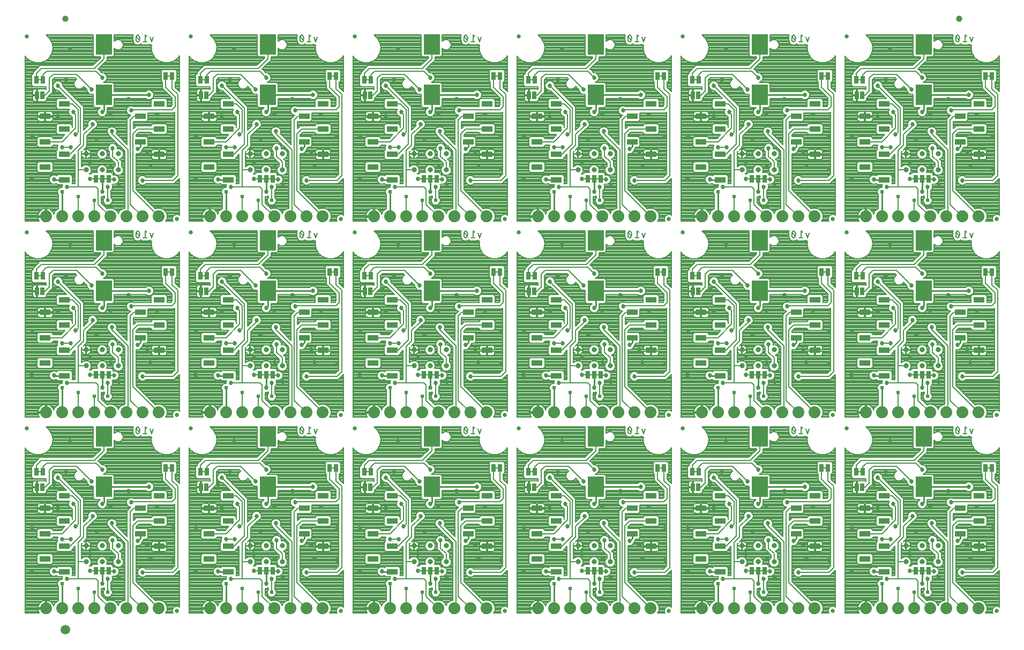
<source format=gbl>
G75*
%MOIN*%
%OFA0B0*%
%FSLAX25Y25*%
%IPPOS*%
%LPD*%
%AMOC8*
5,1,8,0,0,1.08239X$1,22.5*
%
%ADD10C,0.00800*%
%ADD11R,0.02500X0.05000*%
%ADD12R,0.01600X0.01000*%
%ADD13C,0.07400*%
%ADD14C,0.02500*%
%ADD15R,0.06693X0.03346*%
%ADD16C,0.03200*%
%ADD17R,0.09843X0.12598*%
%ADD18C,0.03937*%
%ADD19C,0.05906*%
%ADD20C,0.01000*%
%ADD21C,0.02700*%
%ADD22C,0.02400*%
D10*
X0036481Y0030750D02*
X0036481Y0134006D01*
X0037247Y0132680D01*
X0037247Y0132680D01*
X0039760Y0130572D01*
X0042841Y0129450D01*
X0046121Y0129450D01*
X0049203Y0130572D01*
X0051715Y0132680D01*
X0051715Y0132680D01*
X0053355Y0135520D01*
X0053355Y0135520D01*
X0053925Y0138750D01*
X0053355Y0141980D01*
X0051715Y0144820D01*
X0051715Y0144820D01*
X0049415Y0146750D01*
X0078960Y0146750D01*
X0078960Y0134036D01*
X0079897Y0133099D01*
X0083481Y0133099D01*
X0083481Y0132578D01*
X0078653Y0127750D01*
X0045653Y0127750D01*
X0044481Y0126578D01*
X0041481Y0123578D01*
X0041481Y0122763D01*
X0040631Y0121913D01*
X0040631Y0115587D01*
X0041569Y0114650D01*
X0045394Y0114650D01*
X0045481Y0114737D01*
X0045569Y0114650D01*
X0049394Y0114650D01*
X0049481Y0114737D01*
X0049481Y0112863D01*
X0048994Y0113350D01*
X0045169Y0113350D01*
X0044969Y0113150D01*
X0044106Y0113150D01*
X0044106Y0109475D01*
X0043656Y0109475D01*
X0043656Y0109025D01*
X0041231Y0109025D01*
X0041231Y0106566D01*
X0041327Y0106210D01*
X0041511Y0105890D01*
X0041772Y0105630D01*
X0042091Y0105445D01*
X0042447Y0105350D01*
X0043656Y0105350D01*
X0043656Y0109025D01*
X0044106Y0109025D01*
X0044106Y0105350D01*
X0044969Y0105350D01*
X0045169Y0105150D01*
X0048994Y0105150D01*
X0049931Y0106087D01*
X0049931Y0107372D01*
X0052310Y0109750D01*
X0053481Y0110922D01*
X0053481Y0118922D01*
X0054810Y0120250D01*
X0067653Y0120250D01*
X0068676Y0119227D01*
X0068329Y0119083D01*
X0067435Y0118190D01*
X0066952Y0117023D01*
X0066952Y0115760D01*
X0067435Y0114593D01*
X0068329Y0113700D01*
X0069495Y0113217D01*
X0070758Y0113217D01*
X0071925Y0113700D01*
X0072818Y0114593D01*
X0072962Y0114941D01*
X0075031Y0112872D01*
X0075031Y0112163D01*
X0075480Y0111079D01*
X0076310Y0110249D01*
X0077394Y0109800D01*
X0078568Y0109800D01*
X0078960Y0109962D01*
X0078960Y0102540D01*
X0079897Y0101603D01*
X0083381Y0101603D01*
X0083381Y0101487D01*
X0082810Y0101251D01*
X0081980Y0100421D01*
X0081531Y0099337D01*
X0081531Y0098163D01*
X0081980Y0097079D01*
X0082810Y0096249D01*
X0083894Y0095800D01*
X0085068Y0095800D01*
X0086152Y0096249D01*
X0086982Y0097079D01*
X0087431Y0098163D01*
X0087431Y0098730D01*
X0087581Y0098880D01*
X0087581Y0101603D01*
X0091065Y0101603D01*
X0092002Y0102540D01*
X0092002Y0107402D01*
X0111661Y0107402D01*
X0112062Y0107001D01*
X0113146Y0106552D01*
X0114320Y0106552D01*
X0115404Y0107001D01*
X0116234Y0107831D01*
X0116683Y0108915D01*
X0116683Y0110089D01*
X0116234Y0111173D01*
X0115404Y0112003D01*
X0114320Y0112452D01*
X0113146Y0112452D01*
X0112062Y0112003D01*
X0111661Y0111602D01*
X0092002Y0111602D01*
X0092002Y0116464D01*
X0091065Y0117401D01*
X0085312Y0117401D01*
X0086152Y0117749D01*
X0086982Y0118579D01*
X0087431Y0119663D01*
X0087431Y0120837D01*
X0086982Y0121921D01*
X0086152Y0122751D01*
X0085068Y0123200D01*
X0084360Y0123200D01*
X0082481Y0125078D01*
X0082060Y0125500D01*
X0086310Y0129750D01*
X0087481Y0130922D01*
X0087481Y0133099D01*
X0091065Y0133099D01*
X0092002Y0134036D01*
X0092002Y0138452D01*
X0092541Y0137913D01*
X0093708Y0137430D01*
X0094971Y0137430D01*
X0096138Y0137913D01*
X0097031Y0138806D01*
X0097514Y0139973D01*
X0097514Y0141236D01*
X0097031Y0142403D01*
X0096138Y0143296D01*
X0094971Y0143779D01*
X0093708Y0143779D01*
X0092541Y0143296D01*
X0092002Y0142757D01*
X0092002Y0146750D01*
X0103745Y0146750D01*
X0103731Y0146625D01*
X0103431Y0146010D01*
X0103431Y0143490D01*
X0103929Y0142468D01*
X0104187Y0141717D01*
X0104187Y0141717D01*
X0105680Y0140650D01*
X0107516Y0140650D01*
X0108441Y0141311D01*
X0109103Y0140650D01*
X0113093Y0140650D01*
X0113621Y0141178D01*
X0113657Y0141159D01*
X0113730Y0141015D01*
X0114381Y0140798D01*
X0114994Y0140491D01*
X0115148Y0140542D01*
X0115301Y0140491D01*
X0115349Y0140514D01*
X0115038Y0138750D01*
X0115607Y0135520D01*
X0117247Y0132680D01*
X0117247Y0132680D01*
X0119760Y0130572D01*
X0122841Y0129450D01*
X0126121Y0129450D01*
X0129203Y0130572D01*
X0131715Y0132680D01*
X0131715Y0132680D01*
X0132481Y0134006D01*
X0132481Y0111578D01*
X0129981Y0114078D01*
X0129981Y0117237D01*
X0130831Y0118087D01*
X0130831Y0124413D01*
X0129894Y0125350D01*
X0126069Y0125350D01*
X0125981Y0125263D01*
X0125894Y0125350D01*
X0122069Y0125350D01*
X0121131Y0124413D01*
X0121131Y0118087D01*
X0121981Y0117237D01*
X0121981Y0113422D01*
X0127981Y0107422D01*
X0127981Y0103078D01*
X0127153Y0102250D01*
X0124854Y0102250D01*
X0124854Y0106297D01*
X0123916Y0107234D01*
X0115898Y0107234D01*
X0114961Y0106297D01*
X0114961Y0102250D01*
X0104153Y0102250D01*
X0104152Y0102251D01*
X0103068Y0102700D01*
X0101894Y0102700D01*
X0100810Y0102251D01*
X0099980Y0101421D01*
X0099531Y0100337D01*
X0099531Y0099163D01*
X0099980Y0098079D01*
X0100810Y0097249D01*
X0101894Y0096800D01*
X0102203Y0096800D01*
X0101153Y0095750D01*
X0099981Y0094578D01*
X0099981Y0078578D01*
X0093128Y0085431D01*
X0093431Y0086163D01*
X0093431Y0087337D01*
X0092982Y0088421D01*
X0092152Y0089251D01*
X0091068Y0089700D01*
X0089894Y0089700D01*
X0088810Y0089251D01*
X0087980Y0088421D01*
X0087531Y0087337D01*
X0087531Y0086163D01*
X0087980Y0085079D01*
X0088481Y0084578D01*
X0088481Y0084422D01*
X0089653Y0083250D01*
X0098481Y0074422D01*
X0098481Y0039050D01*
X0098427Y0039050D01*
X0096479Y0038243D01*
X0094988Y0036752D01*
X0094481Y0035528D01*
X0093974Y0036752D01*
X0092483Y0038243D01*
X0090535Y0039050D01*
X0088427Y0039050D01*
X0087425Y0038635D01*
X0083981Y0042078D01*
X0083981Y0046300D01*
X0085068Y0046300D01*
X0085981Y0046678D01*
X0085981Y0045710D01*
X0085608Y0045336D01*
X0085181Y0044307D01*
X0085181Y0043193D01*
X0085608Y0042164D01*
X0086395Y0041376D01*
X0087424Y0040950D01*
X0088538Y0040950D01*
X0089567Y0041376D01*
X0090355Y0042164D01*
X0090781Y0043193D01*
X0090781Y0044307D01*
X0090355Y0045336D01*
X0089981Y0045710D01*
X0089981Y0050078D01*
X0090482Y0050579D01*
X0090931Y0051663D01*
X0090931Y0052837D01*
X0090682Y0053438D01*
X0091147Y0053903D01*
X0091394Y0053800D01*
X0092568Y0053800D01*
X0093652Y0054249D01*
X0094482Y0055079D01*
X0094931Y0056163D01*
X0094931Y0057337D01*
X0094482Y0058421D01*
X0093652Y0059251D01*
X0092568Y0059700D01*
X0091394Y0059700D01*
X0091331Y0059674D01*
X0091331Y0060413D01*
X0090394Y0061350D01*
X0087365Y0061350D01*
X0087681Y0062113D01*
X0087681Y0063387D01*
X0087194Y0064563D01*
X0086294Y0065463D01*
X0085118Y0065950D01*
X0083845Y0065950D01*
X0082669Y0065463D01*
X0081768Y0064563D01*
X0081281Y0063387D01*
X0081281Y0062113D01*
X0081598Y0061350D01*
X0078569Y0061350D01*
X0077631Y0060413D01*
X0077631Y0060174D01*
X0077568Y0060200D01*
X0076457Y0060200D01*
X0077194Y0060937D01*
X0077681Y0062113D01*
X0077681Y0063387D01*
X0077194Y0064563D01*
X0076294Y0065463D01*
X0075118Y0065950D01*
X0073845Y0065950D01*
X0072669Y0065463D01*
X0071956Y0064750D01*
X0071481Y0064750D01*
X0071481Y0073922D01*
X0072008Y0074448D01*
X0071823Y0074171D01*
X0071597Y0073625D01*
X0071481Y0073045D01*
X0071481Y0072850D01*
X0074381Y0072850D01*
X0074381Y0072650D01*
X0071481Y0072650D01*
X0071481Y0072455D01*
X0071597Y0071875D01*
X0071823Y0071329D01*
X0072151Y0070838D01*
X0072569Y0070420D01*
X0073060Y0070091D01*
X0073606Y0069865D01*
X0074186Y0069750D01*
X0074381Y0069750D01*
X0074381Y0072650D01*
X0074581Y0072650D01*
X0074581Y0069750D01*
X0074777Y0069750D01*
X0075356Y0069865D01*
X0075902Y0070091D01*
X0076394Y0070420D01*
X0076811Y0070838D01*
X0077140Y0071329D01*
X0077366Y0071875D01*
X0077481Y0072455D01*
X0077481Y0072650D01*
X0074581Y0072650D01*
X0074581Y0072850D01*
X0074381Y0072850D01*
X0074381Y0075750D01*
X0074186Y0075750D01*
X0073606Y0075635D01*
X0073060Y0075409D01*
X0072783Y0075223D01*
X0073810Y0076250D01*
X0074981Y0077422D01*
X0074981Y0083922D01*
X0079566Y0088506D01*
X0080152Y0088749D01*
X0080982Y0089579D01*
X0081431Y0090663D01*
X0081431Y0091837D01*
X0080982Y0092921D01*
X0080152Y0093751D01*
X0079068Y0094200D01*
X0077894Y0094200D01*
X0076810Y0093751D01*
X0075980Y0092921D01*
X0075531Y0091837D01*
X0075531Y0090663D01*
X0075688Y0090285D01*
X0072981Y0087578D01*
X0072981Y0102078D01*
X0059931Y0115128D01*
X0059931Y0115837D01*
X0059482Y0116921D01*
X0058652Y0117751D01*
X0057568Y0118200D01*
X0056394Y0118200D01*
X0055310Y0117751D01*
X0054480Y0116921D01*
X0054031Y0115837D01*
X0054031Y0114663D01*
X0054480Y0113579D01*
X0055310Y0112749D01*
X0056394Y0112300D01*
X0057103Y0112300D01*
X0062169Y0107234D01*
X0056798Y0107234D01*
X0055861Y0106297D01*
X0055861Y0101625D01*
X0056798Y0100688D01*
X0064247Y0100688D01*
X0063980Y0100421D01*
X0063531Y0099337D01*
X0063531Y0098163D01*
X0063980Y0097079D01*
X0064810Y0096249D01*
X0065894Y0095800D01*
X0065981Y0095800D01*
X0065981Y0089578D01*
X0065754Y0089351D01*
X0065754Y0090549D01*
X0064816Y0091486D01*
X0056798Y0091486D01*
X0055861Y0090549D01*
X0055861Y0085877D01*
X0056798Y0084940D01*
X0061343Y0084940D01*
X0058742Y0082339D01*
X0053943Y0082339D01*
X0053943Y0082675D01*
X0053005Y0083612D01*
X0044987Y0083612D01*
X0044050Y0082675D01*
X0044050Y0078003D01*
X0044987Y0077066D01*
X0053005Y0077066D01*
X0053943Y0078003D01*
X0053943Y0078339D01*
X0056946Y0078339D01*
X0056531Y0077337D01*
X0056531Y0076163D01*
X0056734Y0075674D01*
X0055861Y0074801D01*
X0055861Y0070129D01*
X0056798Y0069192D01*
X0064816Y0069192D01*
X0065754Y0070129D01*
X0065754Y0070694D01*
X0067481Y0072422D01*
X0067481Y0054250D01*
X0065623Y0054250D01*
X0065754Y0054381D01*
X0065754Y0059053D01*
X0064816Y0059990D01*
X0056798Y0059990D01*
X0056086Y0059278D01*
X0055068Y0059700D01*
X0053894Y0059700D01*
X0052810Y0059251D01*
X0051980Y0058421D01*
X0051531Y0057337D01*
X0051531Y0056163D01*
X0051980Y0055079D01*
X0052810Y0054249D01*
X0053894Y0053800D01*
X0055068Y0053800D01*
X0056039Y0054202D01*
X0056798Y0053444D01*
X0059783Y0053444D01*
X0059531Y0052837D01*
X0059531Y0052050D01*
X0058924Y0052050D01*
X0057895Y0051624D01*
X0057108Y0050836D01*
X0056681Y0049807D01*
X0056681Y0048693D01*
X0057108Y0047664D01*
X0057381Y0047390D01*
X0057381Y0038617D01*
X0056479Y0038243D01*
X0054988Y0036752D01*
X0054361Y0035237D01*
X0054208Y0035708D01*
X0053843Y0036423D01*
X0053371Y0037072D01*
X0052804Y0037640D01*
X0052154Y0038112D01*
X0051439Y0038476D01*
X0050676Y0038724D01*
X0049883Y0038850D01*
X0049881Y0038850D01*
X0049881Y0034150D01*
X0049081Y0034150D01*
X0049081Y0033350D01*
X0044381Y0033350D01*
X0044381Y0033349D01*
X0044507Y0032556D01*
X0044755Y0031792D01*
X0045119Y0031077D01*
X0045357Y0030750D01*
X0036481Y0030750D01*
X0036481Y0031146D02*
X0045084Y0031146D01*
X0044706Y0031944D02*
X0036481Y0031944D01*
X0036481Y0032743D02*
X0044477Y0032743D01*
X0044381Y0034150D02*
X0049081Y0034150D01*
X0049081Y0038850D01*
X0049080Y0038850D01*
X0048287Y0038724D01*
X0047524Y0038476D01*
X0046808Y0038112D01*
X0046159Y0037640D01*
X0045591Y0037072D01*
X0045119Y0036423D01*
X0044755Y0035708D01*
X0044507Y0034944D01*
X0044381Y0034151D01*
X0044381Y0034150D01*
X0044411Y0034340D02*
X0036481Y0034340D01*
X0036481Y0035138D02*
X0044570Y0035138D01*
X0044872Y0035937D02*
X0036481Y0035937D01*
X0036481Y0036735D02*
X0045346Y0036735D01*
X0046052Y0037534D02*
X0036481Y0037534D01*
X0036481Y0038332D02*
X0047241Y0038332D01*
X0049081Y0038332D02*
X0049881Y0038332D01*
X0049881Y0037534D02*
X0049081Y0037534D01*
X0049081Y0036735D02*
X0049881Y0036735D01*
X0049881Y0035937D02*
X0049081Y0035937D01*
X0049081Y0035138D02*
X0049881Y0035138D01*
X0049881Y0034340D02*
X0049081Y0034340D01*
X0049081Y0033541D02*
X0036481Y0033541D01*
X0036481Y0039131D02*
X0057381Y0039131D01*
X0057381Y0039929D02*
X0036481Y0039929D01*
X0036481Y0040728D02*
X0057381Y0040728D01*
X0057381Y0041526D02*
X0036481Y0041526D01*
X0036481Y0042325D02*
X0057381Y0042325D01*
X0057381Y0043123D02*
X0036481Y0043123D01*
X0036481Y0043922D02*
X0057381Y0043922D01*
X0057381Y0044720D02*
X0036481Y0044720D01*
X0036481Y0045519D02*
X0057381Y0045519D01*
X0057381Y0046317D02*
X0036481Y0046317D01*
X0036481Y0047116D02*
X0057381Y0047116D01*
X0057004Y0047914D02*
X0036481Y0047914D01*
X0036481Y0048713D02*
X0056681Y0048713D01*
X0056681Y0049511D02*
X0036481Y0049511D01*
X0036481Y0050310D02*
X0056890Y0050310D01*
X0057380Y0051108D02*
X0036481Y0051108D01*
X0036481Y0051907D02*
X0058579Y0051907D01*
X0059531Y0052705D02*
X0036481Y0052705D01*
X0036481Y0053504D02*
X0056738Y0053504D01*
X0052757Y0054302D02*
X0036481Y0054302D01*
X0036481Y0055101D02*
X0051971Y0055101D01*
X0051641Y0055899D02*
X0036481Y0055899D01*
X0036481Y0056698D02*
X0051531Y0056698D01*
X0051597Y0057496D02*
X0036481Y0057496D01*
X0036481Y0058295D02*
X0051928Y0058295D01*
X0052653Y0059093D02*
X0036481Y0059093D01*
X0036481Y0059892D02*
X0056700Y0059892D01*
X0053943Y0062255D02*
X0053943Y0066927D01*
X0053005Y0067864D01*
X0044987Y0067864D01*
X0044050Y0066927D01*
X0044050Y0062255D01*
X0044987Y0061318D01*
X0053005Y0061318D01*
X0053943Y0062255D01*
X0053943Y0062287D02*
X0067481Y0062287D01*
X0067481Y0061489D02*
X0053177Y0061489D01*
X0053943Y0063086D02*
X0067481Y0063086D01*
X0067481Y0063884D02*
X0053943Y0063884D01*
X0053943Y0064683D02*
X0067481Y0064683D01*
X0067481Y0065482D02*
X0053943Y0065482D01*
X0053943Y0066280D02*
X0067481Y0066280D01*
X0067481Y0067079D02*
X0053791Y0067079D01*
X0056516Y0069474D02*
X0036481Y0069474D01*
X0036481Y0068676D02*
X0067481Y0068676D01*
X0067481Y0069474D02*
X0065099Y0069474D01*
X0065754Y0070273D02*
X0067481Y0070273D01*
X0067481Y0071071D02*
X0066131Y0071071D01*
X0066929Y0071870D02*
X0067481Y0071870D01*
X0064696Y0072465D02*
X0070981Y0078750D01*
X0070981Y0101250D01*
X0056981Y0115250D01*
X0054944Y0117385D02*
X0053481Y0117385D01*
X0053481Y0118183D02*
X0056354Y0118183D01*
X0057608Y0118183D02*
X0067433Y0118183D01*
X0067102Y0117385D02*
X0059018Y0117385D01*
X0059621Y0116586D02*
X0066952Y0116586D01*
X0066952Y0115788D02*
X0059931Y0115788D01*
X0060070Y0114989D02*
X0067271Y0114989D01*
X0067838Y0114191D02*
X0060869Y0114191D01*
X0061667Y0113392D02*
X0069072Y0113392D01*
X0071182Y0113392D02*
X0074511Y0113392D01*
X0075031Y0112594D02*
X0062466Y0112594D01*
X0063264Y0111795D02*
X0075184Y0111795D01*
X0075563Y0110997D02*
X0064063Y0110997D01*
X0064862Y0110198D02*
X0076433Y0110198D01*
X0078960Y0109400D02*
X0065660Y0109400D01*
X0066459Y0108601D02*
X0078960Y0108601D01*
X0078960Y0107803D02*
X0067257Y0107803D01*
X0068056Y0107004D02*
X0078960Y0107004D01*
X0078960Y0106206D02*
X0068854Y0106206D01*
X0069653Y0105407D02*
X0078960Y0105407D01*
X0078960Y0104609D02*
X0070451Y0104609D01*
X0071250Y0103810D02*
X0078960Y0103810D01*
X0078960Y0103012D02*
X0072048Y0103012D01*
X0072847Y0102213D02*
X0079287Y0102213D01*
X0082175Y0100616D02*
X0072981Y0100616D01*
X0072981Y0099818D02*
X0081730Y0099818D01*
X0081531Y0099019D02*
X0072981Y0099019D01*
X0072981Y0098220D02*
X0081531Y0098220D01*
X0081838Y0097422D02*
X0072981Y0097422D01*
X0072981Y0096623D02*
X0082436Y0096623D01*
X0083834Y0095825D02*
X0072981Y0095825D01*
X0072981Y0095026D02*
X0100429Y0095026D01*
X0099981Y0094228D02*
X0072981Y0094228D01*
X0072981Y0093429D02*
X0076489Y0093429D01*
X0075860Y0092631D02*
X0072981Y0092631D01*
X0072981Y0091832D02*
X0075531Y0091832D01*
X0075531Y0091034D02*
X0072981Y0091034D01*
X0072981Y0090235D02*
X0075638Y0090235D01*
X0074840Y0089437D02*
X0072981Y0089437D01*
X0072981Y0088638D02*
X0074041Y0088638D01*
X0073243Y0087840D02*
X0072981Y0087840D01*
X0072981Y0084750D02*
X0078481Y0090250D01*
X0078481Y0091250D01*
X0081254Y0090235D02*
X0099981Y0090235D01*
X0099981Y0089437D02*
X0091703Y0089437D01*
X0092765Y0088638D02*
X0099981Y0088638D01*
X0099981Y0087840D02*
X0093223Y0087840D01*
X0093431Y0087041D02*
X0099981Y0087041D01*
X0099981Y0086243D02*
X0093431Y0086243D01*
X0093133Y0085444D02*
X0099981Y0085444D01*
X0099981Y0084646D02*
X0093914Y0084646D01*
X0094712Y0083847D02*
X0099981Y0083847D01*
X0099981Y0083049D02*
X0095511Y0083049D01*
X0096309Y0082250D02*
X0099981Y0082250D01*
X0099981Y0081452D02*
X0097108Y0081452D01*
X0097906Y0080653D02*
X0099981Y0080653D01*
X0099981Y0079855D02*
X0098705Y0079855D01*
X0099503Y0079056D02*
X0099981Y0079056D01*
X0100481Y0075250D02*
X0090481Y0085250D01*
X0090481Y0086750D01*
X0088414Y0084646D02*
X0075705Y0084646D01*
X0074981Y0083847D02*
X0089056Y0083847D01*
X0089653Y0083250D02*
X0089653Y0083250D01*
X0089854Y0083049D02*
X0074981Y0083049D01*
X0074981Y0082250D02*
X0090653Y0082250D01*
X0091451Y0081452D02*
X0074981Y0081452D01*
X0074981Y0080653D02*
X0092250Y0080653D01*
X0093048Y0079855D02*
X0074981Y0079855D01*
X0074981Y0079056D02*
X0090047Y0079056D01*
X0090394Y0079200D02*
X0089310Y0078751D01*
X0088480Y0077921D01*
X0088031Y0076837D01*
X0088031Y0075663D01*
X0088480Y0074579D01*
X0088981Y0074078D01*
X0088981Y0070422D01*
X0092481Y0066922D01*
X0092481Y0065275D01*
X0091768Y0064563D01*
X0091281Y0063387D01*
X0091281Y0062113D01*
X0091768Y0060937D01*
X0092669Y0060037D01*
X0093845Y0059550D01*
X0095118Y0059550D01*
X0096294Y0060037D01*
X0097194Y0060937D01*
X0097681Y0062113D01*
X0097681Y0063387D01*
X0097194Y0064563D01*
X0096481Y0065275D01*
X0096481Y0068578D01*
X0095395Y0069665D01*
X0096294Y0070037D01*
X0097194Y0070937D01*
X0097681Y0072113D01*
X0097681Y0073387D01*
X0097194Y0074563D01*
X0096294Y0075463D01*
X0095118Y0075950D01*
X0093931Y0075950D01*
X0093931Y0076837D01*
X0093482Y0077921D01*
X0092652Y0078751D01*
X0091568Y0079200D01*
X0090394Y0079200D01*
X0091915Y0079056D02*
X0093847Y0079056D01*
X0093145Y0078258D02*
X0094645Y0078258D01*
X0095444Y0077459D02*
X0093673Y0077459D01*
X0093931Y0076661D02*
X0096242Y0076661D01*
X0097041Y0075862D02*
X0095330Y0075862D01*
X0096693Y0075064D02*
X0097839Y0075064D01*
X0097317Y0074265D02*
X0098481Y0074265D01*
X0098481Y0073467D02*
X0097648Y0073467D01*
X0097681Y0072668D02*
X0098481Y0072668D01*
X0098481Y0071870D02*
X0097580Y0071870D01*
X0097249Y0071071D02*
X0098481Y0071071D01*
X0098481Y0070273D02*
X0096529Y0070273D01*
X0095586Y0069474D02*
X0098481Y0069474D01*
X0098481Y0068676D02*
X0096384Y0068676D01*
X0096481Y0067877D02*
X0098481Y0067877D01*
X0098481Y0067079D02*
X0096481Y0067079D01*
X0096481Y0066280D02*
X0098481Y0066280D01*
X0098481Y0065482D02*
X0096481Y0065482D01*
X0097074Y0064683D02*
X0098481Y0064683D01*
X0098481Y0063884D02*
X0097475Y0063884D01*
X0097681Y0063086D02*
X0098481Y0063086D01*
X0098481Y0062287D02*
X0097681Y0062287D01*
X0097423Y0061489D02*
X0098481Y0061489D01*
X0098481Y0060690D02*
X0096947Y0060690D01*
X0095943Y0059892D02*
X0098481Y0059892D01*
X0098481Y0059093D02*
X0093810Y0059093D01*
X0094534Y0058295D02*
X0098481Y0058295D01*
X0098481Y0057496D02*
X0094865Y0057496D01*
X0094931Y0056698D02*
X0098481Y0056698D01*
X0098481Y0055899D02*
X0094822Y0055899D01*
X0094491Y0055101D02*
X0098481Y0055101D01*
X0098481Y0054302D02*
X0093706Y0054302D01*
X0091981Y0056750D02*
X0088981Y0056750D01*
X0088481Y0057250D01*
X0091331Y0059892D02*
X0093019Y0059892D01*
X0092015Y0060690D02*
X0091054Y0060690D01*
X0091540Y0061489D02*
X0087423Y0061489D01*
X0087681Y0062287D02*
X0091281Y0062287D01*
X0091281Y0063086D02*
X0087681Y0063086D01*
X0087475Y0063884D02*
X0091488Y0063884D01*
X0091889Y0064683D02*
X0087074Y0064683D01*
X0086249Y0065482D02*
X0092481Y0065482D01*
X0092481Y0066280D02*
X0071481Y0066280D01*
X0071481Y0065482D02*
X0072714Y0065482D01*
X0071481Y0067079D02*
X0092324Y0067079D01*
X0091526Y0067877D02*
X0071481Y0067877D01*
X0071481Y0068676D02*
X0090727Y0068676D01*
X0089929Y0069474D02*
X0071481Y0069474D01*
X0071481Y0070273D02*
X0072789Y0070273D01*
X0071995Y0071071D02*
X0071481Y0071071D01*
X0071481Y0071870D02*
X0071599Y0071870D01*
X0071481Y0072668D02*
X0074381Y0072668D01*
X0074581Y0072668D02*
X0081281Y0072668D01*
X0081281Y0072113D02*
X0081768Y0070937D01*
X0082669Y0070037D01*
X0083845Y0069550D01*
X0085118Y0069550D01*
X0086294Y0070037D01*
X0087194Y0070937D01*
X0087681Y0072113D01*
X0087681Y0073387D01*
X0087194Y0074563D01*
X0086294Y0075463D01*
X0085118Y0075950D01*
X0083845Y0075950D01*
X0082669Y0075463D01*
X0081768Y0074563D01*
X0081281Y0073387D01*
X0081281Y0072113D01*
X0081382Y0071870D02*
X0077364Y0071870D01*
X0076967Y0071071D02*
X0081713Y0071071D01*
X0082433Y0070273D02*
X0076173Y0070273D01*
X0074581Y0070273D02*
X0074381Y0070273D01*
X0074381Y0071071D02*
X0074581Y0071071D01*
X0074581Y0071870D02*
X0074381Y0071870D01*
X0074581Y0072850D02*
X0077481Y0072850D01*
X0077481Y0073045D01*
X0077366Y0073625D01*
X0077140Y0074171D01*
X0076811Y0074662D01*
X0076394Y0075080D01*
X0075902Y0075409D01*
X0075356Y0075635D01*
X0074777Y0075750D01*
X0074581Y0075750D01*
X0074581Y0072850D01*
X0074581Y0073467D02*
X0074381Y0073467D01*
X0074381Y0074265D02*
X0074581Y0074265D01*
X0074581Y0075064D02*
X0074381Y0075064D01*
X0073422Y0075862D02*
X0083633Y0075862D01*
X0082269Y0075064D02*
X0076410Y0075064D01*
X0077077Y0074265D02*
X0081645Y0074265D01*
X0081314Y0073467D02*
X0077397Y0073467D01*
X0074220Y0076661D02*
X0088031Y0076661D01*
X0088031Y0075862D02*
X0085330Y0075862D01*
X0086693Y0075064D02*
X0088280Y0075064D01*
X0088794Y0074265D02*
X0087317Y0074265D01*
X0087648Y0073467D02*
X0088981Y0073467D01*
X0088981Y0072668D02*
X0087681Y0072668D01*
X0087580Y0071870D02*
X0088981Y0071870D01*
X0088981Y0071071D02*
X0087249Y0071071D01*
X0086529Y0070273D02*
X0089130Y0070273D01*
X0090981Y0071250D02*
X0094481Y0067750D01*
X0094481Y0062750D01*
X0082714Y0065482D02*
X0076249Y0065482D01*
X0077074Y0064683D02*
X0081889Y0064683D01*
X0081488Y0063884D02*
X0077475Y0063884D01*
X0077681Y0063086D02*
X0081281Y0063086D01*
X0081281Y0062287D02*
X0077681Y0062287D01*
X0077423Y0061489D02*
X0081540Y0061489D01*
X0077909Y0060690D02*
X0076947Y0060690D01*
X0074481Y0062750D02*
X0069481Y0062750D01*
X0069481Y0074750D01*
X0072981Y0078250D01*
X0072981Y0084750D01*
X0076504Y0085444D02*
X0087829Y0085444D01*
X0087531Y0086243D02*
X0077302Y0086243D01*
X0078101Y0087041D02*
X0087531Y0087041D01*
X0087740Y0087840D02*
X0078899Y0087840D01*
X0079885Y0088638D02*
X0088198Y0088638D01*
X0089259Y0089437D02*
X0080840Y0089437D01*
X0081431Y0091034D02*
X0099981Y0091034D01*
X0099981Y0091832D02*
X0081431Y0091832D01*
X0081102Y0092631D02*
X0099981Y0092631D01*
X0099981Y0093429D02*
X0080474Y0093429D01*
X0085128Y0095825D02*
X0101228Y0095825D01*
X0102026Y0096623D02*
X0086527Y0096623D01*
X0087124Y0097422D02*
X0100637Y0097422D01*
X0099922Y0098220D02*
X0087431Y0098220D01*
X0087581Y0099019D02*
X0099591Y0099019D01*
X0099531Y0099818D02*
X0087581Y0099818D01*
X0087581Y0100616D02*
X0099647Y0100616D01*
X0099978Y0101415D02*
X0087581Y0101415D01*
X0091676Y0102213D02*
X0100772Y0102213D01*
X0102981Y0100250D02*
X0102481Y0099750D01*
X0102981Y0100250D02*
X0127981Y0100250D01*
X0129981Y0102250D01*
X0129981Y0108250D01*
X0123981Y0114250D01*
X0123981Y0121250D01*
X0121131Y0121377D02*
X0087207Y0121377D01*
X0087431Y0120579D02*
X0121131Y0120579D01*
X0121131Y0119780D02*
X0087431Y0119780D01*
X0087149Y0118982D02*
X0121131Y0118982D01*
X0121131Y0118183D02*
X0086586Y0118183D01*
X0084481Y0120250D02*
X0080481Y0124250D01*
X0049981Y0124250D01*
X0047481Y0121750D01*
X0047481Y0118750D01*
X0043481Y0118750D02*
X0043481Y0122750D01*
X0046481Y0125750D01*
X0079481Y0125750D01*
X0085481Y0131750D01*
X0085481Y0140998D01*
X0078960Y0141340D02*
X0053468Y0141340D01*
X0053355Y0141980D02*
X0053355Y0141980D01*
X0053264Y0142139D02*
X0078960Y0142139D01*
X0078960Y0142937D02*
X0052803Y0142937D01*
X0052341Y0143736D02*
X0078960Y0143736D01*
X0078960Y0144534D02*
X0051880Y0144534D01*
X0051105Y0145333D02*
X0078960Y0145333D01*
X0078960Y0146131D02*
X0050153Y0146131D01*
X0053609Y0140542D02*
X0078960Y0140542D01*
X0078960Y0139743D02*
X0053750Y0139743D01*
X0053890Y0138945D02*
X0078960Y0138945D01*
X0078960Y0138146D02*
X0053818Y0138146D01*
X0053925Y0138750D02*
X0053925Y0138750D01*
X0053677Y0137348D02*
X0078960Y0137348D01*
X0078960Y0136549D02*
X0053537Y0136549D01*
X0053396Y0135751D02*
X0078960Y0135751D01*
X0078960Y0134952D02*
X0053027Y0134952D01*
X0052566Y0134153D02*
X0078960Y0134153D01*
X0079641Y0133355D02*
X0052105Y0133355D01*
X0051715Y0132680D02*
X0051715Y0132680D01*
X0051568Y0132556D02*
X0083459Y0132556D01*
X0082661Y0131758D02*
X0050617Y0131758D01*
X0049665Y0130959D02*
X0081862Y0130959D01*
X0081064Y0130161D02*
X0048074Y0130161D01*
X0049203Y0130572D02*
X0049203Y0130572D01*
X0044870Y0126967D02*
X0036481Y0126967D01*
X0036481Y0127765D02*
X0078668Y0127765D01*
X0079467Y0128564D02*
X0036481Y0128564D01*
X0036481Y0129362D02*
X0080265Y0129362D01*
X0082728Y0126168D02*
X0132481Y0126168D01*
X0132481Y0125370D02*
X0082190Y0125370D01*
X0082988Y0124571D02*
X0121290Y0124571D01*
X0121131Y0123773D02*
X0083787Y0123773D01*
X0085613Y0122974D02*
X0121131Y0122974D01*
X0121131Y0122176D02*
X0086727Y0122176D01*
X0083527Y0126967D02*
X0132481Y0126967D01*
X0132481Y0127765D02*
X0084325Y0127765D01*
X0085124Y0128564D02*
X0132481Y0128564D01*
X0132481Y0129362D02*
X0085922Y0129362D01*
X0086721Y0130161D02*
X0120888Y0130161D01*
X0119760Y0130572D02*
X0119760Y0130572D01*
X0119297Y0130959D02*
X0087481Y0130959D01*
X0087481Y0131758D02*
X0118346Y0131758D01*
X0117394Y0132556D02*
X0087481Y0132556D01*
X0091321Y0133355D02*
X0116857Y0133355D01*
X0116396Y0134153D02*
X0092002Y0134153D01*
X0092002Y0134952D02*
X0115935Y0134952D01*
X0115607Y0135520D02*
X0115607Y0135520D01*
X0115567Y0135751D02*
X0092002Y0135751D01*
X0092002Y0136549D02*
X0115426Y0136549D01*
X0115285Y0137348D02*
X0092002Y0137348D01*
X0092002Y0138146D02*
X0092308Y0138146D01*
X0096371Y0138146D02*
X0115144Y0138146D01*
X0115038Y0138750D02*
X0115038Y0138750D01*
X0115072Y0138945D02*
X0097088Y0138945D01*
X0097419Y0139743D02*
X0115213Y0139743D01*
X0115147Y0140542D02*
X0115149Y0140542D01*
X0114893Y0140542D02*
X0097514Y0140542D01*
X0097471Y0141340D02*
X0104714Y0141340D01*
X0104042Y0142139D02*
X0097140Y0142139D01*
X0096497Y0142937D02*
X0103701Y0142937D01*
X0103431Y0143736D02*
X0095076Y0143736D01*
X0093603Y0143736D02*
X0092002Y0143736D01*
X0092002Y0144534D02*
X0103431Y0144534D01*
X0103431Y0145333D02*
X0092002Y0145333D01*
X0092002Y0146131D02*
X0103490Y0146131D01*
X0107764Y0144750D02*
X0107762Y0144638D01*
X0107757Y0144526D01*
X0107748Y0144414D01*
X0107735Y0144303D01*
X0107719Y0144192D01*
X0107699Y0144081D01*
X0107675Y0143972D01*
X0107648Y0143863D01*
X0107618Y0143755D01*
X0107584Y0143648D01*
X0107547Y0143542D01*
X0107506Y0143438D01*
X0107462Y0143335D01*
X0107414Y0143233D01*
X0107531Y0143583D02*
X0105665Y0145917D01*
X0105782Y0146267D02*
X0105802Y0146320D01*
X0105825Y0146371D01*
X0105852Y0146420D01*
X0105882Y0146468D01*
X0105915Y0146514D01*
X0105950Y0146557D01*
X0105989Y0146598D01*
X0106030Y0146637D01*
X0106074Y0146673D01*
X0106120Y0146705D01*
X0106167Y0146735D01*
X0106217Y0146761D01*
X0106269Y0146785D01*
X0106321Y0146804D01*
X0106375Y0146821D01*
X0106430Y0146833D01*
X0106486Y0146843D01*
X0106542Y0146848D01*
X0106598Y0146850D01*
X0106654Y0146848D01*
X0106710Y0146843D01*
X0106766Y0146833D01*
X0106821Y0146821D01*
X0106875Y0146804D01*
X0106927Y0146785D01*
X0106979Y0146761D01*
X0107029Y0146735D01*
X0107076Y0146705D01*
X0107122Y0146672D01*
X0107166Y0146637D01*
X0107207Y0146598D01*
X0107246Y0146557D01*
X0107281Y0146514D01*
X0107314Y0146468D01*
X0107344Y0146420D01*
X0107371Y0146371D01*
X0107394Y0146320D01*
X0107414Y0146267D01*
X0105781Y0146267D02*
X0105733Y0146165D01*
X0105689Y0146062D01*
X0105648Y0145958D01*
X0105611Y0145852D01*
X0105577Y0145745D01*
X0105547Y0145637D01*
X0105520Y0145528D01*
X0105496Y0145419D01*
X0105476Y0145308D01*
X0105460Y0145197D01*
X0105447Y0145086D01*
X0105438Y0144974D01*
X0105433Y0144862D01*
X0105431Y0144750D01*
X0107765Y0144750D02*
X0107763Y0144862D01*
X0107758Y0144974D01*
X0107749Y0145086D01*
X0107736Y0145197D01*
X0107720Y0145308D01*
X0107700Y0145419D01*
X0107676Y0145528D01*
X0107649Y0145637D01*
X0107619Y0145745D01*
X0107585Y0145852D01*
X0107548Y0145958D01*
X0107507Y0146062D01*
X0107463Y0146165D01*
X0107415Y0146267D01*
X0105431Y0144750D02*
X0105433Y0144638D01*
X0105438Y0144526D01*
X0105447Y0144414D01*
X0105460Y0144303D01*
X0105476Y0144192D01*
X0105496Y0144081D01*
X0105520Y0143972D01*
X0105547Y0143863D01*
X0105577Y0143755D01*
X0105611Y0143648D01*
X0105648Y0143542D01*
X0105689Y0143438D01*
X0105733Y0143335D01*
X0105781Y0143233D01*
X0106598Y0142650D02*
X0106654Y0142652D01*
X0106710Y0142657D01*
X0106766Y0142667D01*
X0106821Y0142679D01*
X0106875Y0142696D01*
X0106927Y0142715D01*
X0106979Y0142739D01*
X0107029Y0142765D01*
X0107076Y0142795D01*
X0107122Y0142827D01*
X0107166Y0142863D01*
X0107207Y0142902D01*
X0107246Y0142943D01*
X0107281Y0142986D01*
X0107314Y0143032D01*
X0107344Y0143080D01*
X0107371Y0143129D01*
X0107394Y0143180D01*
X0107414Y0143233D01*
X0106598Y0142650D02*
X0106542Y0142652D01*
X0106486Y0142657D01*
X0106430Y0142667D01*
X0106375Y0142679D01*
X0106321Y0142696D01*
X0106269Y0142715D01*
X0106217Y0142739D01*
X0106167Y0142765D01*
X0106120Y0142795D01*
X0106074Y0142827D01*
X0106030Y0142863D01*
X0105989Y0142902D01*
X0105950Y0142943D01*
X0105915Y0142986D01*
X0105882Y0143032D01*
X0105852Y0143080D01*
X0105825Y0143129D01*
X0105802Y0143180D01*
X0105782Y0143233D01*
X0109931Y0142650D02*
X0112265Y0142650D01*
X0111098Y0142650D02*
X0111098Y0146850D01*
X0112265Y0145917D01*
X0114215Y0145450D02*
X0115148Y0142650D01*
X0116081Y0145450D01*
X0123975Y0152750D02*
X0124781Y0154696D01*
X0124781Y0156804D01*
X0123974Y0158752D01*
X0122483Y0160243D01*
X0120535Y0161050D01*
X0118427Y0161050D01*
X0117425Y0160635D01*
X0105481Y0172578D01*
X0105481Y0194971D01*
X0105894Y0194800D01*
X0107068Y0194800D01*
X0108152Y0195249D01*
X0108982Y0196079D01*
X0109431Y0197163D01*
X0109431Y0197730D01*
X0110196Y0198495D01*
X0110196Y0199066D01*
X0112105Y0199066D01*
X0113043Y0200003D01*
X0113043Y0204675D01*
X0112105Y0205612D01*
X0105481Y0205612D01*
X0105481Y0206422D01*
X0107273Y0208213D01*
X0114961Y0208213D01*
X0114961Y0207877D01*
X0115898Y0206940D01*
X0123916Y0206940D01*
X0124854Y0207877D01*
X0124854Y0212549D01*
X0123916Y0213486D01*
X0115898Y0213486D01*
X0114961Y0212549D01*
X0114961Y0212213D01*
X0105616Y0212213D01*
X0104444Y0211041D01*
X0103981Y0210578D01*
X0103981Y0214920D01*
X0104087Y0214814D01*
X0112105Y0214814D01*
X0113043Y0215751D01*
X0113043Y0220250D01*
X0128810Y0220250D01*
X0129481Y0220922D01*
X0129481Y0182078D01*
X0127653Y0180250D01*
X0111653Y0180250D01*
X0111152Y0180751D01*
X0110068Y0181200D01*
X0108894Y0181200D01*
X0107810Y0180751D01*
X0106980Y0179921D01*
X0106531Y0178837D01*
X0106531Y0177663D01*
X0106980Y0176579D01*
X0107810Y0175749D01*
X0108894Y0175300D01*
X0110068Y0175300D01*
X0111152Y0175749D01*
X0111653Y0176250D01*
X0129310Y0176250D01*
X0132481Y0179422D01*
X0132481Y0156713D01*
X0131548Y0157100D01*
X0130414Y0157100D01*
X0129367Y0156666D01*
X0128565Y0155864D01*
X0128131Y0154817D01*
X0128131Y0153683D01*
X0128518Y0152750D01*
X0123975Y0152750D01*
X0124210Y0153318D02*
X0128283Y0153318D01*
X0128131Y0154116D02*
X0124541Y0154116D01*
X0124781Y0154915D02*
X0128172Y0154915D01*
X0128503Y0155713D02*
X0124781Y0155713D01*
X0124781Y0156512D02*
X0129213Y0156512D01*
X0132481Y0157310D02*
X0124572Y0157310D01*
X0124241Y0158109D02*
X0132481Y0158109D01*
X0132481Y0158907D02*
X0123819Y0158907D01*
X0123021Y0159706D02*
X0132481Y0159706D01*
X0132481Y0160504D02*
X0121853Y0160504D01*
X0116757Y0161303D02*
X0132481Y0161303D01*
X0132481Y0162101D02*
X0115958Y0162101D01*
X0115160Y0162900D02*
X0132481Y0162900D01*
X0132481Y0163698D02*
X0114361Y0163698D01*
X0113563Y0164497D02*
X0132481Y0164497D01*
X0132481Y0165295D02*
X0112764Y0165295D01*
X0111966Y0166094D02*
X0132481Y0166094D01*
X0132481Y0166892D02*
X0111167Y0166892D01*
X0110369Y0167691D02*
X0132481Y0167691D01*
X0132481Y0168489D02*
X0109570Y0168489D01*
X0108772Y0169288D02*
X0132481Y0169288D01*
X0132481Y0170087D02*
X0107973Y0170087D01*
X0107175Y0170885D02*
X0132481Y0170885D01*
X0132481Y0171684D02*
X0106376Y0171684D01*
X0105578Y0172482D02*
X0132481Y0172482D01*
X0132481Y0173281D02*
X0105481Y0173281D01*
X0105481Y0174079D02*
X0132481Y0174079D01*
X0132481Y0174878D02*
X0105481Y0174878D01*
X0105481Y0175676D02*
X0107987Y0175676D01*
X0107085Y0176475D02*
X0105481Y0176475D01*
X0105481Y0177273D02*
X0106693Y0177273D01*
X0106531Y0178072D02*
X0105481Y0178072D01*
X0105481Y0178870D02*
X0106545Y0178870D01*
X0106876Y0179669D02*
X0105481Y0179669D01*
X0105481Y0180467D02*
X0107526Y0180467D01*
X0105481Y0181266D02*
X0128668Y0181266D01*
X0127870Y0180467D02*
X0111436Y0180467D01*
X0109481Y0178250D02*
X0128481Y0178250D01*
X0131481Y0181250D01*
X0131481Y0231750D01*
X0127981Y0235250D01*
X0127981Y0243250D01*
X0130831Y0243550D02*
X0132481Y0243550D01*
X0132481Y0244348D02*
X0130831Y0244348D01*
X0130831Y0245147D02*
X0132481Y0245147D01*
X0132481Y0245945D02*
X0130831Y0245945D01*
X0130831Y0246413D02*
X0129894Y0247350D01*
X0126069Y0247350D01*
X0125981Y0247263D01*
X0125894Y0247350D01*
X0122069Y0247350D01*
X0121131Y0246413D01*
X0121131Y0240087D01*
X0121981Y0239237D01*
X0121981Y0235422D01*
X0123153Y0234250D01*
X0127981Y0229422D01*
X0127981Y0225078D01*
X0127153Y0224250D01*
X0124854Y0224250D01*
X0124854Y0228297D01*
X0123916Y0229234D01*
X0115898Y0229234D01*
X0114961Y0228297D01*
X0114961Y0224250D01*
X0104153Y0224250D01*
X0104152Y0224251D01*
X0103068Y0224700D01*
X0101894Y0224700D01*
X0100810Y0224251D01*
X0099980Y0223421D01*
X0099531Y0222337D01*
X0099531Y0221163D01*
X0099980Y0220079D01*
X0100810Y0219249D01*
X0101894Y0218800D01*
X0102203Y0218800D01*
X0101153Y0217750D01*
X0099981Y0216578D01*
X0099981Y0200578D01*
X0093128Y0207431D01*
X0093431Y0208163D01*
X0093431Y0209337D01*
X0092982Y0210421D01*
X0092152Y0211251D01*
X0091068Y0211700D01*
X0089894Y0211700D01*
X0088810Y0211251D01*
X0087980Y0210421D01*
X0087531Y0209337D01*
X0087531Y0208163D01*
X0087980Y0207079D01*
X0088481Y0206578D01*
X0088481Y0206422D01*
X0089653Y0205250D01*
X0098481Y0196422D01*
X0098481Y0161050D01*
X0098427Y0161050D01*
X0096479Y0160243D01*
X0094988Y0158752D01*
X0094481Y0157528D01*
X0093974Y0158752D01*
X0092483Y0160243D01*
X0090535Y0161050D01*
X0088427Y0161050D01*
X0087425Y0160635D01*
X0083981Y0164078D01*
X0083981Y0168300D01*
X0085068Y0168300D01*
X0085981Y0168678D01*
X0085981Y0167710D01*
X0085608Y0167336D01*
X0085181Y0166307D01*
X0085181Y0165193D01*
X0085608Y0164164D01*
X0086395Y0163376D01*
X0087424Y0162950D01*
X0088538Y0162950D01*
X0089567Y0163376D01*
X0090355Y0164164D01*
X0090781Y0165193D01*
X0090781Y0166307D01*
X0090355Y0167336D01*
X0089981Y0167710D01*
X0089981Y0172078D01*
X0090482Y0172579D01*
X0090931Y0173663D01*
X0090931Y0174837D01*
X0090682Y0175438D01*
X0091147Y0175903D01*
X0091394Y0175800D01*
X0092568Y0175800D01*
X0093652Y0176249D01*
X0094482Y0177079D01*
X0094931Y0178163D01*
X0094931Y0179337D01*
X0094482Y0180421D01*
X0093652Y0181251D01*
X0092568Y0181700D01*
X0091394Y0181700D01*
X0091331Y0181674D01*
X0091331Y0182413D01*
X0090394Y0183350D01*
X0087365Y0183350D01*
X0087681Y0184113D01*
X0087681Y0185387D01*
X0087194Y0186563D01*
X0086294Y0187463D01*
X0085118Y0187950D01*
X0083845Y0187950D01*
X0082669Y0187463D01*
X0081768Y0186563D01*
X0081281Y0185387D01*
X0081281Y0184113D01*
X0081598Y0183350D01*
X0078569Y0183350D01*
X0077631Y0182413D01*
X0077631Y0182174D01*
X0077568Y0182200D01*
X0076457Y0182200D01*
X0077194Y0182937D01*
X0077681Y0184113D01*
X0077681Y0185387D01*
X0077194Y0186563D01*
X0076294Y0187463D01*
X0075118Y0187950D01*
X0073845Y0187950D01*
X0072669Y0187463D01*
X0071956Y0186750D01*
X0071481Y0186750D01*
X0071481Y0195922D01*
X0072008Y0196448D01*
X0071823Y0196171D01*
X0071597Y0195625D01*
X0071481Y0195045D01*
X0071481Y0194850D01*
X0074381Y0194850D01*
X0074381Y0194650D01*
X0071481Y0194650D01*
X0071481Y0194455D01*
X0071597Y0193875D01*
X0071823Y0193329D01*
X0072151Y0192838D01*
X0072569Y0192420D01*
X0073060Y0192091D01*
X0073606Y0191865D01*
X0074186Y0191750D01*
X0074381Y0191750D01*
X0074381Y0194650D01*
X0074581Y0194650D01*
X0074581Y0191750D01*
X0074777Y0191750D01*
X0075356Y0191865D01*
X0075902Y0192091D01*
X0076394Y0192420D01*
X0076811Y0192838D01*
X0077140Y0193329D01*
X0077366Y0193875D01*
X0077481Y0194455D01*
X0077481Y0194650D01*
X0074581Y0194650D01*
X0074581Y0194850D01*
X0074381Y0194850D01*
X0074381Y0197750D01*
X0074186Y0197750D01*
X0073606Y0197635D01*
X0073060Y0197409D01*
X0072783Y0197223D01*
X0073810Y0198250D01*
X0074981Y0199422D01*
X0074981Y0205922D01*
X0079566Y0210506D01*
X0080152Y0210749D01*
X0080982Y0211579D01*
X0081431Y0212663D01*
X0081431Y0213837D01*
X0080982Y0214921D01*
X0080152Y0215751D01*
X0079068Y0216200D01*
X0077894Y0216200D01*
X0076810Y0215751D01*
X0075980Y0214921D01*
X0075531Y0213837D01*
X0075531Y0212663D01*
X0075688Y0212285D01*
X0072981Y0209578D01*
X0072981Y0224078D01*
X0071810Y0225250D01*
X0071810Y0225250D01*
X0059931Y0237128D01*
X0059931Y0237837D01*
X0059482Y0238921D01*
X0058652Y0239751D01*
X0057568Y0240200D01*
X0056394Y0240200D01*
X0055310Y0239751D01*
X0054480Y0238921D01*
X0054031Y0237837D01*
X0054031Y0236663D01*
X0054480Y0235579D01*
X0055310Y0234749D01*
X0056394Y0234300D01*
X0057103Y0234300D01*
X0062169Y0229234D01*
X0056798Y0229234D01*
X0055861Y0228297D01*
X0055861Y0223625D01*
X0056798Y0222688D01*
X0064247Y0222688D01*
X0063980Y0222421D01*
X0063531Y0221337D01*
X0063531Y0220163D01*
X0063980Y0219079D01*
X0064810Y0218249D01*
X0065894Y0217800D01*
X0065981Y0217800D01*
X0065981Y0211578D01*
X0065754Y0211351D01*
X0065754Y0212549D01*
X0064816Y0213486D01*
X0056798Y0213486D01*
X0055861Y0212549D01*
X0055861Y0207877D01*
X0056798Y0206940D01*
X0061343Y0206940D01*
X0058742Y0204339D01*
X0053943Y0204339D01*
X0053943Y0204675D01*
X0053005Y0205612D01*
X0044987Y0205612D01*
X0044050Y0204675D01*
X0044050Y0200003D01*
X0044987Y0199066D01*
X0053005Y0199066D01*
X0053943Y0200003D01*
X0053943Y0200339D01*
X0056946Y0200339D01*
X0056531Y0199337D01*
X0056531Y0198163D01*
X0056734Y0197674D01*
X0055861Y0196801D01*
X0055861Y0192129D01*
X0056798Y0191192D01*
X0064816Y0191192D01*
X0065754Y0192129D01*
X0065754Y0192694D01*
X0066696Y0193637D01*
X0067481Y0194422D01*
X0067481Y0176250D01*
X0065623Y0176250D01*
X0065754Y0176381D01*
X0065754Y0181053D01*
X0064816Y0181990D01*
X0056798Y0181990D01*
X0056086Y0181278D01*
X0055068Y0181700D01*
X0053894Y0181700D01*
X0052810Y0181251D01*
X0051980Y0180421D01*
X0051531Y0179337D01*
X0051531Y0178163D01*
X0051980Y0177079D01*
X0052810Y0176249D01*
X0053894Y0175800D01*
X0055068Y0175800D01*
X0056039Y0176202D01*
X0056798Y0175444D01*
X0059783Y0175444D01*
X0059531Y0174837D01*
X0059531Y0174050D01*
X0058924Y0174050D01*
X0057895Y0173624D01*
X0057108Y0172836D01*
X0056681Y0171807D01*
X0056681Y0170693D01*
X0057108Y0169664D01*
X0057381Y0169390D01*
X0057381Y0160617D01*
X0056479Y0160243D01*
X0054988Y0158752D01*
X0054361Y0157237D01*
X0054208Y0157708D01*
X0053843Y0158423D01*
X0053371Y0159072D01*
X0052804Y0159640D01*
X0052154Y0160112D01*
X0051439Y0160476D01*
X0050676Y0160724D01*
X0049883Y0160850D01*
X0049881Y0160850D01*
X0049881Y0156150D01*
X0049081Y0156150D01*
X0049081Y0155350D01*
X0044381Y0155350D01*
X0044381Y0155349D01*
X0044507Y0154556D01*
X0044755Y0153792D01*
X0045119Y0153077D01*
X0045357Y0152750D01*
X0036481Y0152750D01*
X0036481Y0256006D01*
X0037247Y0254680D01*
X0037247Y0254680D01*
X0039760Y0252572D01*
X0042841Y0251450D01*
X0046121Y0251450D01*
X0049203Y0252572D01*
X0051715Y0254680D01*
X0051715Y0254680D01*
X0053355Y0257520D01*
X0053355Y0257520D01*
X0053925Y0260750D01*
X0053355Y0263980D01*
X0051715Y0266820D01*
X0051715Y0266820D01*
X0049415Y0268750D01*
X0078960Y0268750D01*
X0078960Y0256036D01*
X0079897Y0255099D01*
X0083481Y0255099D01*
X0083481Y0254578D01*
X0078653Y0249750D01*
X0045653Y0249750D01*
X0044481Y0248578D01*
X0041481Y0245578D01*
X0041481Y0244763D01*
X0040631Y0243913D01*
X0040631Y0237587D01*
X0041569Y0236650D01*
X0045394Y0236650D01*
X0045481Y0236737D01*
X0045569Y0236650D01*
X0049394Y0236650D01*
X0049481Y0236737D01*
X0049481Y0234863D01*
X0048994Y0235350D01*
X0045169Y0235350D01*
X0044969Y0235150D01*
X0044106Y0235150D01*
X0044106Y0231475D01*
X0043656Y0231475D01*
X0043656Y0231025D01*
X0041231Y0231025D01*
X0041231Y0228566D01*
X0041327Y0228210D01*
X0041511Y0227890D01*
X0041772Y0227630D01*
X0042091Y0227445D01*
X0042447Y0227350D01*
X0043656Y0227350D01*
X0043656Y0231025D01*
X0044106Y0231025D01*
X0044106Y0227350D01*
X0044969Y0227350D01*
X0045169Y0227150D01*
X0048994Y0227150D01*
X0049931Y0228087D01*
X0049931Y0229372D01*
X0052310Y0231750D01*
X0053481Y0232922D01*
X0053481Y0240922D01*
X0054810Y0242250D01*
X0067653Y0242250D01*
X0068676Y0241227D01*
X0068329Y0241083D01*
X0067435Y0240190D01*
X0066952Y0239023D01*
X0066952Y0237760D01*
X0067435Y0236593D01*
X0068329Y0235700D01*
X0069495Y0235217D01*
X0070758Y0235217D01*
X0071925Y0235700D01*
X0072818Y0236593D01*
X0072962Y0236941D01*
X0075031Y0234872D01*
X0075031Y0234163D01*
X0075480Y0233079D01*
X0076310Y0232249D01*
X0077394Y0231800D01*
X0078568Y0231800D01*
X0078960Y0231962D01*
X0078960Y0224540D01*
X0079897Y0223603D01*
X0083381Y0223603D01*
X0083381Y0223487D01*
X0082810Y0223251D01*
X0081980Y0222421D01*
X0081531Y0221337D01*
X0081531Y0220163D01*
X0081980Y0219079D01*
X0082810Y0218249D01*
X0083894Y0217800D01*
X0085068Y0217800D01*
X0086152Y0218249D01*
X0086982Y0219079D01*
X0087431Y0220163D01*
X0087431Y0220730D01*
X0087581Y0220880D01*
X0087581Y0223603D01*
X0091065Y0223603D01*
X0092002Y0224540D01*
X0092002Y0229402D01*
X0111661Y0229402D01*
X0112062Y0229001D01*
X0113146Y0228552D01*
X0114320Y0228552D01*
X0115404Y0229001D01*
X0116234Y0229831D01*
X0116683Y0230915D01*
X0116683Y0232089D01*
X0116234Y0233173D01*
X0115404Y0234003D01*
X0114320Y0234452D01*
X0113146Y0234452D01*
X0112062Y0234003D01*
X0111661Y0233602D01*
X0092002Y0233602D01*
X0092002Y0238464D01*
X0091065Y0239401D01*
X0085312Y0239401D01*
X0086152Y0239749D01*
X0086982Y0240579D01*
X0087431Y0241663D01*
X0087431Y0242837D01*
X0086982Y0243921D01*
X0086152Y0244751D01*
X0085068Y0245200D01*
X0084360Y0245200D01*
X0082481Y0247078D01*
X0082060Y0247500D01*
X0086310Y0251750D01*
X0087481Y0252922D01*
X0087481Y0255099D01*
X0091065Y0255099D01*
X0092002Y0256036D01*
X0092002Y0260452D01*
X0092541Y0259913D01*
X0093708Y0259430D01*
X0094971Y0259430D01*
X0096138Y0259913D01*
X0097031Y0260806D01*
X0097514Y0261973D01*
X0097514Y0263236D01*
X0097031Y0264403D01*
X0096138Y0265296D01*
X0094971Y0265779D01*
X0093708Y0265779D01*
X0092541Y0265296D01*
X0092002Y0264757D01*
X0092002Y0268750D01*
X0103745Y0268750D01*
X0103731Y0268625D01*
X0103431Y0268010D01*
X0103431Y0265490D01*
X0103929Y0264468D01*
X0104187Y0263717D01*
X0104187Y0263717D01*
X0105680Y0262650D01*
X0107516Y0262650D01*
X0108441Y0263311D01*
X0109103Y0262650D01*
X0113093Y0262650D01*
X0113621Y0263178D01*
X0113657Y0263159D01*
X0113730Y0263015D01*
X0114381Y0262798D01*
X0114994Y0262491D01*
X0115148Y0262542D01*
X0115301Y0262491D01*
X0115349Y0262514D01*
X0115038Y0260750D01*
X0115607Y0257520D01*
X0117247Y0254680D01*
X0117247Y0254680D01*
X0119760Y0252572D01*
X0122841Y0251450D01*
X0126121Y0251450D01*
X0129203Y0252572D01*
X0131715Y0254680D01*
X0131715Y0254680D01*
X0132481Y0256006D01*
X0132481Y0233578D01*
X0129981Y0236078D01*
X0129981Y0239237D01*
X0130831Y0240087D01*
X0130831Y0246413D01*
X0130500Y0246744D02*
X0132481Y0246744D01*
X0132481Y0247542D02*
X0082102Y0247542D01*
X0082816Y0246744D02*
X0121462Y0246744D01*
X0121131Y0245945D02*
X0083615Y0245945D01*
X0085197Y0245147D02*
X0121131Y0245147D01*
X0121131Y0244348D02*
X0086555Y0244348D01*
X0087136Y0243550D02*
X0121131Y0243550D01*
X0121131Y0242751D02*
X0087431Y0242751D01*
X0087431Y0241953D02*
X0121131Y0241953D01*
X0121131Y0241154D02*
X0087220Y0241154D01*
X0086759Y0240355D02*
X0121131Y0240355D01*
X0121662Y0239557D02*
X0085688Y0239557D01*
X0084481Y0242250D02*
X0080481Y0246250D01*
X0049981Y0246250D01*
X0047481Y0243750D01*
X0047481Y0240750D01*
X0043481Y0240750D02*
X0043481Y0244750D01*
X0046481Y0247750D01*
X0079481Y0247750D01*
X0085481Y0253750D01*
X0085481Y0262998D01*
X0078960Y0262714D02*
X0053578Y0262714D01*
X0053438Y0263512D02*
X0078960Y0263512D01*
X0078960Y0264311D02*
X0053164Y0264311D01*
X0053355Y0263980D02*
X0053355Y0263980D01*
X0052703Y0265109D02*
X0078960Y0265109D01*
X0078960Y0265908D02*
X0052242Y0265908D01*
X0051781Y0266706D02*
X0078960Y0266706D01*
X0078960Y0267505D02*
X0050899Y0267505D01*
X0049948Y0268303D02*
X0078960Y0268303D01*
X0078960Y0261915D02*
X0053719Y0261915D01*
X0053860Y0261117D02*
X0078960Y0261117D01*
X0078960Y0260318D02*
X0053849Y0260318D01*
X0053925Y0260750D02*
X0053925Y0260750D01*
X0053708Y0259520D02*
X0078960Y0259520D01*
X0078960Y0258721D02*
X0053567Y0258721D01*
X0053426Y0257923D02*
X0078960Y0257923D01*
X0078960Y0257124D02*
X0053127Y0257124D01*
X0052666Y0256326D02*
X0078960Y0256326D01*
X0079469Y0255527D02*
X0052205Y0255527D01*
X0051744Y0254729D02*
X0083481Y0254729D01*
X0082833Y0253930D02*
X0050822Y0253930D01*
X0051715Y0254680D02*
X0051715Y0254680D01*
X0049870Y0253132D02*
X0082035Y0253132D01*
X0081236Y0252333D02*
X0048548Y0252333D01*
X0049203Y0252572D02*
X0049203Y0252572D01*
X0046354Y0251535D02*
X0080437Y0251535D01*
X0079639Y0250736D02*
X0036481Y0250736D01*
X0036481Y0249938D02*
X0078840Y0249938D01*
X0082900Y0248341D02*
X0132481Y0248341D01*
X0132481Y0249139D02*
X0083699Y0249139D01*
X0084497Y0249938D02*
X0132481Y0249938D01*
X0132481Y0250736D02*
X0085296Y0250736D01*
X0086094Y0251535D02*
X0122609Y0251535D01*
X0120415Y0252333D02*
X0086893Y0252333D01*
X0087481Y0253132D02*
X0119092Y0253132D01*
X0119760Y0252572D02*
X0119760Y0252572D01*
X0118141Y0253930D02*
X0087481Y0253930D01*
X0087481Y0254729D02*
X0117219Y0254729D01*
X0116758Y0255527D02*
X0091494Y0255527D01*
X0092002Y0256326D02*
X0116297Y0256326D01*
X0115836Y0257124D02*
X0092002Y0257124D01*
X0092002Y0257923D02*
X0115536Y0257923D01*
X0115607Y0257520D02*
X0115607Y0257520D01*
X0115395Y0258721D02*
X0092002Y0258721D01*
X0092002Y0259520D02*
X0093490Y0259520D01*
X0092136Y0260318D02*
X0092002Y0260318D01*
X0095189Y0259520D02*
X0115255Y0259520D01*
X0115114Y0260318D02*
X0096543Y0260318D01*
X0097160Y0261117D02*
X0115102Y0261117D01*
X0115038Y0260750D02*
X0115038Y0260750D01*
X0115243Y0261915D02*
X0097490Y0261915D01*
X0097514Y0262714D02*
X0105591Y0262714D01*
X0104473Y0263512D02*
X0097400Y0263512D01*
X0097069Y0264311D02*
X0103983Y0264311D01*
X0103617Y0265109D02*
X0096324Y0265109D01*
X0092355Y0265109D02*
X0092002Y0265109D01*
X0092002Y0265908D02*
X0103431Y0265908D01*
X0103431Y0266706D02*
X0092002Y0266706D01*
X0092002Y0267505D02*
X0103431Y0267505D01*
X0103574Y0268303D02*
X0092002Y0268303D01*
X0107414Y0265233D02*
X0107462Y0265335D01*
X0107506Y0265438D01*
X0107547Y0265542D01*
X0107584Y0265648D01*
X0107618Y0265755D01*
X0107648Y0265863D01*
X0107675Y0265972D01*
X0107699Y0266081D01*
X0107719Y0266192D01*
X0107735Y0266303D01*
X0107748Y0266414D01*
X0107757Y0266526D01*
X0107762Y0266638D01*
X0107764Y0266750D01*
X0105431Y0266750D02*
X0105433Y0266862D01*
X0105438Y0266974D01*
X0105447Y0267086D01*
X0105460Y0267197D01*
X0105476Y0267308D01*
X0105496Y0267419D01*
X0105520Y0267528D01*
X0105547Y0267637D01*
X0105577Y0267745D01*
X0105611Y0267852D01*
X0105648Y0267958D01*
X0105689Y0268062D01*
X0105733Y0268165D01*
X0105781Y0268267D01*
X0105665Y0267917D02*
X0107531Y0265583D01*
X0106598Y0264650D02*
X0106542Y0264652D01*
X0106486Y0264657D01*
X0106430Y0264667D01*
X0106375Y0264679D01*
X0106321Y0264696D01*
X0106269Y0264715D01*
X0106217Y0264739D01*
X0106167Y0264765D01*
X0106120Y0264795D01*
X0106074Y0264827D01*
X0106030Y0264863D01*
X0105989Y0264902D01*
X0105950Y0264943D01*
X0105915Y0264986D01*
X0105882Y0265032D01*
X0105852Y0265080D01*
X0105825Y0265129D01*
X0105802Y0265180D01*
X0105782Y0265233D01*
X0106598Y0264650D02*
X0106654Y0264652D01*
X0106710Y0264657D01*
X0106766Y0264667D01*
X0106821Y0264679D01*
X0106875Y0264696D01*
X0106927Y0264715D01*
X0106979Y0264739D01*
X0107029Y0264765D01*
X0107076Y0264795D01*
X0107122Y0264827D01*
X0107166Y0264863D01*
X0107207Y0264902D01*
X0107246Y0264943D01*
X0107281Y0264986D01*
X0107314Y0265032D01*
X0107344Y0265080D01*
X0107371Y0265129D01*
X0107394Y0265180D01*
X0107414Y0265233D01*
X0105781Y0265233D02*
X0105733Y0265335D01*
X0105689Y0265438D01*
X0105648Y0265542D01*
X0105611Y0265648D01*
X0105577Y0265755D01*
X0105547Y0265863D01*
X0105520Y0265972D01*
X0105496Y0266081D01*
X0105476Y0266192D01*
X0105460Y0266303D01*
X0105447Y0266414D01*
X0105438Y0266526D01*
X0105433Y0266638D01*
X0105431Y0266750D01*
X0107765Y0266750D02*
X0107763Y0266862D01*
X0107758Y0266974D01*
X0107749Y0267086D01*
X0107736Y0267197D01*
X0107720Y0267308D01*
X0107700Y0267419D01*
X0107676Y0267528D01*
X0107649Y0267637D01*
X0107619Y0267745D01*
X0107585Y0267852D01*
X0107548Y0267958D01*
X0107507Y0268062D01*
X0107463Y0268165D01*
X0107415Y0268267D01*
X0107414Y0268267D02*
X0107394Y0268320D01*
X0107371Y0268371D01*
X0107344Y0268420D01*
X0107314Y0268468D01*
X0107281Y0268514D01*
X0107246Y0268557D01*
X0107207Y0268598D01*
X0107166Y0268637D01*
X0107122Y0268672D01*
X0107076Y0268705D01*
X0107029Y0268735D01*
X0106979Y0268761D01*
X0106927Y0268785D01*
X0106875Y0268804D01*
X0106821Y0268821D01*
X0106766Y0268833D01*
X0106710Y0268843D01*
X0106654Y0268848D01*
X0106598Y0268850D01*
X0106542Y0268848D01*
X0106486Y0268843D01*
X0106430Y0268833D01*
X0106375Y0268821D01*
X0106321Y0268804D01*
X0106269Y0268785D01*
X0106217Y0268761D01*
X0106167Y0268735D01*
X0106120Y0268705D01*
X0106074Y0268673D01*
X0106030Y0268637D01*
X0105989Y0268598D01*
X0105950Y0268557D01*
X0105915Y0268514D01*
X0105882Y0268468D01*
X0105852Y0268420D01*
X0105825Y0268371D01*
X0105802Y0268320D01*
X0105782Y0268267D01*
X0111098Y0268850D02*
X0111098Y0264650D01*
X0112265Y0264650D02*
X0109931Y0264650D01*
X0109039Y0262714D02*
X0107605Y0262714D01*
X0113157Y0262714D02*
X0114548Y0262714D01*
X0115148Y0264650D02*
X0114215Y0267450D01*
X0116081Y0267450D02*
X0115148Y0264650D01*
X0112265Y0267917D02*
X0111098Y0268850D01*
X0109481Y0277750D02*
X0101981Y0285250D01*
X0101981Y0337750D01*
X0104318Y0340087D01*
X0108096Y0340087D01*
X0113043Y0340169D02*
X0129481Y0340169D01*
X0129481Y0339371D02*
X0113043Y0339371D01*
X0113043Y0338572D02*
X0129481Y0338572D01*
X0129481Y0337774D02*
X0113043Y0337774D01*
X0113043Y0337751D02*
X0113043Y0342250D01*
X0128810Y0342250D01*
X0129481Y0342922D01*
X0129481Y0304078D01*
X0127653Y0302250D01*
X0111653Y0302250D01*
X0111152Y0302751D01*
X0110068Y0303200D01*
X0108894Y0303200D01*
X0107810Y0302751D01*
X0106980Y0301921D01*
X0106531Y0300837D01*
X0106531Y0299663D01*
X0106980Y0298579D01*
X0107810Y0297749D01*
X0108894Y0297300D01*
X0110068Y0297300D01*
X0111152Y0297749D01*
X0111653Y0298250D01*
X0129310Y0298250D01*
X0132481Y0301422D01*
X0132481Y0278713D01*
X0131548Y0279100D01*
X0130414Y0279100D01*
X0129367Y0278666D01*
X0128565Y0277864D01*
X0128131Y0276817D01*
X0128131Y0275683D01*
X0128518Y0274750D01*
X0123975Y0274750D01*
X0124781Y0276696D01*
X0124781Y0278804D01*
X0123974Y0280752D01*
X0122483Y0282243D01*
X0120535Y0283050D01*
X0118427Y0283050D01*
X0117425Y0282635D01*
X0105481Y0294578D01*
X0105481Y0316971D01*
X0105894Y0316800D01*
X0107068Y0316800D01*
X0108152Y0317249D01*
X0108982Y0318079D01*
X0109431Y0319163D01*
X0109431Y0319730D01*
X0110196Y0320495D01*
X0110196Y0321066D01*
X0112105Y0321066D01*
X0113043Y0322003D01*
X0113043Y0326675D01*
X0112105Y0327612D01*
X0105481Y0327612D01*
X0105481Y0328422D01*
X0107273Y0330213D01*
X0114961Y0330213D01*
X0114961Y0329877D01*
X0115898Y0328940D01*
X0123916Y0328940D01*
X0124854Y0329877D01*
X0124854Y0334549D01*
X0123916Y0335486D01*
X0115898Y0335486D01*
X0114961Y0334549D01*
X0114961Y0334213D01*
X0105616Y0334213D01*
X0104444Y0333041D01*
X0103981Y0332578D01*
X0103981Y0336920D01*
X0104087Y0336814D01*
X0112105Y0336814D01*
X0113043Y0337751D01*
X0112267Y0336975D02*
X0129481Y0336975D01*
X0129481Y0336177D02*
X0103981Y0336177D01*
X0103981Y0335378D02*
X0115790Y0335378D01*
X0114992Y0334580D02*
X0103981Y0334580D01*
X0103981Y0333781D02*
X0105184Y0333781D01*
X0104386Y0332983D02*
X0103981Y0332983D01*
X0106444Y0332213D02*
X0103481Y0329250D01*
X0103481Y0293750D01*
X0119481Y0277750D01*
X0117526Y0282677D02*
X0117383Y0282677D01*
X0116585Y0283475D02*
X0132481Y0283475D01*
X0132481Y0282677D02*
X0121437Y0282677D01*
X0122848Y0281878D02*
X0132481Y0281878D01*
X0132481Y0281080D02*
X0123647Y0281080D01*
X0124170Y0280281D02*
X0132481Y0280281D01*
X0132481Y0279483D02*
X0124500Y0279483D01*
X0124781Y0278684D02*
X0129410Y0278684D01*
X0128586Y0277886D02*
X0124781Y0277886D01*
X0124781Y0277087D02*
X0128243Y0277087D01*
X0128131Y0276289D02*
X0124613Y0276289D01*
X0124282Y0275490D02*
X0128211Y0275490D01*
X0138481Y0275490D02*
X0146909Y0275490D01*
X0146755Y0275792D02*
X0147119Y0275077D01*
X0147357Y0274750D01*
X0138481Y0274750D01*
X0138481Y0378006D01*
X0139247Y0376680D01*
X0139247Y0376680D01*
X0141760Y0374572D01*
X0144841Y0373450D01*
X0148121Y0373450D01*
X0151203Y0374572D01*
X0153715Y0376680D01*
X0153715Y0376680D01*
X0155355Y0379520D01*
X0155355Y0379520D01*
X0155925Y0382750D01*
X0155355Y0385980D01*
X0153715Y0388820D01*
X0153715Y0388820D01*
X0151415Y0390750D01*
X0180960Y0390750D01*
X0180960Y0378036D01*
X0181897Y0377099D01*
X0185481Y0377099D01*
X0185481Y0376578D01*
X0180653Y0371750D01*
X0147653Y0371750D01*
X0146481Y0370578D01*
X0143481Y0367578D01*
X0143481Y0366763D01*
X0142631Y0365913D01*
X0142631Y0359587D01*
X0143569Y0358650D01*
X0147394Y0358650D01*
X0147481Y0358737D01*
X0147569Y0358650D01*
X0151394Y0358650D01*
X0151481Y0358737D01*
X0151481Y0356863D01*
X0150994Y0357350D01*
X0147169Y0357350D01*
X0146969Y0357150D01*
X0146106Y0357150D01*
X0146106Y0353475D01*
X0145656Y0353475D01*
X0145656Y0353025D01*
X0143231Y0353025D01*
X0143231Y0350566D01*
X0143327Y0350210D01*
X0143511Y0349890D01*
X0143772Y0349630D01*
X0144091Y0349445D01*
X0144447Y0349350D01*
X0145656Y0349350D01*
X0145656Y0353025D01*
X0146106Y0353025D01*
X0146106Y0349350D01*
X0146969Y0349350D01*
X0147169Y0349150D01*
X0150994Y0349150D01*
X0151931Y0350087D01*
X0151931Y0351372D01*
X0154310Y0353750D01*
X0155481Y0354922D01*
X0155481Y0362922D01*
X0156810Y0364250D01*
X0169653Y0364250D01*
X0170676Y0363227D01*
X0170329Y0363083D01*
X0169435Y0362190D01*
X0168952Y0361023D01*
X0168952Y0359760D01*
X0169435Y0358593D01*
X0170329Y0357700D01*
X0171495Y0357217D01*
X0172758Y0357217D01*
X0173925Y0357700D01*
X0174818Y0358593D01*
X0174962Y0358941D01*
X0177031Y0356872D01*
X0177031Y0356163D01*
X0177480Y0355079D01*
X0178310Y0354249D01*
X0179394Y0353800D01*
X0180568Y0353800D01*
X0180960Y0353962D01*
X0180960Y0346540D01*
X0181897Y0345603D01*
X0185381Y0345603D01*
X0185381Y0345487D01*
X0184810Y0345251D01*
X0183980Y0344421D01*
X0183531Y0343337D01*
X0183531Y0342163D01*
X0183980Y0341079D01*
X0184810Y0340249D01*
X0185894Y0339800D01*
X0187068Y0339800D01*
X0188152Y0340249D01*
X0188982Y0341079D01*
X0189431Y0342163D01*
X0189431Y0342730D01*
X0189581Y0342880D01*
X0189581Y0345603D01*
X0193065Y0345603D01*
X0194002Y0346540D01*
X0194002Y0351402D01*
X0213661Y0351402D01*
X0214062Y0351001D01*
X0215146Y0350552D01*
X0216320Y0350552D01*
X0217404Y0351001D01*
X0218234Y0351831D01*
X0218683Y0352915D01*
X0218683Y0354089D01*
X0218234Y0355173D01*
X0217404Y0356003D01*
X0216320Y0356452D01*
X0215146Y0356452D01*
X0214062Y0356003D01*
X0213661Y0355602D01*
X0194002Y0355602D01*
X0194002Y0360464D01*
X0193065Y0361401D01*
X0187312Y0361401D01*
X0188152Y0361749D01*
X0188982Y0362579D01*
X0189431Y0363663D01*
X0189431Y0364837D01*
X0188982Y0365921D01*
X0188152Y0366751D01*
X0187068Y0367200D01*
X0186360Y0367200D01*
X0184481Y0369078D01*
X0184060Y0369500D01*
X0188310Y0373750D01*
X0189481Y0374922D01*
X0189481Y0377099D01*
X0193065Y0377099D01*
X0194002Y0378036D01*
X0194002Y0382452D01*
X0194541Y0381913D01*
X0195708Y0381430D01*
X0196971Y0381430D01*
X0198138Y0381913D01*
X0199031Y0382806D01*
X0199514Y0383973D01*
X0199514Y0385236D01*
X0199031Y0386403D01*
X0198138Y0387296D01*
X0196971Y0387779D01*
X0195708Y0387779D01*
X0194541Y0387296D01*
X0194002Y0386757D01*
X0194002Y0390750D01*
X0205745Y0390750D01*
X0205731Y0390625D01*
X0205431Y0390010D01*
X0205431Y0387490D01*
X0205929Y0386468D01*
X0206187Y0385717D01*
X0206187Y0385717D01*
X0207680Y0384650D01*
X0209516Y0384650D01*
X0210441Y0385311D01*
X0211103Y0384650D01*
X0215093Y0384650D01*
X0215621Y0385178D01*
X0215657Y0385159D01*
X0215730Y0385015D01*
X0216381Y0384798D01*
X0216994Y0384491D01*
X0217148Y0384542D01*
X0217301Y0384491D01*
X0217349Y0384514D01*
X0217038Y0382750D01*
X0217607Y0379520D01*
X0219247Y0376680D01*
X0219247Y0376680D01*
X0221760Y0374572D01*
X0224841Y0373450D01*
X0228121Y0373450D01*
X0231203Y0374572D01*
X0233715Y0376680D01*
X0233715Y0376680D01*
X0234481Y0378006D01*
X0234481Y0355578D01*
X0231981Y0358078D01*
X0231981Y0361237D01*
X0232831Y0362087D01*
X0232831Y0368413D01*
X0231894Y0369350D01*
X0228069Y0369350D01*
X0227981Y0369263D01*
X0227894Y0369350D01*
X0224069Y0369350D01*
X0223131Y0368413D01*
X0223131Y0362087D01*
X0223981Y0361237D01*
X0223981Y0357422D01*
X0229981Y0351422D01*
X0229981Y0347078D01*
X0229153Y0346250D01*
X0226854Y0346250D01*
X0226854Y0350297D01*
X0225916Y0351234D01*
X0217898Y0351234D01*
X0216961Y0350297D01*
X0216961Y0346250D01*
X0206153Y0346250D01*
X0206152Y0346251D01*
X0205068Y0346700D01*
X0203894Y0346700D01*
X0202810Y0346251D01*
X0201980Y0345421D01*
X0201531Y0344337D01*
X0201531Y0343163D01*
X0201980Y0342079D01*
X0202810Y0341249D01*
X0203894Y0340800D01*
X0204203Y0340800D01*
X0203153Y0339750D01*
X0201981Y0338578D01*
X0201981Y0322578D01*
X0195128Y0329431D01*
X0195431Y0330163D01*
X0195431Y0331337D01*
X0194982Y0332421D01*
X0194152Y0333251D01*
X0193068Y0333700D01*
X0191894Y0333700D01*
X0190810Y0333251D01*
X0189980Y0332421D01*
X0189531Y0331337D01*
X0189531Y0330163D01*
X0189980Y0329079D01*
X0190481Y0328578D01*
X0190481Y0328422D01*
X0191653Y0327250D01*
X0200481Y0318422D01*
X0200481Y0283050D01*
X0200427Y0283050D01*
X0198479Y0282243D01*
X0196988Y0280752D01*
X0196481Y0279528D01*
X0195974Y0280752D01*
X0194483Y0282243D01*
X0192535Y0283050D01*
X0190427Y0283050D01*
X0189425Y0282635D01*
X0185981Y0286078D01*
X0185981Y0290300D01*
X0187068Y0290300D01*
X0187981Y0290678D01*
X0187981Y0289710D01*
X0187608Y0289336D01*
X0187181Y0288307D01*
X0187181Y0287193D01*
X0187608Y0286164D01*
X0188395Y0285376D01*
X0189424Y0284950D01*
X0190538Y0284950D01*
X0191567Y0285376D01*
X0192355Y0286164D01*
X0192781Y0287193D01*
X0192781Y0288307D01*
X0192355Y0289336D01*
X0191981Y0289710D01*
X0191981Y0294078D01*
X0192482Y0294579D01*
X0192931Y0295663D01*
X0192931Y0296837D01*
X0192682Y0297438D01*
X0193147Y0297903D01*
X0193394Y0297800D01*
X0194568Y0297800D01*
X0195652Y0298249D01*
X0196482Y0299079D01*
X0196931Y0300163D01*
X0196931Y0301337D01*
X0196482Y0302421D01*
X0195652Y0303251D01*
X0194568Y0303700D01*
X0193394Y0303700D01*
X0193331Y0303674D01*
X0193331Y0304413D01*
X0192394Y0305350D01*
X0189365Y0305350D01*
X0189681Y0306113D01*
X0189681Y0307387D01*
X0189194Y0308563D01*
X0188294Y0309463D01*
X0187118Y0309950D01*
X0185845Y0309950D01*
X0184669Y0309463D01*
X0183768Y0308563D01*
X0183281Y0307387D01*
X0183281Y0306113D01*
X0183598Y0305350D01*
X0180569Y0305350D01*
X0179631Y0304413D01*
X0179631Y0304174D01*
X0179568Y0304200D01*
X0178457Y0304200D01*
X0179194Y0304937D01*
X0179681Y0306113D01*
X0179681Y0307387D01*
X0179194Y0308563D01*
X0178294Y0309463D01*
X0177118Y0309950D01*
X0175845Y0309950D01*
X0174669Y0309463D01*
X0173956Y0308750D01*
X0173481Y0308750D01*
X0173481Y0317922D01*
X0174008Y0318448D01*
X0173823Y0318171D01*
X0173597Y0317625D01*
X0173481Y0317045D01*
X0173481Y0316850D01*
X0176381Y0316850D01*
X0176381Y0316650D01*
X0173481Y0316650D01*
X0173481Y0316455D01*
X0173597Y0315875D01*
X0173823Y0315329D01*
X0174151Y0314838D01*
X0174569Y0314420D01*
X0175060Y0314091D01*
X0175606Y0313865D01*
X0176186Y0313750D01*
X0176381Y0313750D01*
X0176381Y0316650D01*
X0176581Y0316650D01*
X0176581Y0313750D01*
X0176777Y0313750D01*
X0177356Y0313865D01*
X0177902Y0314091D01*
X0178394Y0314420D01*
X0178811Y0314838D01*
X0179140Y0315329D01*
X0179366Y0315875D01*
X0179481Y0316455D01*
X0179481Y0316650D01*
X0176581Y0316650D01*
X0176581Y0316850D01*
X0176381Y0316850D01*
X0176381Y0319750D01*
X0176186Y0319750D01*
X0175606Y0319635D01*
X0175060Y0319409D01*
X0174783Y0319223D01*
X0175810Y0320250D01*
X0176981Y0321422D01*
X0176981Y0327922D01*
X0181566Y0332506D01*
X0182152Y0332749D01*
X0182982Y0333579D01*
X0183431Y0334663D01*
X0183431Y0335837D01*
X0182982Y0336921D01*
X0182152Y0337751D01*
X0181068Y0338200D01*
X0179894Y0338200D01*
X0178810Y0337751D01*
X0177980Y0336921D01*
X0177531Y0335837D01*
X0177531Y0334663D01*
X0177688Y0334285D01*
X0174981Y0331578D01*
X0174981Y0346078D01*
X0161931Y0359128D01*
X0161931Y0359837D01*
X0161482Y0360921D01*
X0160652Y0361751D01*
X0159568Y0362200D01*
X0158394Y0362200D01*
X0157310Y0361751D01*
X0156480Y0360921D01*
X0156031Y0359837D01*
X0156031Y0358663D01*
X0156480Y0357579D01*
X0157310Y0356749D01*
X0158394Y0356300D01*
X0159103Y0356300D01*
X0164169Y0351234D01*
X0158798Y0351234D01*
X0157861Y0350297D01*
X0157861Y0345625D01*
X0158798Y0344688D01*
X0166247Y0344688D01*
X0165980Y0344421D01*
X0165531Y0343337D01*
X0165531Y0342163D01*
X0165980Y0341079D01*
X0166810Y0340249D01*
X0167894Y0339800D01*
X0167981Y0339800D01*
X0167981Y0333578D01*
X0167754Y0333351D01*
X0167754Y0334549D01*
X0166816Y0335486D01*
X0158798Y0335486D01*
X0157861Y0334549D01*
X0157861Y0329877D01*
X0158798Y0328940D01*
X0163343Y0328940D01*
X0160742Y0326339D01*
X0155943Y0326339D01*
X0155943Y0326675D01*
X0155005Y0327612D01*
X0146987Y0327612D01*
X0146050Y0326675D01*
X0146050Y0322003D01*
X0146987Y0321066D01*
X0155005Y0321066D01*
X0155943Y0322003D01*
X0155943Y0322339D01*
X0158946Y0322339D01*
X0158531Y0321337D01*
X0158531Y0320163D01*
X0158734Y0319674D01*
X0157861Y0318801D01*
X0157861Y0314129D01*
X0158798Y0313192D01*
X0166816Y0313192D01*
X0167754Y0314129D01*
X0167754Y0314694D01*
X0169481Y0316422D01*
X0169481Y0298250D01*
X0167623Y0298250D01*
X0167754Y0298381D01*
X0167754Y0303053D01*
X0166816Y0303990D01*
X0158798Y0303990D01*
X0158086Y0303278D01*
X0157068Y0303700D01*
X0155894Y0303700D01*
X0154810Y0303251D01*
X0153980Y0302421D01*
X0153531Y0301337D01*
X0153531Y0300163D01*
X0153980Y0299079D01*
X0154810Y0298249D01*
X0155894Y0297800D01*
X0157068Y0297800D01*
X0158039Y0298202D01*
X0158798Y0297444D01*
X0161783Y0297444D01*
X0161531Y0296837D01*
X0161531Y0296050D01*
X0160924Y0296050D01*
X0159895Y0295624D01*
X0159108Y0294836D01*
X0158681Y0293807D01*
X0158681Y0292693D01*
X0159108Y0291664D01*
X0159381Y0291390D01*
X0159381Y0282617D01*
X0158479Y0282243D01*
X0156988Y0280752D01*
X0156361Y0279237D01*
X0156208Y0279708D01*
X0155843Y0280423D01*
X0155371Y0281072D01*
X0154804Y0281640D01*
X0154154Y0282112D01*
X0153439Y0282476D01*
X0152676Y0282724D01*
X0151883Y0282850D01*
X0151881Y0282850D01*
X0151881Y0278150D01*
X0151081Y0278150D01*
X0151081Y0277350D01*
X0146381Y0277350D01*
X0146381Y0277349D01*
X0146507Y0276556D01*
X0146755Y0275792D01*
X0146594Y0276289D02*
X0138481Y0276289D01*
X0138481Y0277087D02*
X0146423Y0277087D01*
X0146381Y0278150D02*
X0151081Y0278150D01*
X0151081Y0282850D01*
X0151080Y0282850D01*
X0150287Y0282724D01*
X0149524Y0282476D01*
X0148808Y0282112D01*
X0148159Y0281640D01*
X0147591Y0281072D01*
X0147119Y0280423D01*
X0146755Y0279708D01*
X0146507Y0278944D01*
X0146381Y0278151D01*
X0146381Y0278150D01*
X0146466Y0278684D02*
X0138481Y0278684D01*
X0138481Y0277886D02*
X0151081Y0277886D01*
X0151081Y0278684D02*
X0151881Y0278684D01*
X0151881Y0279483D02*
X0151081Y0279483D01*
X0151081Y0280281D02*
X0151881Y0280281D01*
X0151881Y0281080D02*
X0151081Y0281080D01*
X0151081Y0281878D02*
X0151881Y0281878D01*
X0151881Y0282677D02*
X0151081Y0282677D01*
X0150140Y0282677D02*
X0138481Y0282677D01*
X0138481Y0283475D02*
X0159381Y0283475D01*
X0159381Y0282677D02*
X0152823Y0282677D01*
X0154476Y0281878D02*
X0158114Y0281878D01*
X0157316Y0281080D02*
X0155364Y0281080D01*
X0155915Y0280281D02*
X0156793Y0280281D01*
X0156462Y0279483D02*
X0156281Y0279483D01*
X0159381Y0284274D02*
X0138481Y0284274D01*
X0138481Y0285072D02*
X0159381Y0285072D01*
X0159381Y0285871D02*
X0138481Y0285871D01*
X0138481Y0286669D02*
X0159381Y0286669D01*
X0159381Y0287468D02*
X0138481Y0287468D01*
X0138481Y0288266D02*
X0159381Y0288266D01*
X0159381Y0289065D02*
X0138481Y0289065D01*
X0138481Y0289863D02*
X0159381Y0289863D01*
X0159381Y0290662D02*
X0138481Y0290662D01*
X0138481Y0291460D02*
X0159311Y0291460D01*
X0158861Y0292259D02*
X0138481Y0292259D01*
X0138481Y0293057D02*
X0158681Y0293057D01*
X0158701Y0293856D02*
X0138481Y0293856D01*
X0138481Y0294654D02*
X0159032Y0294654D01*
X0159724Y0295453D02*
X0138481Y0295453D01*
X0138481Y0296251D02*
X0161531Y0296251D01*
X0161619Y0297050D02*
X0138481Y0297050D01*
X0138481Y0297848D02*
X0155778Y0297848D01*
X0157185Y0297848D02*
X0158393Y0297848D01*
X0154412Y0298647D02*
X0138481Y0298647D01*
X0138481Y0299445D02*
X0153829Y0299445D01*
X0153531Y0300244D02*
X0138481Y0300244D01*
X0138481Y0301042D02*
X0153531Y0301042D01*
X0153740Y0301841D02*
X0138481Y0301841D01*
X0138481Y0302639D02*
X0154199Y0302639D01*
X0155262Y0303438D02*
X0138481Y0303438D01*
X0138481Y0304236D02*
X0169481Y0304236D01*
X0169481Y0303438D02*
X0167369Y0303438D01*
X0167754Y0302639D02*
X0169481Y0302639D01*
X0169481Y0301841D02*
X0167754Y0301841D01*
X0167754Y0301042D02*
X0169481Y0301042D01*
X0169481Y0300244D02*
X0167754Y0300244D01*
X0167754Y0299445D02*
X0169481Y0299445D01*
X0169481Y0298647D02*
X0167754Y0298647D01*
X0164481Y0296250D02*
X0171481Y0296250D01*
X0171481Y0306750D01*
X0176481Y0306750D01*
X0174233Y0309027D02*
X0173481Y0309027D01*
X0173481Y0309826D02*
X0175545Y0309826D01*
X0177417Y0309826D02*
X0185545Y0309826D01*
X0184233Y0309027D02*
X0178729Y0309027D01*
X0179332Y0308229D02*
X0183630Y0308229D01*
X0183299Y0307430D02*
X0179663Y0307430D01*
X0179681Y0306632D02*
X0183281Y0306632D01*
X0183397Y0305833D02*
X0179565Y0305833D01*
X0179234Y0305035D02*
X0180253Y0305035D01*
X0179631Y0304236D02*
X0178493Y0304236D01*
X0178981Y0301250D02*
X0182481Y0301250D01*
X0182481Y0296250D02*
X0171481Y0296250D01*
X0158246Y0303438D02*
X0157701Y0303438D01*
X0155521Y0305833D02*
X0169481Y0305833D01*
X0169481Y0305035D02*
X0138481Y0305035D01*
X0138481Y0305833D02*
X0146471Y0305833D01*
X0146050Y0306255D02*
X0146987Y0305318D01*
X0155005Y0305318D01*
X0155943Y0306255D01*
X0155943Y0310927D01*
X0155005Y0311864D01*
X0146987Y0311864D01*
X0146050Y0310927D01*
X0146050Y0306255D01*
X0146050Y0306632D02*
X0138481Y0306632D01*
X0138481Y0307430D02*
X0146050Y0307430D01*
X0146050Y0308229D02*
X0138481Y0308229D01*
X0138481Y0309027D02*
X0146050Y0309027D01*
X0146050Y0309826D02*
X0138481Y0309826D01*
X0138481Y0310624D02*
X0146050Y0310624D01*
X0146546Y0311423D02*
X0138481Y0311423D01*
X0138481Y0312222D02*
X0169481Y0312222D01*
X0169481Y0313020D02*
X0138481Y0313020D01*
X0138481Y0313819D02*
X0158171Y0313819D01*
X0157861Y0314617D02*
X0138481Y0314617D01*
X0138481Y0315416D02*
X0157861Y0315416D01*
X0157861Y0316214D02*
X0138481Y0316214D01*
X0138481Y0317013D02*
X0157861Y0317013D01*
X0157861Y0317811D02*
X0138481Y0317811D01*
X0138481Y0318610D02*
X0157861Y0318610D01*
X0158468Y0319408D02*
X0138481Y0319408D01*
X0138481Y0320207D02*
X0158531Y0320207D01*
X0158531Y0321005D02*
X0138481Y0321005D01*
X0138481Y0321804D02*
X0146249Y0321804D01*
X0146050Y0322602D02*
X0138481Y0322602D01*
X0138481Y0323401D02*
X0146050Y0323401D01*
X0146050Y0324199D02*
X0138481Y0324199D01*
X0138481Y0324998D02*
X0146050Y0324998D01*
X0146050Y0325796D02*
X0138481Y0325796D01*
X0138481Y0326595D02*
X0146050Y0326595D01*
X0146768Y0327393D02*
X0138481Y0327393D01*
X0138481Y0328192D02*
X0162595Y0328192D01*
X0161796Y0327393D02*
X0155224Y0327393D01*
X0155943Y0326595D02*
X0160998Y0326595D01*
X0161570Y0324339D02*
X0169981Y0332750D01*
X0169981Y0341250D01*
X0168481Y0342750D01*
X0165696Y0341766D02*
X0155743Y0341766D01*
X0155743Y0341945D02*
X0155647Y0342301D01*
X0155463Y0342620D01*
X0155202Y0342880D01*
X0154883Y0343065D01*
X0154527Y0343160D01*
X0151396Y0343160D01*
X0151396Y0340487D01*
X0150596Y0340487D01*
X0150596Y0339687D01*
X0146250Y0339687D01*
X0146250Y0338229D01*
X0146345Y0337873D01*
X0146529Y0337554D01*
X0146790Y0337294D01*
X0147109Y0337109D01*
X0147465Y0337014D01*
X0150596Y0337014D01*
X0150596Y0339687D01*
X0151396Y0339687D01*
X0151396Y0337014D01*
X0154527Y0337014D01*
X0154883Y0337109D01*
X0155202Y0337294D01*
X0155463Y0337554D01*
X0155647Y0337873D01*
X0155743Y0338229D01*
X0155743Y0339687D01*
X0151396Y0339687D01*
X0151396Y0340487D01*
X0155743Y0340487D01*
X0155743Y0341945D01*
X0155495Y0342565D02*
X0165531Y0342565D01*
X0165542Y0343363D02*
X0138481Y0343363D01*
X0138481Y0342565D02*
X0146498Y0342565D01*
X0146529Y0342620D02*
X0146345Y0342301D01*
X0146250Y0341945D01*
X0146250Y0340487D01*
X0150596Y0340487D01*
X0150596Y0343160D01*
X0147465Y0343160D01*
X0147109Y0343065D01*
X0146790Y0342880D01*
X0146529Y0342620D01*
X0146250Y0341766D02*
X0138481Y0341766D01*
X0138481Y0340968D02*
X0146250Y0340968D01*
X0146250Y0339371D02*
X0138481Y0339371D01*
X0138481Y0340169D02*
X0150596Y0340169D01*
X0150596Y0339371D02*
X0151396Y0339371D01*
X0151396Y0340169D02*
X0167003Y0340169D01*
X0166091Y0340968D02*
X0155743Y0340968D01*
X0155743Y0339371D02*
X0167981Y0339371D01*
X0167981Y0338572D02*
X0155743Y0338572D01*
X0155590Y0337774D02*
X0167981Y0337774D01*
X0167981Y0336975D02*
X0138481Y0336975D01*
X0138481Y0336177D02*
X0167981Y0336177D01*
X0167981Y0335378D02*
X0166924Y0335378D01*
X0167723Y0334580D02*
X0167981Y0334580D01*
X0167981Y0333781D02*
X0167754Y0333781D01*
X0171481Y0330250D02*
X0171481Y0344250D01*
X0167770Y0347961D01*
X0162807Y0347961D01*
X0164054Y0351349D02*
X0151931Y0351349D01*
X0151931Y0350550D02*
X0158114Y0350550D01*
X0157861Y0349752D02*
X0151596Y0349752D01*
X0152707Y0352147D02*
X0163256Y0352147D01*
X0162457Y0352946D02*
X0153505Y0352946D01*
X0154304Y0353744D02*
X0161659Y0353744D01*
X0160860Y0354543D02*
X0155102Y0354543D01*
X0155481Y0355341D02*
X0160062Y0355341D01*
X0159263Y0356140D02*
X0155481Y0356140D01*
X0155481Y0356938D02*
X0157121Y0356938D01*
X0156415Y0357737D02*
X0155481Y0357737D01*
X0155481Y0358535D02*
X0156084Y0358535D01*
X0156031Y0359334D02*
X0155481Y0359334D01*
X0155481Y0360132D02*
X0156154Y0360132D01*
X0156490Y0360931D02*
X0155481Y0360931D01*
X0155481Y0361729D02*
X0157289Y0361729D01*
X0155481Y0362528D02*
X0169773Y0362528D01*
X0169245Y0361729D02*
X0160674Y0361729D01*
X0161472Y0360931D02*
X0168952Y0360931D01*
X0168952Y0360132D02*
X0161809Y0360132D01*
X0161931Y0359334D02*
X0169129Y0359334D01*
X0169494Y0358535D02*
X0162524Y0358535D01*
X0163323Y0357737D02*
X0170292Y0357737D01*
X0173962Y0357737D02*
X0176166Y0357737D01*
X0175368Y0358535D02*
X0174760Y0358535D01*
X0176965Y0356938D02*
X0164122Y0356938D01*
X0164920Y0356140D02*
X0177041Y0356140D01*
X0177372Y0355341D02*
X0165719Y0355341D01*
X0166517Y0354543D02*
X0178017Y0354543D01*
X0179981Y0356750D02*
X0170481Y0366250D01*
X0155981Y0366250D01*
X0153481Y0363750D01*
X0153481Y0355750D01*
X0150981Y0353250D01*
X0149081Y0353250D01*
X0146106Y0352946D02*
X0145656Y0352946D01*
X0145656Y0353475D02*
X0143231Y0353475D01*
X0143231Y0355934D01*
X0143327Y0356290D01*
X0143511Y0356610D01*
X0143772Y0356870D01*
X0144091Y0357055D01*
X0144447Y0357150D01*
X0145656Y0357150D01*
X0145656Y0353475D01*
X0145656Y0353744D02*
X0146106Y0353744D01*
X0146106Y0354543D02*
X0145656Y0354543D01*
X0145656Y0355341D02*
X0146106Y0355341D01*
X0146106Y0356140D02*
X0145656Y0356140D01*
X0145656Y0356938D02*
X0146106Y0356938D01*
X0143889Y0356938D02*
X0138481Y0356938D01*
X0138481Y0356140D02*
X0143286Y0356140D01*
X0143231Y0355341D02*
X0138481Y0355341D01*
X0138481Y0354543D02*
X0143231Y0354543D01*
X0143231Y0353744D02*
X0138481Y0353744D01*
X0138481Y0352946D02*
X0143231Y0352946D01*
X0143231Y0352147D02*
X0138481Y0352147D01*
X0138481Y0351349D02*
X0143231Y0351349D01*
X0143235Y0350550D02*
X0138481Y0350550D01*
X0138481Y0349752D02*
X0143650Y0349752D01*
X0145656Y0349752D02*
X0146106Y0349752D01*
X0146106Y0350550D02*
X0145656Y0350550D01*
X0145656Y0351349D02*
X0146106Y0351349D01*
X0146106Y0352147D02*
X0145656Y0352147D01*
X0151406Y0356938D02*
X0151481Y0356938D01*
X0151481Y0357737D02*
X0138481Y0357737D01*
X0138481Y0358535D02*
X0151481Y0358535D01*
X0149481Y0362750D02*
X0149481Y0365750D01*
X0151981Y0368250D01*
X0182481Y0368250D01*
X0186481Y0364250D01*
X0189431Y0364125D02*
X0223131Y0364125D01*
X0223131Y0364923D02*
X0189395Y0364923D01*
X0189065Y0365722D02*
X0223131Y0365722D01*
X0223131Y0366520D02*
X0188383Y0366520D01*
X0186241Y0367319D02*
X0223131Y0367319D01*
X0223131Y0368117D02*
X0185442Y0368117D01*
X0184644Y0368916D02*
X0223634Y0368916D01*
X0225981Y0365250D02*
X0225981Y0358250D01*
X0231981Y0352250D01*
X0231981Y0346250D01*
X0229981Y0344250D01*
X0204981Y0344250D01*
X0204481Y0343750D01*
X0201779Y0342565D02*
X0189431Y0342565D01*
X0189581Y0343363D02*
X0201531Y0343363D01*
X0201531Y0344162D02*
X0189581Y0344162D01*
X0189581Y0344960D02*
X0201790Y0344960D01*
X0202318Y0345759D02*
X0193221Y0345759D01*
X0194002Y0346558D02*
X0203550Y0346558D01*
X0205412Y0346558D02*
X0216961Y0346558D01*
X0216961Y0347356D02*
X0194002Y0347356D01*
X0194002Y0348155D02*
X0216961Y0348155D01*
X0216961Y0348953D02*
X0194002Y0348953D01*
X0194002Y0349752D02*
X0216961Y0349752D01*
X0217214Y0350550D02*
X0194002Y0350550D01*
X0194002Y0351349D02*
X0213715Y0351349D01*
X0217752Y0351349D02*
X0229981Y0351349D01*
X0229981Y0350550D02*
X0226601Y0350550D01*
X0226854Y0349752D02*
X0229981Y0349752D01*
X0229981Y0348953D02*
X0226854Y0348953D01*
X0226854Y0348155D02*
X0229981Y0348155D01*
X0229981Y0347356D02*
X0226854Y0347356D01*
X0226854Y0346558D02*
X0229460Y0346558D01*
X0231481Y0342922D02*
X0231481Y0304078D01*
X0229653Y0302250D01*
X0213653Y0302250D01*
X0213152Y0302751D01*
X0212068Y0303200D01*
X0210894Y0303200D01*
X0209810Y0302751D01*
X0208980Y0301921D01*
X0208531Y0300837D01*
X0208531Y0299663D01*
X0208980Y0298579D01*
X0209810Y0297749D01*
X0210894Y0297300D01*
X0212068Y0297300D01*
X0213152Y0297749D01*
X0213653Y0298250D01*
X0231310Y0298250D01*
X0234481Y0301422D01*
X0234481Y0278713D01*
X0233548Y0279100D01*
X0232414Y0279100D01*
X0231367Y0278666D01*
X0230565Y0277864D01*
X0230131Y0276817D01*
X0230131Y0275683D01*
X0230518Y0274750D01*
X0225975Y0274750D01*
X0226781Y0276696D01*
X0226781Y0278804D01*
X0225974Y0280752D01*
X0224483Y0282243D01*
X0222535Y0283050D01*
X0220427Y0283050D01*
X0219425Y0282635D01*
X0207481Y0294578D01*
X0207481Y0316971D01*
X0207894Y0316800D01*
X0209068Y0316800D01*
X0210152Y0317249D01*
X0210982Y0318079D01*
X0211431Y0319163D01*
X0211431Y0319730D01*
X0212196Y0320495D01*
X0212196Y0321066D01*
X0214105Y0321066D01*
X0215043Y0322003D01*
X0215043Y0326675D01*
X0214105Y0327612D01*
X0207481Y0327612D01*
X0207481Y0328422D01*
X0209273Y0330213D01*
X0216961Y0330213D01*
X0216961Y0329877D01*
X0217898Y0328940D01*
X0225916Y0328940D01*
X0226854Y0329877D01*
X0226854Y0334549D01*
X0225916Y0335486D01*
X0217898Y0335486D01*
X0216961Y0334549D01*
X0216961Y0334213D01*
X0207616Y0334213D01*
X0206444Y0333041D01*
X0205981Y0332578D01*
X0205981Y0336920D01*
X0206087Y0336814D01*
X0214105Y0336814D01*
X0215043Y0337751D01*
X0215043Y0342250D01*
X0230810Y0342250D01*
X0231481Y0342922D01*
X0231481Y0342565D02*
X0231125Y0342565D01*
X0231481Y0341766D02*
X0215043Y0341766D01*
X0215043Y0340968D02*
X0231481Y0340968D01*
X0231481Y0340169D02*
X0215043Y0340169D01*
X0215043Y0339371D02*
X0231481Y0339371D01*
X0231481Y0338572D02*
X0215043Y0338572D01*
X0215043Y0337774D02*
X0231481Y0337774D01*
X0231481Y0336975D02*
X0214267Y0336975D01*
X0216992Y0334580D02*
X0205981Y0334580D01*
X0205981Y0335378D02*
X0217790Y0335378D01*
X0221907Y0332213D02*
X0208444Y0332213D01*
X0205481Y0329250D01*
X0205481Y0293750D01*
X0221481Y0277750D01*
X0219526Y0282677D02*
X0219383Y0282677D01*
X0218585Y0283475D02*
X0234481Y0283475D01*
X0234481Y0282677D02*
X0223437Y0282677D01*
X0224848Y0281878D02*
X0234481Y0281878D01*
X0234481Y0281080D02*
X0225647Y0281080D01*
X0226170Y0280281D02*
X0234481Y0280281D01*
X0234481Y0279483D02*
X0226500Y0279483D01*
X0226781Y0278684D02*
X0231410Y0278684D01*
X0230586Y0277886D02*
X0226781Y0277886D01*
X0226781Y0277087D02*
X0230243Y0277087D01*
X0230131Y0276289D02*
X0226613Y0276289D01*
X0226282Y0275490D02*
X0230211Y0275490D01*
X0234481Y0284274D02*
X0217786Y0284274D01*
X0216988Y0285072D02*
X0234481Y0285072D01*
X0234481Y0285871D02*
X0216189Y0285871D01*
X0215391Y0286669D02*
X0234481Y0286669D01*
X0234481Y0287468D02*
X0214592Y0287468D01*
X0213793Y0288266D02*
X0234481Y0288266D01*
X0234481Y0289065D02*
X0212995Y0289065D01*
X0212196Y0289863D02*
X0234481Y0289863D01*
X0234481Y0290662D02*
X0211398Y0290662D01*
X0210599Y0291460D02*
X0234481Y0291460D01*
X0234481Y0292259D02*
X0209801Y0292259D01*
X0209002Y0293057D02*
X0234481Y0293057D01*
X0234481Y0293856D02*
X0208204Y0293856D01*
X0207481Y0294654D02*
X0234481Y0294654D01*
X0234481Y0295453D02*
X0207481Y0295453D01*
X0207481Y0296251D02*
X0234481Y0296251D01*
X0234481Y0297050D02*
X0207481Y0297050D01*
X0207481Y0297848D02*
X0209711Y0297848D01*
X0208952Y0298647D02*
X0207481Y0298647D01*
X0207481Y0299445D02*
X0208621Y0299445D01*
X0208531Y0300244D02*
X0207481Y0300244D01*
X0207481Y0301042D02*
X0208616Y0301042D01*
X0208947Y0301841D02*
X0207481Y0301841D01*
X0207481Y0302639D02*
X0209699Y0302639D01*
X0207481Y0303438D02*
X0230841Y0303438D01*
X0231481Y0304236D02*
X0207481Y0304236D01*
X0207481Y0305035D02*
X0231481Y0305035D01*
X0231481Y0305833D02*
X0207481Y0305833D01*
X0207481Y0306632D02*
X0231481Y0306632D01*
X0231481Y0307430D02*
X0207481Y0307430D01*
X0207481Y0308229D02*
X0231481Y0308229D01*
X0231481Y0309027D02*
X0207481Y0309027D01*
X0207481Y0309826D02*
X0231481Y0309826D01*
X0231481Y0310624D02*
X0207481Y0310624D01*
X0207481Y0311423D02*
X0231481Y0311423D01*
X0231481Y0312222D02*
X0207481Y0312222D01*
X0207481Y0313020D02*
X0231481Y0313020D01*
X0231481Y0313819D02*
X0226260Y0313819D01*
X0226374Y0313932D02*
X0226558Y0314251D01*
X0226654Y0314607D01*
X0226654Y0316065D01*
X0222307Y0316065D01*
X0222307Y0313392D01*
X0225438Y0313392D01*
X0225794Y0313487D01*
X0226113Y0313671D01*
X0226374Y0313932D01*
X0226654Y0314617D02*
X0231481Y0314617D01*
X0231481Y0315416D02*
X0226654Y0315416D01*
X0226654Y0316865D02*
X0226654Y0318323D01*
X0226558Y0318679D01*
X0226374Y0318998D01*
X0226113Y0319258D01*
X0225794Y0319443D01*
X0225438Y0319538D01*
X0222307Y0319538D01*
X0222307Y0316865D01*
X0221507Y0316865D01*
X0221507Y0316065D01*
X0217161Y0316065D01*
X0217161Y0314607D01*
X0217256Y0314251D01*
X0217441Y0313932D01*
X0217701Y0313671D01*
X0218020Y0313487D01*
X0218376Y0313392D01*
X0221507Y0313392D01*
X0221507Y0316065D01*
X0222307Y0316065D01*
X0222307Y0316865D01*
X0226654Y0316865D01*
X0226654Y0317013D02*
X0231481Y0317013D01*
X0231481Y0317811D02*
X0226654Y0317811D01*
X0226577Y0318610D02*
X0231481Y0318610D01*
X0231481Y0319408D02*
X0225854Y0319408D01*
X0222307Y0319408D02*
X0221507Y0319408D01*
X0221507Y0319538D02*
X0218376Y0319538D01*
X0218020Y0319443D01*
X0217701Y0319258D01*
X0217441Y0318998D01*
X0217256Y0318679D01*
X0217161Y0318323D01*
X0217161Y0316865D01*
X0221507Y0316865D01*
X0221507Y0319538D01*
X0221507Y0318610D02*
X0222307Y0318610D01*
X0222307Y0317811D02*
X0221507Y0317811D01*
X0221507Y0317013D02*
X0222307Y0317013D01*
X0222307Y0316214D02*
X0231481Y0316214D01*
X0231481Y0320207D02*
X0211908Y0320207D01*
X0212196Y0321005D02*
X0231481Y0321005D01*
X0231481Y0321804D02*
X0214843Y0321804D01*
X0215043Y0322602D02*
X0231481Y0322602D01*
X0231481Y0323401D02*
X0215043Y0323401D01*
X0215043Y0324199D02*
X0231481Y0324199D01*
X0231481Y0324998D02*
X0215043Y0324998D01*
X0215043Y0325796D02*
X0231481Y0325796D01*
X0231481Y0326595D02*
X0215043Y0326595D01*
X0214324Y0327393D02*
X0231481Y0327393D01*
X0231481Y0328192D02*
X0207481Y0328192D01*
X0208050Y0328990D02*
X0217848Y0328990D01*
X0217049Y0329789D02*
X0208848Y0329789D01*
X0206386Y0332983D02*
X0205981Y0332983D01*
X0205981Y0333781D02*
X0207184Y0333781D01*
X0205981Y0336177D02*
X0231481Y0336177D01*
X0231481Y0335378D02*
X0226024Y0335378D01*
X0226823Y0334580D02*
X0231481Y0334580D01*
X0231481Y0333781D02*
X0226854Y0333781D01*
X0226854Y0332983D02*
X0231481Y0332983D01*
X0231481Y0332184D02*
X0226854Y0332184D01*
X0226854Y0331386D02*
X0231481Y0331386D01*
X0231481Y0330587D02*
X0226854Y0330587D01*
X0226765Y0329789D02*
X0231481Y0329789D01*
X0231481Y0328990D02*
X0225967Y0328990D01*
X0217960Y0319408D02*
X0211431Y0319408D01*
X0211202Y0318610D02*
X0217238Y0318610D01*
X0217161Y0317811D02*
X0210714Y0317811D01*
X0209581Y0317013D02*
X0217161Y0317013D01*
X0217161Y0315416D02*
X0207481Y0315416D01*
X0207481Y0316214D02*
X0221507Y0316214D01*
X0221507Y0315416D02*
X0222307Y0315416D01*
X0222307Y0314617D02*
X0221507Y0314617D01*
X0221507Y0313819D02*
X0222307Y0313819D01*
X0217554Y0313819D02*
X0207481Y0313819D01*
X0207481Y0314617D02*
X0217161Y0314617D01*
X0202481Y0319250D02*
X0202481Y0280750D01*
X0201481Y0279750D01*
X0201481Y0277750D01*
X0199526Y0282677D02*
X0193437Y0282677D01*
X0194848Y0281878D02*
X0198114Y0281878D01*
X0197316Y0281080D02*
X0195647Y0281080D01*
X0196170Y0280281D02*
X0196793Y0280281D01*
X0200481Y0283475D02*
X0188585Y0283475D01*
X0189383Y0282677D02*
X0189526Y0282677D01*
X0187786Y0284274D02*
X0200481Y0284274D01*
X0200481Y0285072D02*
X0190833Y0285072D01*
X0192062Y0285871D02*
X0200481Y0285871D01*
X0200481Y0286669D02*
X0192564Y0286669D01*
X0192781Y0287468D02*
X0200481Y0287468D01*
X0200481Y0288266D02*
X0192781Y0288266D01*
X0192467Y0289065D02*
X0200481Y0289065D01*
X0200481Y0289863D02*
X0191981Y0289863D01*
X0191981Y0290662D02*
X0200481Y0290662D01*
X0200481Y0291460D02*
X0191981Y0291460D01*
X0191981Y0292259D02*
X0200481Y0292259D01*
X0200481Y0293057D02*
X0191981Y0293057D01*
X0191981Y0293856D02*
X0200481Y0293856D01*
X0200481Y0294654D02*
X0192513Y0294654D01*
X0192844Y0295453D02*
X0200481Y0295453D01*
X0200481Y0296251D02*
X0192931Y0296251D01*
X0192843Y0297050D02*
X0200481Y0297050D01*
X0200481Y0297848D02*
X0194685Y0297848D01*
X0193278Y0297848D02*
X0193092Y0297848D01*
X0193981Y0300750D02*
X0190981Y0300750D01*
X0190481Y0301250D01*
X0193331Y0304236D02*
X0194469Y0304236D01*
X0194669Y0304037D02*
X0195845Y0303550D01*
X0197118Y0303550D01*
X0198294Y0304037D01*
X0199194Y0304937D01*
X0199681Y0306113D01*
X0199681Y0307387D01*
X0199194Y0308563D01*
X0198481Y0309275D01*
X0198481Y0312578D01*
X0197395Y0313665D01*
X0198294Y0314037D01*
X0199194Y0314937D01*
X0199681Y0316113D01*
X0199681Y0317387D01*
X0199194Y0318563D01*
X0198294Y0319463D01*
X0197118Y0319950D01*
X0195931Y0319950D01*
X0195931Y0320837D01*
X0195482Y0321921D01*
X0194652Y0322751D01*
X0193568Y0323200D01*
X0192394Y0323200D01*
X0191310Y0322751D01*
X0190480Y0321921D01*
X0190031Y0320837D01*
X0190031Y0319663D01*
X0190480Y0318579D01*
X0190981Y0318078D01*
X0190981Y0314422D01*
X0194481Y0310922D01*
X0194481Y0309275D01*
X0193768Y0308563D01*
X0193281Y0307387D01*
X0193281Y0306113D01*
X0193768Y0304937D01*
X0194669Y0304037D01*
X0195201Y0303438D02*
X0200481Y0303438D01*
X0200481Y0304236D02*
X0198493Y0304236D01*
X0199234Y0305035D02*
X0200481Y0305035D01*
X0200481Y0305833D02*
X0199565Y0305833D01*
X0199681Y0306632D02*
X0200481Y0306632D01*
X0200481Y0307430D02*
X0199663Y0307430D01*
X0199332Y0308229D02*
X0200481Y0308229D01*
X0200481Y0309027D02*
X0198729Y0309027D01*
X0198481Y0309826D02*
X0200481Y0309826D01*
X0200481Y0310624D02*
X0198481Y0310624D01*
X0198481Y0311423D02*
X0200481Y0311423D01*
X0200481Y0312222D02*
X0198481Y0312222D01*
X0198040Y0313020D02*
X0200481Y0313020D01*
X0200481Y0313819D02*
X0197766Y0313819D01*
X0198874Y0314617D02*
X0200481Y0314617D01*
X0200481Y0315416D02*
X0199392Y0315416D01*
X0199681Y0316214D02*
X0200481Y0316214D01*
X0200481Y0317013D02*
X0199681Y0317013D01*
X0199505Y0317811D02*
X0200481Y0317811D01*
X0200293Y0318610D02*
X0199147Y0318610D01*
X0199495Y0319408D02*
X0198349Y0319408D01*
X0198696Y0320207D02*
X0195931Y0320207D01*
X0195862Y0321005D02*
X0197898Y0321005D01*
X0197099Y0321804D02*
X0195531Y0321804D01*
X0194801Y0322602D02*
X0196301Y0322602D01*
X0195502Y0323401D02*
X0176981Y0323401D01*
X0176981Y0324199D02*
X0194704Y0324199D01*
X0193905Y0324998D02*
X0176981Y0324998D01*
X0176981Y0325796D02*
X0193107Y0325796D01*
X0192308Y0326595D02*
X0176981Y0326595D01*
X0176981Y0327393D02*
X0191510Y0327393D01*
X0190711Y0328192D02*
X0177251Y0328192D01*
X0178050Y0328990D02*
X0190069Y0328990D01*
X0189686Y0329789D02*
X0178848Y0329789D01*
X0179647Y0330587D02*
X0189531Y0330587D01*
X0189552Y0331386D02*
X0180445Y0331386D01*
X0181244Y0332184D02*
X0189882Y0332184D01*
X0190542Y0332983D02*
X0182386Y0332983D01*
X0183066Y0333781D02*
X0201981Y0333781D01*
X0201981Y0332983D02*
X0194420Y0332983D01*
X0195080Y0332184D02*
X0201981Y0332184D01*
X0201981Y0331386D02*
X0195411Y0331386D01*
X0195431Y0330587D02*
X0201981Y0330587D01*
X0201981Y0329789D02*
X0195276Y0329789D01*
X0195569Y0328990D02*
X0201981Y0328990D01*
X0201981Y0328192D02*
X0196368Y0328192D01*
X0197166Y0327393D02*
X0201981Y0327393D01*
X0201981Y0326595D02*
X0197965Y0326595D01*
X0198763Y0325796D02*
X0201981Y0325796D01*
X0201981Y0324998D02*
X0199562Y0324998D01*
X0200360Y0324199D02*
X0201981Y0324199D01*
X0201981Y0323401D02*
X0201159Y0323401D01*
X0201957Y0322602D02*
X0201981Y0322602D01*
X0202481Y0319250D02*
X0192481Y0329250D01*
X0192481Y0330750D01*
X0183397Y0334580D02*
X0201981Y0334580D01*
X0201981Y0335378D02*
X0183431Y0335378D01*
X0183290Y0336177D02*
X0201981Y0336177D01*
X0201981Y0336975D02*
X0182928Y0336975D01*
X0182097Y0337774D02*
X0201981Y0337774D01*
X0201981Y0338572D02*
X0174981Y0338572D01*
X0174981Y0337774D02*
X0178866Y0337774D01*
X0178035Y0336975D02*
X0174981Y0336975D01*
X0174981Y0336177D02*
X0177672Y0336177D01*
X0177531Y0335378D02*
X0174981Y0335378D01*
X0174981Y0334580D02*
X0177566Y0334580D01*
X0177184Y0333781D02*
X0174981Y0333781D01*
X0174981Y0332983D02*
X0176386Y0332983D01*
X0175587Y0332184D02*
X0174981Y0332184D01*
X0174981Y0328750D02*
X0180481Y0334250D01*
X0180481Y0335250D01*
X0185003Y0340169D02*
X0174981Y0340169D01*
X0174981Y0339371D02*
X0202774Y0339371D01*
X0203572Y0340169D02*
X0187960Y0340169D01*
X0188871Y0340968D02*
X0203489Y0340968D01*
X0202293Y0341766D02*
X0189267Y0341766D01*
X0184091Y0340968D02*
X0174981Y0340968D01*
X0174981Y0341766D02*
X0183696Y0341766D01*
X0183531Y0342565D02*
X0174981Y0342565D01*
X0174981Y0343363D02*
X0183542Y0343363D01*
X0183873Y0344162D02*
X0174981Y0344162D01*
X0174981Y0344960D02*
X0184520Y0344960D01*
X0181741Y0345759D02*
X0174981Y0345759D01*
X0174502Y0346558D02*
X0180960Y0346558D01*
X0180960Y0347356D02*
X0173704Y0347356D01*
X0172905Y0348155D02*
X0180960Y0348155D01*
X0180960Y0348953D02*
X0172107Y0348953D01*
X0171308Y0349752D02*
X0180960Y0349752D01*
X0180960Y0350550D02*
X0170510Y0350550D01*
X0169711Y0351349D02*
X0180960Y0351349D01*
X0180960Y0352147D02*
X0168913Y0352147D01*
X0168114Y0352946D02*
X0180960Y0352946D01*
X0180960Y0353744D02*
X0167316Y0353744D01*
X0158981Y0359250D02*
X0172981Y0345250D01*
X0172981Y0322750D01*
X0166696Y0316465D01*
X0162807Y0316465D01*
X0161481Y0320750D02*
X0166981Y0320750D01*
X0171481Y0318750D02*
X0171481Y0306750D01*
X0169481Y0306632D02*
X0155943Y0306632D01*
X0155943Y0307430D02*
X0169481Y0307430D01*
X0169481Y0308229D02*
X0155943Y0308229D01*
X0155943Y0309027D02*
X0169481Y0309027D01*
X0169481Y0309826D02*
X0155943Y0309826D01*
X0155943Y0310624D02*
X0169481Y0310624D01*
X0169481Y0311423D02*
X0155447Y0311423D01*
X0155743Y0321804D02*
X0158725Y0321804D01*
X0161570Y0324339D02*
X0150996Y0324339D01*
X0157949Y0329789D02*
X0138481Y0329789D01*
X0138481Y0330587D02*
X0157861Y0330587D01*
X0157861Y0331386D02*
X0138481Y0331386D01*
X0138481Y0332184D02*
X0157861Y0332184D01*
X0157861Y0332983D02*
X0138481Y0332983D01*
X0138481Y0333781D02*
X0157861Y0333781D01*
X0157892Y0334580D02*
X0138481Y0334580D01*
X0138481Y0335378D02*
X0158690Y0335378D01*
X0158748Y0328990D02*
X0138481Y0328990D01*
X0129481Y0328990D02*
X0123967Y0328990D01*
X0124765Y0329789D02*
X0129481Y0329789D01*
X0129481Y0330587D02*
X0124854Y0330587D01*
X0124854Y0331386D02*
X0129481Y0331386D01*
X0129481Y0332184D02*
X0124854Y0332184D01*
X0124854Y0332983D02*
X0129481Y0332983D01*
X0129481Y0333781D02*
X0124854Y0333781D01*
X0124823Y0334580D02*
X0129481Y0334580D01*
X0129481Y0335378D02*
X0124024Y0335378D01*
X0119907Y0332213D02*
X0106444Y0332213D01*
X0106848Y0329789D02*
X0115049Y0329789D01*
X0115848Y0328990D02*
X0106050Y0328990D01*
X0105481Y0328192D02*
X0129481Y0328192D01*
X0129481Y0327393D02*
X0112324Y0327393D01*
X0113043Y0326595D02*
X0129481Y0326595D01*
X0129481Y0325796D02*
X0113043Y0325796D01*
X0113043Y0324998D02*
X0129481Y0324998D01*
X0129481Y0324199D02*
X0113043Y0324199D01*
X0113043Y0323401D02*
X0129481Y0323401D01*
X0129481Y0322602D02*
X0113043Y0322602D01*
X0112843Y0321804D02*
X0129481Y0321804D01*
X0129481Y0321005D02*
X0110196Y0321005D01*
X0109908Y0320207D02*
X0129481Y0320207D01*
X0129481Y0319408D02*
X0123854Y0319408D01*
X0123794Y0319443D02*
X0123438Y0319538D01*
X0120307Y0319538D01*
X0120307Y0316865D01*
X0119507Y0316865D01*
X0119507Y0316065D01*
X0115161Y0316065D01*
X0115161Y0314607D01*
X0115256Y0314251D01*
X0115441Y0313932D01*
X0115701Y0313671D01*
X0116020Y0313487D01*
X0116376Y0313392D01*
X0119507Y0313392D01*
X0119507Y0316065D01*
X0120307Y0316065D01*
X0120307Y0313392D01*
X0123438Y0313392D01*
X0123794Y0313487D01*
X0124113Y0313671D01*
X0124374Y0313932D01*
X0124558Y0314251D01*
X0124654Y0314607D01*
X0124654Y0316065D01*
X0120307Y0316065D01*
X0120307Y0316865D01*
X0124654Y0316865D01*
X0124654Y0318323D01*
X0124558Y0318679D01*
X0124374Y0318998D01*
X0124113Y0319258D01*
X0123794Y0319443D01*
X0124577Y0318610D02*
X0129481Y0318610D01*
X0129481Y0317811D02*
X0124654Y0317811D01*
X0124654Y0317013D02*
X0129481Y0317013D01*
X0129481Y0316214D02*
X0120307Y0316214D01*
X0120307Y0315416D02*
X0119507Y0315416D01*
X0119507Y0316214D02*
X0105481Y0316214D01*
X0105481Y0315416D02*
X0115161Y0315416D01*
X0115161Y0314617D02*
X0105481Y0314617D01*
X0105481Y0313819D02*
X0115554Y0313819D01*
X0115161Y0316865D02*
X0119507Y0316865D01*
X0119507Y0319538D01*
X0116376Y0319538D01*
X0116020Y0319443D01*
X0115701Y0319258D01*
X0115441Y0318998D01*
X0115256Y0318679D01*
X0115161Y0318323D01*
X0115161Y0316865D01*
X0115161Y0317013D02*
X0107581Y0317013D01*
X0108714Y0317811D02*
X0115161Y0317811D01*
X0115238Y0318610D02*
X0109202Y0318610D01*
X0109431Y0319408D02*
X0115960Y0319408D01*
X0119507Y0319408D02*
X0120307Y0319408D01*
X0120307Y0318610D02*
X0119507Y0318610D01*
X0119507Y0317811D02*
X0120307Y0317811D01*
X0120307Y0317013D02*
X0119507Y0317013D01*
X0119507Y0314617D02*
X0120307Y0314617D01*
X0120307Y0313819D02*
X0119507Y0313819D01*
X0124260Y0313819D02*
X0129481Y0313819D01*
X0129481Y0314617D02*
X0124654Y0314617D01*
X0124654Y0315416D02*
X0129481Y0315416D01*
X0129481Y0313020D02*
X0105481Y0313020D01*
X0105481Y0312222D02*
X0129481Y0312222D01*
X0129481Y0311423D02*
X0105481Y0311423D01*
X0105481Y0310624D02*
X0129481Y0310624D01*
X0129481Y0309826D02*
X0105481Y0309826D01*
X0105481Y0309027D02*
X0129481Y0309027D01*
X0129481Y0308229D02*
X0105481Y0308229D01*
X0105481Y0307430D02*
X0129481Y0307430D01*
X0129481Y0306632D02*
X0105481Y0306632D01*
X0105481Y0305833D02*
X0129481Y0305833D01*
X0129481Y0305035D02*
X0105481Y0305035D01*
X0105481Y0304236D02*
X0129481Y0304236D01*
X0128841Y0303438D02*
X0105481Y0303438D01*
X0105481Y0302639D02*
X0107699Y0302639D01*
X0106947Y0301841D02*
X0105481Y0301841D01*
X0105481Y0301042D02*
X0106616Y0301042D01*
X0106531Y0300244D02*
X0105481Y0300244D01*
X0105481Y0299445D02*
X0106621Y0299445D01*
X0106952Y0298647D02*
X0105481Y0298647D01*
X0105481Y0297848D02*
X0107711Y0297848D01*
X0105481Y0297050D02*
X0132481Y0297050D01*
X0132481Y0297848D02*
X0111251Y0297848D01*
X0109481Y0300250D02*
X0128481Y0300250D01*
X0131481Y0303250D01*
X0131481Y0353750D01*
X0127981Y0357250D01*
X0127981Y0365250D01*
X0130831Y0364923D02*
X0132481Y0364923D01*
X0132481Y0364125D02*
X0130831Y0364125D01*
X0130831Y0363326D02*
X0132481Y0363326D01*
X0132481Y0362528D02*
X0130831Y0362528D01*
X0130831Y0362087D02*
X0130831Y0368413D01*
X0129894Y0369350D01*
X0126069Y0369350D01*
X0125981Y0369263D01*
X0125894Y0369350D01*
X0122069Y0369350D01*
X0121131Y0368413D01*
X0121131Y0362087D01*
X0121981Y0361237D01*
X0121981Y0357422D01*
X0127981Y0351422D01*
X0127981Y0347078D01*
X0127153Y0346250D01*
X0124854Y0346250D01*
X0124854Y0350297D01*
X0123916Y0351234D01*
X0115898Y0351234D01*
X0114961Y0350297D01*
X0114961Y0346250D01*
X0104153Y0346250D01*
X0104152Y0346251D01*
X0103068Y0346700D01*
X0101894Y0346700D01*
X0100810Y0346251D01*
X0099980Y0345421D01*
X0099531Y0344337D01*
X0099531Y0343163D01*
X0099980Y0342079D01*
X0100810Y0341249D01*
X0101894Y0340800D01*
X0102203Y0340800D01*
X0101153Y0339750D01*
X0099981Y0338578D01*
X0099981Y0322578D01*
X0093128Y0329431D01*
X0093431Y0330163D01*
X0093431Y0331337D01*
X0092982Y0332421D01*
X0092152Y0333251D01*
X0091068Y0333700D01*
X0089894Y0333700D01*
X0088810Y0333251D01*
X0087980Y0332421D01*
X0087531Y0331337D01*
X0087531Y0330163D01*
X0087980Y0329079D01*
X0088481Y0328578D01*
X0088481Y0328422D01*
X0089653Y0327250D01*
X0098481Y0318422D01*
X0098481Y0283050D01*
X0098427Y0283050D01*
X0096479Y0282243D01*
X0094988Y0280752D01*
X0094481Y0279528D01*
X0093974Y0280752D01*
X0092483Y0282243D01*
X0090535Y0283050D01*
X0088427Y0283050D01*
X0087425Y0282635D01*
X0083981Y0286078D01*
X0083981Y0290300D01*
X0085068Y0290300D01*
X0085981Y0290678D01*
X0085981Y0289710D01*
X0085608Y0289336D01*
X0085181Y0288307D01*
X0085181Y0287193D01*
X0085608Y0286164D01*
X0086395Y0285376D01*
X0087424Y0284950D01*
X0088538Y0284950D01*
X0089567Y0285376D01*
X0090355Y0286164D01*
X0090781Y0287193D01*
X0090781Y0288307D01*
X0090355Y0289336D01*
X0089981Y0289710D01*
X0089981Y0294078D01*
X0090482Y0294579D01*
X0090931Y0295663D01*
X0090931Y0296837D01*
X0090682Y0297438D01*
X0091147Y0297903D01*
X0091394Y0297800D01*
X0092568Y0297800D01*
X0093652Y0298249D01*
X0094482Y0299079D01*
X0094931Y0300163D01*
X0094931Y0301337D01*
X0094482Y0302421D01*
X0093652Y0303251D01*
X0092568Y0303700D01*
X0091394Y0303700D01*
X0091331Y0303674D01*
X0091331Y0304413D01*
X0090394Y0305350D01*
X0087365Y0305350D01*
X0087681Y0306113D01*
X0087681Y0307387D01*
X0087194Y0308563D01*
X0086294Y0309463D01*
X0085118Y0309950D01*
X0083845Y0309950D01*
X0082669Y0309463D01*
X0081768Y0308563D01*
X0081281Y0307387D01*
X0081281Y0306113D01*
X0081598Y0305350D01*
X0078569Y0305350D01*
X0077631Y0304413D01*
X0077631Y0304174D01*
X0077568Y0304200D01*
X0076457Y0304200D01*
X0077194Y0304937D01*
X0077681Y0306113D01*
X0077681Y0307387D01*
X0077194Y0308563D01*
X0076294Y0309463D01*
X0075118Y0309950D01*
X0073845Y0309950D01*
X0072669Y0309463D01*
X0071956Y0308750D01*
X0071481Y0308750D01*
X0071481Y0317922D01*
X0072008Y0318448D01*
X0071823Y0318171D01*
X0071597Y0317625D01*
X0071481Y0317045D01*
X0071481Y0316850D01*
X0074381Y0316850D01*
X0074381Y0316650D01*
X0071481Y0316650D01*
X0071481Y0316455D01*
X0071597Y0315875D01*
X0071823Y0315329D01*
X0072151Y0314838D01*
X0072569Y0314420D01*
X0073060Y0314091D01*
X0073606Y0313865D01*
X0074186Y0313750D01*
X0074381Y0313750D01*
X0074381Y0316650D01*
X0074581Y0316650D01*
X0074581Y0313750D01*
X0074777Y0313750D01*
X0075356Y0313865D01*
X0075902Y0314091D01*
X0076394Y0314420D01*
X0076811Y0314838D01*
X0077140Y0315329D01*
X0077366Y0315875D01*
X0077481Y0316455D01*
X0077481Y0316650D01*
X0074581Y0316650D01*
X0074581Y0316850D01*
X0074381Y0316850D01*
X0074381Y0319750D01*
X0074186Y0319750D01*
X0073606Y0319635D01*
X0073060Y0319409D01*
X0072783Y0319223D01*
X0073810Y0320250D01*
X0074981Y0321422D01*
X0074981Y0327922D01*
X0079566Y0332506D01*
X0080152Y0332749D01*
X0080982Y0333579D01*
X0081431Y0334663D01*
X0081431Y0335837D01*
X0080982Y0336921D01*
X0080152Y0337751D01*
X0079068Y0338200D01*
X0077894Y0338200D01*
X0076810Y0337751D01*
X0075980Y0336921D01*
X0075531Y0335837D01*
X0075531Y0334663D01*
X0075688Y0334285D01*
X0072981Y0331578D01*
X0072981Y0346078D01*
X0059931Y0359128D01*
X0059931Y0359837D01*
X0059482Y0360921D01*
X0058652Y0361751D01*
X0057568Y0362200D01*
X0056394Y0362200D01*
X0055310Y0361751D01*
X0054480Y0360921D01*
X0054031Y0359837D01*
X0054031Y0358663D01*
X0054480Y0357579D01*
X0055310Y0356749D01*
X0056394Y0356300D01*
X0057103Y0356300D01*
X0062169Y0351234D01*
X0056798Y0351234D01*
X0055861Y0350297D01*
X0055861Y0345625D01*
X0056798Y0344688D01*
X0064247Y0344688D01*
X0063980Y0344421D01*
X0063531Y0343337D01*
X0063531Y0342163D01*
X0063980Y0341079D01*
X0064810Y0340249D01*
X0065894Y0339800D01*
X0065981Y0339800D01*
X0065981Y0333578D01*
X0065754Y0333351D01*
X0065754Y0334549D01*
X0064816Y0335486D01*
X0056798Y0335486D01*
X0055861Y0334549D01*
X0055861Y0329877D01*
X0056798Y0328940D01*
X0061343Y0328940D01*
X0058742Y0326339D01*
X0053943Y0326339D01*
X0053943Y0326675D01*
X0053005Y0327612D01*
X0044987Y0327612D01*
X0044050Y0326675D01*
X0044050Y0322003D01*
X0044987Y0321066D01*
X0053005Y0321066D01*
X0053943Y0322003D01*
X0053943Y0322339D01*
X0056946Y0322339D01*
X0056531Y0321337D01*
X0056531Y0320163D01*
X0056734Y0319674D01*
X0055861Y0318801D01*
X0055861Y0314129D01*
X0056798Y0313192D01*
X0064816Y0313192D01*
X0065754Y0314129D01*
X0065754Y0314694D01*
X0067481Y0316422D01*
X0067481Y0298250D01*
X0065623Y0298250D01*
X0065754Y0298381D01*
X0065754Y0303053D01*
X0064816Y0303990D01*
X0056798Y0303990D01*
X0056086Y0303278D01*
X0055068Y0303700D01*
X0053894Y0303700D01*
X0052810Y0303251D01*
X0051980Y0302421D01*
X0051531Y0301337D01*
X0051531Y0300163D01*
X0051980Y0299079D01*
X0052810Y0298249D01*
X0053894Y0297800D01*
X0055068Y0297800D01*
X0056039Y0298202D01*
X0056798Y0297444D01*
X0059783Y0297444D01*
X0059531Y0296837D01*
X0059531Y0296050D01*
X0058924Y0296050D01*
X0057895Y0295624D01*
X0057108Y0294836D01*
X0056681Y0293807D01*
X0056681Y0292693D01*
X0057108Y0291664D01*
X0057381Y0291390D01*
X0057381Y0282617D01*
X0056479Y0282243D01*
X0054988Y0280752D01*
X0054361Y0279237D01*
X0054208Y0279708D01*
X0053843Y0280423D01*
X0053371Y0281072D01*
X0052804Y0281640D01*
X0052154Y0282112D01*
X0051439Y0282476D01*
X0050676Y0282724D01*
X0049883Y0282850D01*
X0049881Y0282850D01*
X0049881Y0278150D01*
X0049081Y0278150D01*
X0049081Y0277350D01*
X0044381Y0277350D01*
X0044381Y0277349D01*
X0044507Y0276556D01*
X0044755Y0275792D01*
X0045119Y0275077D01*
X0045357Y0274750D01*
X0036481Y0274750D01*
X0036481Y0378006D01*
X0037247Y0376680D01*
X0037247Y0376680D01*
X0039760Y0374572D01*
X0042841Y0373450D01*
X0046121Y0373450D01*
X0049203Y0374572D01*
X0051715Y0376680D01*
X0051715Y0376680D01*
X0053355Y0379520D01*
X0053355Y0379520D01*
X0053925Y0382750D01*
X0053355Y0385980D01*
X0051715Y0388820D01*
X0051715Y0388820D01*
X0049415Y0390750D01*
X0078960Y0390750D01*
X0078960Y0378036D01*
X0079897Y0377099D01*
X0083481Y0377099D01*
X0083481Y0376578D01*
X0078653Y0371750D01*
X0045653Y0371750D01*
X0044481Y0370578D01*
X0041481Y0367578D01*
X0041481Y0366763D01*
X0040631Y0365913D01*
X0040631Y0359587D01*
X0041569Y0358650D01*
X0045394Y0358650D01*
X0045481Y0358737D01*
X0045569Y0358650D01*
X0049394Y0358650D01*
X0049481Y0358737D01*
X0049481Y0356863D01*
X0048994Y0357350D01*
X0045169Y0357350D01*
X0044969Y0357150D01*
X0044106Y0357150D01*
X0044106Y0353475D01*
X0043656Y0353475D01*
X0043656Y0353025D01*
X0041231Y0353025D01*
X0041231Y0350566D01*
X0041327Y0350210D01*
X0041511Y0349890D01*
X0041772Y0349630D01*
X0042091Y0349445D01*
X0042447Y0349350D01*
X0043656Y0349350D01*
X0043656Y0353025D01*
X0044106Y0353025D01*
X0044106Y0349350D01*
X0044969Y0349350D01*
X0045169Y0349150D01*
X0048994Y0349150D01*
X0049931Y0350087D01*
X0049931Y0351372D01*
X0052310Y0353750D01*
X0053481Y0354922D01*
X0053481Y0362922D01*
X0054810Y0364250D01*
X0067653Y0364250D01*
X0068676Y0363227D01*
X0068329Y0363083D01*
X0067435Y0362190D01*
X0066952Y0361023D01*
X0066952Y0359760D01*
X0067435Y0358593D01*
X0068329Y0357700D01*
X0069495Y0357217D01*
X0070758Y0357217D01*
X0071925Y0357700D01*
X0072818Y0358593D01*
X0072962Y0358941D01*
X0075031Y0356872D01*
X0075031Y0356163D01*
X0075480Y0355079D01*
X0076310Y0354249D01*
X0077394Y0353800D01*
X0078568Y0353800D01*
X0078960Y0353962D01*
X0078960Y0346540D01*
X0079897Y0345603D01*
X0083381Y0345603D01*
X0083381Y0345487D01*
X0082810Y0345251D01*
X0081980Y0344421D01*
X0081531Y0343337D01*
X0081531Y0342163D01*
X0081980Y0341079D01*
X0082810Y0340249D01*
X0083894Y0339800D01*
X0085068Y0339800D01*
X0086152Y0340249D01*
X0086982Y0341079D01*
X0087431Y0342163D01*
X0087431Y0342730D01*
X0087581Y0342880D01*
X0087581Y0345603D01*
X0091065Y0345603D01*
X0092002Y0346540D01*
X0092002Y0351402D01*
X0111661Y0351402D01*
X0112062Y0351001D01*
X0113146Y0350552D01*
X0114320Y0350552D01*
X0115404Y0351001D01*
X0116234Y0351831D01*
X0116683Y0352915D01*
X0116683Y0354089D01*
X0116234Y0355173D01*
X0115404Y0356003D01*
X0114320Y0356452D01*
X0113146Y0356452D01*
X0112062Y0356003D01*
X0111661Y0355602D01*
X0092002Y0355602D01*
X0092002Y0360464D01*
X0091065Y0361401D01*
X0085312Y0361401D01*
X0086152Y0361749D01*
X0086982Y0362579D01*
X0087431Y0363663D01*
X0087431Y0364837D01*
X0086982Y0365921D01*
X0086152Y0366751D01*
X0085068Y0367200D01*
X0084360Y0367200D01*
X0082481Y0369078D01*
X0082060Y0369500D01*
X0086310Y0373750D01*
X0087481Y0374922D01*
X0087481Y0377099D01*
X0091065Y0377099D01*
X0092002Y0378036D01*
X0092002Y0382452D01*
X0092541Y0381913D01*
X0093708Y0381430D01*
X0094971Y0381430D01*
X0096138Y0381913D01*
X0097031Y0382806D01*
X0097514Y0383973D01*
X0097514Y0385236D01*
X0097031Y0386403D01*
X0096138Y0387296D01*
X0094971Y0387779D01*
X0093708Y0387779D01*
X0092541Y0387296D01*
X0092002Y0386757D01*
X0092002Y0390750D01*
X0103745Y0390750D01*
X0103731Y0390625D01*
X0103431Y0390010D01*
X0103431Y0387490D01*
X0103929Y0386468D01*
X0104187Y0385717D01*
X0104187Y0385717D01*
X0105680Y0384650D01*
X0107516Y0384650D01*
X0108441Y0385311D01*
X0109103Y0384650D01*
X0113093Y0384650D01*
X0113621Y0385178D01*
X0113657Y0385159D01*
X0113730Y0385015D01*
X0114381Y0384798D01*
X0114994Y0384491D01*
X0115148Y0384542D01*
X0115301Y0384491D01*
X0115349Y0384514D01*
X0115038Y0382750D01*
X0115607Y0379520D01*
X0117247Y0376680D01*
X0117247Y0376680D01*
X0119760Y0374572D01*
X0122841Y0373450D01*
X0126121Y0373450D01*
X0129203Y0374572D01*
X0131715Y0376680D01*
X0131715Y0376680D01*
X0132481Y0378006D01*
X0132481Y0355578D01*
X0129981Y0358078D01*
X0129981Y0361237D01*
X0130831Y0362087D01*
X0130473Y0361729D02*
X0132481Y0361729D01*
X0132481Y0360931D02*
X0129981Y0360931D01*
X0129981Y0360132D02*
X0132481Y0360132D01*
X0132481Y0359334D02*
X0129981Y0359334D01*
X0129981Y0358535D02*
X0132481Y0358535D01*
X0132481Y0357737D02*
X0130323Y0357737D01*
X0131122Y0356938D02*
X0132481Y0356938D01*
X0132481Y0356140D02*
X0131920Y0356140D01*
X0129981Y0352250D02*
X0123981Y0358250D01*
X0123981Y0365250D01*
X0121131Y0364923D02*
X0087395Y0364923D01*
X0087431Y0364125D02*
X0121131Y0364125D01*
X0121131Y0363326D02*
X0087292Y0363326D01*
X0086931Y0362528D02*
X0121131Y0362528D01*
X0121489Y0361729D02*
X0086104Y0361729D01*
X0084481Y0364250D02*
X0080481Y0368250D01*
X0049981Y0368250D01*
X0047481Y0365750D01*
X0047481Y0362750D01*
X0043481Y0362750D02*
X0043481Y0366750D01*
X0046481Y0369750D01*
X0079481Y0369750D01*
X0085481Y0375750D01*
X0085481Y0384998D01*
X0078960Y0384886D02*
X0053548Y0384886D01*
X0053689Y0384088D02*
X0078960Y0384088D01*
X0078960Y0383289D02*
X0053830Y0383289D01*
X0053925Y0382750D02*
X0053925Y0382750D01*
X0053879Y0382491D02*
X0078960Y0382491D01*
X0078960Y0381692D02*
X0053738Y0381692D01*
X0053597Y0380893D02*
X0078960Y0380893D01*
X0078960Y0380095D02*
X0053457Y0380095D01*
X0053226Y0379296D02*
X0078960Y0379296D01*
X0078960Y0378498D02*
X0052765Y0378498D01*
X0052304Y0377699D02*
X0079297Y0377699D01*
X0082207Y0375304D02*
X0050076Y0375304D01*
X0049203Y0374572D02*
X0049203Y0374572D01*
X0049021Y0374505D02*
X0081408Y0374505D01*
X0080610Y0373707D02*
X0046827Y0373707D01*
X0045214Y0371311D02*
X0036481Y0371311D01*
X0036481Y0370513D02*
X0044416Y0370513D01*
X0043617Y0369714D02*
X0036481Y0369714D01*
X0036481Y0368916D02*
X0042819Y0368916D01*
X0042020Y0368117D02*
X0036481Y0368117D01*
X0036481Y0367319D02*
X0041481Y0367319D01*
X0041239Y0366520D02*
X0036481Y0366520D01*
X0036481Y0365722D02*
X0040631Y0365722D01*
X0040631Y0364923D02*
X0036481Y0364923D01*
X0036481Y0364125D02*
X0040631Y0364125D01*
X0040631Y0363326D02*
X0036481Y0363326D01*
X0036481Y0362528D02*
X0040631Y0362528D01*
X0040631Y0361729D02*
X0036481Y0361729D01*
X0036481Y0360931D02*
X0040631Y0360931D01*
X0040631Y0360132D02*
X0036481Y0360132D01*
X0036481Y0359334D02*
X0040885Y0359334D01*
X0042091Y0357055D02*
X0041772Y0356870D01*
X0041511Y0356610D01*
X0041327Y0356290D01*
X0041231Y0355934D01*
X0041231Y0353475D01*
X0043656Y0353475D01*
X0043656Y0357150D01*
X0042447Y0357150D01*
X0042091Y0357055D01*
X0041889Y0356938D02*
X0036481Y0356938D01*
X0036481Y0356140D02*
X0041286Y0356140D01*
X0041231Y0355341D02*
X0036481Y0355341D01*
X0036481Y0354543D02*
X0041231Y0354543D01*
X0041231Y0353744D02*
X0036481Y0353744D01*
X0036481Y0352946D02*
X0041231Y0352946D01*
X0041231Y0352147D02*
X0036481Y0352147D01*
X0036481Y0351349D02*
X0041231Y0351349D01*
X0041235Y0350550D02*
X0036481Y0350550D01*
X0036481Y0349752D02*
X0041650Y0349752D01*
X0043656Y0349752D02*
X0044106Y0349752D01*
X0044106Y0350550D02*
X0043656Y0350550D01*
X0043656Y0351349D02*
X0044106Y0351349D01*
X0044106Y0352147D02*
X0043656Y0352147D01*
X0043656Y0352946D02*
X0044106Y0352946D01*
X0044106Y0353744D02*
X0043656Y0353744D01*
X0043656Y0354543D02*
X0044106Y0354543D01*
X0044106Y0355341D02*
X0043656Y0355341D01*
X0043656Y0356140D02*
X0044106Y0356140D01*
X0044106Y0356938D02*
X0043656Y0356938D01*
X0047081Y0353250D02*
X0048981Y0353250D01*
X0051481Y0355750D01*
X0051481Y0363750D01*
X0053981Y0366250D01*
X0068481Y0366250D01*
X0077981Y0356750D01*
X0076017Y0354543D02*
X0064517Y0354543D01*
X0063719Y0355341D02*
X0075372Y0355341D01*
X0075041Y0356140D02*
X0062920Y0356140D01*
X0062122Y0356938D02*
X0074965Y0356938D01*
X0074166Y0357737D02*
X0071962Y0357737D01*
X0072760Y0358535D02*
X0073368Y0358535D01*
X0068292Y0357737D02*
X0061323Y0357737D01*
X0060524Y0358535D02*
X0067494Y0358535D01*
X0067129Y0359334D02*
X0059931Y0359334D01*
X0059809Y0360132D02*
X0066952Y0360132D01*
X0066952Y0360931D02*
X0059472Y0360931D01*
X0058674Y0361729D02*
X0067245Y0361729D01*
X0067773Y0362528D02*
X0053481Y0362528D01*
X0053481Y0361729D02*
X0055289Y0361729D01*
X0054490Y0360931D02*
X0053481Y0360931D01*
X0053481Y0360132D02*
X0054154Y0360132D01*
X0054031Y0359334D02*
X0053481Y0359334D01*
X0053481Y0358535D02*
X0054084Y0358535D01*
X0054415Y0357737D02*
X0053481Y0357737D01*
X0053481Y0356938D02*
X0055121Y0356938D01*
X0053481Y0356140D02*
X0057263Y0356140D01*
X0058062Y0355341D02*
X0053481Y0355341D01*
X0053102Y0354543D02*
X0058860Y0354543D01*
X0059659Y0353744D02*
X0052304Y0353744D01*
X0051505Y0352946D02*
X0060457Y0352946D01*
X0061256Y0352147D02*
X0050707Y0352147D01*
X0049931Y0351349D02*
X0062054Y0351349D01*
X0060807Y0347961D02*
X0065770Y0347961D01*
X0069481Y0344250D01*
X0069481Y0330250D01*
X0067981Y0328750D01*
X0067981Y0332750D02*
X0067981Y0341250D01*
X0066481Y0342750D01*
X0063696Y0341766D02*
X0053743Y0341766D01*
X0053743Y0341945D02*
X0053647Y0342301D01*
X0053463Y0342620D01*
X0053202Y0342880D01*
X0052883Y0343065D01*
X0052527Y0343160D01*
X0049396Y0343160D01*
X0049396Y0340487D01*
X0048596Y0340487D01*
X0048596Y0339687D01*
X0044250Y0339687D01*
X0044250Y0338229D01*
X0044345Y0337873D01*
X0044529Y0337554D01*
X0044790Y0337294D01*
X0045109Y0337109D01*
X0045465Y0337014D01*
X0048596Y0337014D01*
X0048596Y0339687D01*
X0049396Y0339687D01*
X0049396Y0337014D01*
X0052527Y0337014D01*
X0052883Y0337109D01*
X0053202Y0337294D01*
X0053463Y0337554D01*
X0053647Y0337873D01*
X0053743Y0338229D01*
X0053743Y0339687D01*
X0049396Y0339687D01*
X0049396Y0340487D01*
X0053743Y0340487D01*
X0053743Y0341945D01*
X0053495Y0342565D02*
X0063531Y0342565D01*
X0063542Y0343363D02*
X0036481Y0343363D01*
X0036481Y0342565D02*
X0044498Y0342565D01*
X0044529Y0342620D02*
X0044345Y0342301D01*
X0044250Y0341945D01*
X0044250Y0340487D01*
X0048596Y0340487D01*
X0048596Y0343160D01*
X0045465Y0343160D01*
X0045109Y0343065D01*
X0044790Y0342880D01*
X0044529Y0342620D01*
X0044250Y0341766D02*
X0036481Y0341766D01*
X0036481Y0340968D02*
X0044250Y0340968D01*
X0044250Y0339371D02*
X0036481Y0339371D01*
X0036481Y0340169D02*
X0048596Y0340169D01*
X0048596Y0339371D02*
X0049396Y0339371D01*
X0049396Y0340169D02*
X0065003Y0340169D01*
X0064091Y0340968D02*
X0053743Y0340968D01*
X0053743Y0339371D02*
X0065981Y0339371D01*
X0065981Y0338572D02*
X0053743Y0338572D01*
X0053590Y0337774D02*
X0065981Y0337774D01*
X0065981Y0336975D02*
X0036481Y0336975D01*
X0036481Y0336177D02*
X0065981Y0336177D01*
X0065981Y0335378D02*
X0064924Y0335378D01*
X0065723Y0334580D02*
X0065981Y0334580D01*
X0065981Y0333781D02*
X0065754Y0333781D01*
X0067981Y0332750D02*
X0059570Y0324339D01*
X0048996Y0324339D01*
X0044050Y0324199D02*
X0036481Y0324199D01*
X0036481Y0323401D02*
X0044050Y0323401D01*
X0044050Y0322602D02*
X0036481Y0322602D01*
X0036481Y0321804D02*
X0044249Y0321804D01*
X0044050Y0324998D02*
X0036481Y0324998D01*
X0036481Y0325796D02*
X0044050Y0325796D01*
X0044050Y0326595D02*
X0036481Y0326595D01*
X0036481Y0327393D02*
X0044768Y0327393D01*
X0036481Y0328192D02*
X0060595Y0328192D01*
X0059796Y0327393D02*
X0053224Y0327393D01*
X0053943Y0326595D02*
X0058998Y0326595D01*
X0056748Y0328990D02*
X0036481Y0328990D01*
X0036481Y0329789D02*
X0055949Y0329789D01*
X0055861Y0330587D02*
X0036481Y0330587D01*
X0036481Y0331386D02*
X0055861Y0331386D01*
X0055861Y0332184D02*
X0036481Y0332184D01*
X0036481Y0332983D02*
X0055861Y0332983D01*
X0055861Y0333781D02*
X0036481Y0333781D01*
X0036481Y0334580D02*
X0055892Y0334580D01*
X0056690Y0335378D02*
X0036481Y0335378D01*
X0036481Y0337774D02*
X0044403Y0337774D01*
X0044250Y0338572D02*
X0036481Y0338572D01*
X0036481Y0344162D02*
X0063873Y0344162D01*
X0070981Y0345250D02*
X0056981Y0359250D01*
X0053886Y0363326D02*
X0068577Y0363326D01*
X0067778Y0364125D02*
X0054684Y0364125D01*
X0049481Y0358535D02*
X0036481Y0358535D01*
X0036481Y0357737D02*
X0049481Y0357737D01*
X0049481Y0356938D02*
X0049406Y0356938D01*
X0049931Y0350550D02*
X0056114Y0350550D01*
X0055861Y0349752D02*
X0049596Y0349752D01*
X0055861Y0348953D02*
X0036481Y0348953D01*
X0036481Y0348155D02*
X0055861Y0348155D01*
X0055861Y0347356D02*
X0036481Y0347356D01*
X0036481Y0346558D02*
X0055861Y0346558D01*
X0055861Y0345759D02*
X0036481Y0345759D01*
X0036481Y0344960D02*
X0056525Y0344960D01*
X0049396Y0342565D02*
X0048596Y0342565D01*
X0048596Y0341766D02*
X0049396Y0341766D01*
X0049396Y0340968D02*
X0048596Y0340968D01*
X0048596Y0338572D02*
X0049396Y0338572D01*
X0049396Y0337774D02*
X0048596Y0337774D01*
X0065316Y0353744D02*
X0078960Y0353744D01*
X0078960Y0352946D02*
X0066114Y0352946D01*
X0066913Y0352147D02*
X0078960Y0352147D01*
X0078960Y0351349D02*
X0067711Y0351349D01*
X0068510Y0350550D02*
X0078960Y0350550D01*
X0078960Y0349752D02*
X0069308Y0349752D01*
X0070107Y0348953D02*
X0078960Y0348953D01*
X0078960Y0348155D02*
X0070905Y0348155D01*
X0071704Y0347356D02*
X0078960Y0347356D01*
X0078960Y0346558D02*
X0072502Y0346558D01*
X0072981Y0345759D02*
X0079741Y0345759D01*
X0081873Y0344162D02*
X0072981Y0344162D01*
X0072981Y0344960D02*
X0082520Y0344960D01*
X0081542Y0343363D02*
X0072981Y0343363D01*
X0072981Y0342565D02*
X0081531Y0342565D01*
X0081696Y0341766D02*
X0072981Y0341766D01*
X0072981Y0340968D02*
X0082091Y0340968D01*
X0083003Y0340169D02*
X0072981Y0340169D01*
X0072981Y0339371D02*
X0100774Y0339371D01*
X0099981Y0338572D02*
X0072981Y0338572D01*
X0072981Y0337774D02*
X0076866Y0337774D01*
X0076035Y0336975D02*
X0072981Y0336975D01*
X0072981Y0336177D02*
X0075672Y0336177D01*
X0075531Y0335378D02*
X0072981Y0335378D01*
X0072981Y0334580D02*
X0075566Y0334580D01*
X0075184Y0333781D02*
X0072981Y0333781D01*
X0072981Y0332983D02*
X0074386Y0332983D01*
X0073587Y0332184D02*
X0072981Y0332184D01*
X0072981Y0328750D02*
X0078481Y0334250D01*
X0078481Y0335250D01*
X0081431Y0335378D02*
X0099981Y0335378D01*
X0099981Y0334580D02*
X0081397Y0334580D01*
X0081066Y0333781D02*
X0099981Y0333781D01*
X0099981Y0332983D02*
X0092420Y0332983D01*
X0093080Y0332184D02*
X0099981Y0332184D01*
X0099981Y0331386D02*
X0093411Y0331386D01*
X0093431Y0330587D02*
X0099981Y0330587D01*
X0099981Y0329789D02*
X0093276Y0329789D01*
X0093569Y0328990D02*
X0099981Y0328990D01*
X0099981Y0328192D02*
X0094368Y0328192D01*
X0095166Y0327393D02*
X0099981Y0327393D01*
X0099981Y0326595D02*
X0095965Y0326595D01*
X0096763Y0325796D02*
X0099981Y0325796D01*
X0099981Y0324998D02*
X0097562Y0324998D01*
X0098360Y0324199D02*
X0099981Y0324199D01*
X0099981Y0323401D02*
X0099159Y0323401D01*
X0099957Y0322602D02*
X0099981Y0322602D01*
X0100481Y0319250D02*
X0100481Y0280750D01*
X0099481Y0279750D01*
X0099481Y0277750D01*
X0097526Y0282677D02*
X0091437Y0282677D01*
X0092848Y0281878D02*
X0096114Y0281878D01*
X0095316Y0281080D02*
X0093647Y0281080D01*
X0094170Y0280281D02*
X0094793Y0280281D01*
X0098481Y0283475D02*
X0086585Y0283475D01*
X0087383Y0282677D02*
X0087526Y0282677D01*
X0085786Y0284274D02*
X0098481Y0284274D01*
X0098481Y0285072D02*
X0088833Y0285072D01*
X0090062Y0285871D02*
X0098481Y0285871D01*
X0098481Y0286669D02*
X0090564Y0286669D01*
X0090781Y0287468D02*
X0098481Y0287468D01*
X0098481Y0288266D02*
X0090781Y0288266D01*
X0090467Y0289065D02*
X0098481Y0289065D01*
X0098481Y0289863D02*
X0089981Y0289863D01*
X0089981Y0290662D02*
X0098481Y0290662D01*
X0098481Y0291460D02*
X0089981Y0291460D01*
X0089981Y0292259D02*
X0098481Y0292259D01*
X0098481Y0293057D02*
X0089981Y0293057D01*
X0089981Y0293856D02*
X0098481Y0293856D01*
X0098481Y0294654D02*
X0090513Y0294654D01*
X0090844Y0295453D02*
X0098481Y0295453D01*
X0098481Y0296251D02*
X0090931Y0296251D01*
X0090843Y0297050D02*
X0098481Y0297050D01*
X0098481Y0297848D02*
X0092685Y0297848D01*
X0091278Y0297848D02*
X0091092Y0297848D01*
X0091981Y0300750D02*
X0088981Y0300750D01*
X0088481Y0301250D01*
X0091331Y0304236D02*
X0092469Y0304236D01*
X0092669Y0304037D02*
X0093845Y0303550D01*
X0095118Y0303550D01*
X0096294Y0304037D01*
X0097194Y0304937D01*
X0097681Y0306113D01*
X0097681Y0307387D01*
X0097194Y0308563D01*
X0096481Y0309275D01*
X0096481Y0312578D01*
X0095395Y0313665D01*
X0096294Y0314037D01*
X0097194Y0314937D01*
X0097681Y0316113D01*
X0097681Y0317387D01*
X0097194Y0318563D01*
X0096294Y0319463D01*
X0095118Y0319950D01*
X0093931Y0319950D01*
X0093931Y0320837D01*
X0093482Y0321921D01*
X0092652Y0322751D01*
X0091568Y0323200D01*
X0090394Y0323200D01*
X0089310Y0322751D01*
X0088480Y0321921D01*
X0088031Y0320837D01*
X0088031Y0319663D01*
X0088480Y0318579D01*
X0088981Y0318078D01*
X0088981Y0314422D01*
X0092481Y0310922D01*
X0092481Y0309275D01*
X0091768Y0308563D01*
X0091281Y0307387D01*
X0091281Y0306113D01*
X0091768Y0304937D01*
X0092669Y0304037D01*
X0093201Y0303438D02*
X0098481Y0303438D01*
X0098481Y0304236D02*
X0096493Y0304236D01*
X0097234Y0305035D02*
X0098481Y0305035D01*
X0098481Y0305833D02*
X0097565Y0305833D01*
X0097681Y0306632D02*
X0098481Y0306632D01*
X0098481Y0307430D02*
X0097663Y0307430D01*
X0097332Y0308229D02*
X0098481Y0308229D01*
X0098481Y0309027D02*
X0096729Y0309027D01*
X0096481Y0309826D02*
X0098481Y0309826D01*
X0098481Y0310624D02*
X0096481Y0310624D01*
X0096481Y0311423D02*
X0098481Y0311423D01*
X0098481Y0312222D02*
X0096481Y0312222D01*
X0096040Y0313020D02*
X0098481Y0313020D01*
X0098481Y0313819D02*
X0095766Y0313819D01*
X0096874Y0314617D02*
X0098481Y0314617D01*
X0098481Y0315416D02*
X0097392Y0315416D01*
X0097681Y0316214D02*
X0098481Y0316214D01*
X0098481Y0317013D02*
X0097681Y0317013D01*
X0097505Y0317811D02*
X0098481Y0317811D01*
X0098293Y0318610D02*
X0097147Y0318610D01*
X0097495Y0319408D02*
X0096349Y0319408D01*
X0096696Y0320207D02*
X0093931Y0320207D01*
X0093862Y0321005D02*
X0095898Y0321005D01*
X0095099Y0321804D02*
X0093531Y0321804D01*
X0092801Y0322602D02*
X0094301Y0322602D01*
X0093502Y0323401D02*
X0074981Y0323401D01*
X0074981Y0324199D02*
X0092704Y0324199D01*
X0091905Y0324998D02*
X0074981Y0324998D01*
X0074981Y0325796D02*
X0091107Y0325796D01*
X0090308Y0326595D02*
X0074981Y0326595D01*
X0074981Y0327393D02*
X0089510Y0327393D01*
X0088711Y0328192D02*
X0075251Y0328192D01*
X0076050Y0328990D02*
X0088069Y0328990D01*
X0087686Y0329789D02*
X0076848Y0329789D01*
X0077647Y0330587D02*
X0087531Y0330587D01*
X0087552Y0331386D02*
X0078445Y0331386D01*
X0079244Y0332184D02*
X0087882Y0332184D01*
X0088542Y0332983D02*
X0080386Y0332983D01*
X0081290Y0336177D02*
X0099981Y0336177D01*
X0099981Y0336975D02*
X0080928Y0336975D01*
X0080097Y0337774D02*
X0099981Y0337774D01*
X0101572Y0340169D02*
X0085960Y0340169D01*
X0086871Y0340968D02*
X0101489Y0340968D01*
X0100293Y0341766D02*
X0087267Y0341766D01*
X0087431Y0342565D02*
X0099779Y0342565D01*
X0099531Y0343363D02*
X0087581Y0343363D01*
X0087581Y0344162D02*
X0099531Y0344162D01*
X0099790Y0344960D02*
X0087581Y0344960D01*
X0091221Y0345759D02*
X0100318Y0345759D01*
X0101550Y0346558D02*
X0092002Y0346558D01*
X0092002Y0347356D02*
X0114961Y0347356D01*
X0114961Y0346558D02*
X0103412Y0346558D01*
X0102981Y0344250D02*
X0102481Y0343750D01*
X0102981Y0344250D02*
X0127981Y0344250D01*
X0129981Y0346250D01*
X0129981Y0352250D01*
X0127981Y0351349D02*
X0115752Y0351349D01*
X0115214Y0350550D02*
X0092002Y0350550D01*
X0092002Y0349752D02*
X0114961Y0349752D01*
X0114961Y0348953D02*
X0092002Y0348953D01*
X0092002Y0348155D02*
X0114961Y0348155D01*
X0116365Y0352147D02*
X0127256Y0352147D01*
X0126457Y0352946D02*
X0116683Y0352946D01*
X0116683Y0353744D02*
X0125659Y0353744D01*
X0124860Y0354543D02*
X0116495Y0354543D01*
X0116066Y0355341D02*
X0124062Y0355341D01*
X0123263Y0356140D02*
X0115074Y0356140D01*
X0112392Y0356140D02*
X0092002Y0356140D01*
X0092002Y0356938D02*
X0122465Y0356938D01*
X0121981Y0357737D02*
X0092002Y0357737D01*
X0092002Y0358535D02*
X0121981Y0358535D01*
X0121981Y0359334D02*
X0092002Y0359334D01*
X0092002Y0360132D02*
X0121981Y0360132D01*
X0121981Y0360931D02*
X0091536Y0360931D01*
X0087065Y0365722D02*
X0121131Y0365722D01*
X0121131Y0366520D02*
X0086383Y0366520D01*
X0084241Y0367319D02*
X0121131Y0367319D01*
X0121131Y0368117D02*
X0083442Y0368117D01*
X0082644Y0368916D02*
X0121634Y0368916D01*
X0130328Y0368916D02*
X0132481Y0368916D01*
X0132481Y0369714D02*
X0082274Y0369714D01*
X0083073Y0370513D02*
X0132481Y0370513D01*
X0132481Y0371311D02*
X0083871Y0371311D01*
X0084670Y0372110D02*
X0132481Y0372110D01*
X0132481Y0372908D02*
X0085468Y0372908D01*
X0086267Y0373707D02*
X0122136Y0373707D01*
X0119942Y0374505D02*
X0087065Y0374505D01*
X0087481Y0375304D02*
X0118887Y0375304D01*
X0119760Y0374572D02*
X0119760Y0374572D01*
X0117935Y0376102D02*
X0087481Y0376102D01*
X0087481Y0376901D02*
X0117119Y0376901D01*
X0116658Y0377699D02*
X0091666Y0377699D01*
X0092002Y0378498D02*
X0116197Y0378498D01*
X0115736Y0379296D02*
X0092002Y0379296D01*
X0092002Y0380095D02*
X0115506Y0380095D01*
X0115607Y0379520D02*
X0115607Y0379520D01*
X0115365Y0380893D02*
X0092002Y0380893D01*
X0092002Y0381692D02*
X0093074Y0381692D01*
X0095605Y0381692D02*
X0115224Y0381692D01*
X0115084Y0382491D02*
X0096716Y0382491D01*
X0097231Y0383289D02*
X0115133Y0383289D01*
X0115038Y0382750D02*
X0115038Y0382750D01*
X0115274Y0384088D02*
X0097514Y0384088D01*
X0097514Y0384886D02*
X0105350Y0384886D01*
X0104232Y0385685D02*
X0097328Y0385685D01*
X0096951Y0386483D02*
X0103922Y0386483D01*
X0103533Y0387282D02*
X0096152Y0387282D01*
X0092527Y0387282D02*
X0092002Y0387282D01*
X0092002Y0388080D02*
X0103431Y0388080D01*
X0103431Y0388879D02*
X0092002Y0388879D01*
X0092002Y0389677D02*
X0103431Y0389677D01*
X0103658Y0390476D02*
X0092002Y0390476D01*
X0107414Y0387233D02*
X0107462Y0387335D01*
X0107506Y0387438D01*
X0107547Y0387542D01*
X0107584Y0387648D01*
X0107618Y0387755D01*
X0107648Y0387863D01*
X0107675Y0387972D01*
X0107699Y0388081D01*
X0107719Y0388192D01*
X0107735Y0388303D01*
X0107748Y0388414D01*
X0107757Y0388526D01*
X0107762Y0388638D01*
X0107764Y0388750D01*
X0105431Y0388750D02*
X0105433Y0388862D01*
X0105438Y0388974D01*
X0105447Y0389086D01*
X0105460Y0389197D01*
X0105476Y0389308D01*
X0105496Y0389419D01*
X0105520Y0389528D01*
X0105547Y0389637D01*
X0105577Y0389745D01*
X0105611Y0389852D01*
X0105648Y0389958D01*
X0105689Y0390062D01*
X0105733Y0390165D01*
X0105781Y0390267D01*
X0105665Y0389917D02*
X0107531Y0387583D01*
X0106598Y0386650D02*
X0106542Y0386652D01*
X0106486Y0386657D01*
X0106430Y0386667D01*
X0106375Y0386679D01*
X0106321Y0386696D01*
X0106269Y0386715D01*
X0106217Y0386739D01*
X0106167Y0386765D01*
X0106120Y0386795D01*
X0106074Y0386827D01*
X0106030Y0386863D01*
X0105989Y0386902D01*
X0105950Y0386943D01*
X0105915Y0386986D01*
X0105882Y0387032D01*
X0105852Y0387080D01*
X0105825Y0387129D01*
X0105802Y0387180D01*
X0105782Y0387233D01*
X0106598Y0386650D02*
X0106654Y0386652D01*
X0106710Y0386657D01*
X0106766Y0386667D01*
X0106821Y0386679D01*
X0106875Y0386696D01*
X0106927Y0386715D01*
X0106979Y0386739D01*
X0107029Y0386765D01*
X0107076Y0386795D01*
X0107122Y0386827D01*
X0107166Y0386863D01*
X0107207Y0386902D01*
X0107246Y0386943D01*
X0107281Y0386986D01*
X0107314Y0387032D01*
X0107344Y0387080D01*
X0107371Y0387129D01*
X0107394Y0387180D01*
X0107414Y0387233D01*
X0105781Y0387233D02*
X0105733Y0387335D01*
X0105689Y0387438D01*
X0105648Y0387542D01*
X0105611Y0387648D01*
X0105577Y0387755D01*
X0105547Y0387863D01*
X0105520Y0387972D01*
X0105496Y0388081D01*
X0105476Y0388192D01*
X0105460Y0388303D01*
X0105447Y0388414D01*
X0105438Y0388526D01*
X0105433Y0388638D01*
X0105431Y0388750D01*
X0107765Y0388750D02*
X0107763Y0388862D01*
X0107758Y0388974D01*
X0107749Y0389086D01*
X0107736Y0389197D01*
X0107720Y0389308D01*
X0107700Y0389419D01*
X0107676Y0389528D01*
X0107649Y0389637D01*
X0107619Y0389745D01*
X0107585Y0389852D01*
X0107548Y0389958D01*
X0107507Y0390062D01*
X0107463Y0390165D01*
X0107415Y0390267D01*
X0107414Y0390267D02*
X0107394Y0390320D01*
X0107371Y0390371D01*
X0107344Y0390420D01*
X0107314Y0390468D01*
X0107281Y0390514D01*
X0107246Y0390557D01*
X0107207Y0390598D01*
X0107166Y0390637D01*
X0107122Y0390672D01*
X0107076Y0390705D01*
X0107029Y0390735D01*
X0106979Y0390761D01*
X0106927Y0390785D01*
X0106875Y0390804D01*
X0106821Y0390821D01*
X0106766Y0390833D01*
X0106710Y0390843D01*
X0106654Y0390848D01*
X0106598Y0390850D01*
X0106542Y0390848D01*
X0106486Y0390843D01*
X0106430Y0390833D01*
X0106375Y0390821D01*
X0106321Y0390804D01*
X0106269Y0390785D01*
X0106217Y0390761D01*
X0106167Y0390735D01*
X0106120Y0390705D01*
X0106074Y0390673D01*
X0106030Y0390637D01*
X0105989Y0390598D01*
X0105950Y0390557D01*
X0105915Y0390514D01*
X0105882Y0390468D01*
X0105852Y0390420D01*
X0105825Y0390371D01*
X0105802Y0390320D01*
X0105782Y0390267D01*
X0111098Y0390850D02*
X0111098Y0386650D01*
X0112265Y0386650D02*
X0109931Y0386650D01*
X0108867Y0384886D02*
X0107846Y0384886D01*
X0113329Y0384886D02*
X0114115Y0384886D01*
X0115148Y0386650D02*
X0114215Y0389450D01*
X0116081Y0389450D02*
X0115148Y0386650D01*
X0112265Y0389917D02*
X0111098Y0390850D01*
X0126827Y0373707D02*
X0132481Y0373707D01*
X0132481Y0374505D02*
X0129021Y0374505D01*
X0129203Y0374572D02*
X0129203Y0374572D01*
X0130076Y0375304D02*
X0132481Y0375304D01*
X0132481Y0376102D02*
X0131027Y0376102D01*
X0131715Y0376680D02*
X0131715Y0376680D01*
X0131843Y0376901D02*
X0132481Y0376901D01*
X0132481Y0377699D02*
X0132304Y0377699D01*
X0138481Y0377699D02*
X0138658Y0377699D01*
X0138481Y0376901D02*
X0139119Y0376901D01*
X0138481Y0376102D02*
X0139935Y0376102D01*
X0140887Y0375304D02*
X0138481Y0375304D01*
X0138481Y0374505D02*
X0141942Y0374505D01*
X0141760Y0374572D02*
X0141760Y0374572D01*
X0144136Y0373707D02*
X0138481Y0373707D01*
X0138481Y0372908D02*
X0181811Y0372908D01*
X0181013Y0372110D02*
X0138481Y0372110D01*
X0138481Y0371311D02*
X0147214Y0371311D01*
X0146416Y0370513D02*
X0138481Y0370513D01*
X0138481Y0369714D02*
X0145617Y0369714D01*
X0144819Y0368916D02*
X0138481Y0368916D01*
X0138481Y0368117D02*
X0144020Y0368117D01*
X0143481Y0367319D02*
X0138481Y0367319D01*
X0138481Y0366520D02*
X0143239Y0366520D01*
X0142631Y0365722D02*
X0138481Y0365722D01*
X0138481Y0364923D02*
X0142631Y0364923D01*
X0142631Y0364125D02*
X0138481Y0364125D01*
X0138481Y0363326D02*
X0142631Y0363326D01*
X0142631Y0362528D02*
X0138481Y0362528D01*
X0138481Y0361729D02*
X0142631Y0361729D01*
X0142631Y0360931D02*
X0138481Y0360931D01*
X0138481Y0360132D02*
X0142631Y0360132D01*
X0142885Y0359334D02*
X0138481Y0359334D01*
X0145481Y0362750D02*
X0145481Y0366750D01*
X0148481Y0369750D01*
X0181481Y0369750D01*
X0187481Y0375750D01*
X0187481Y0384998D01*
X0180960Y0384886D02*
X0155548Y0384886D01*
X0155689Y0384088D02*
X0180960Y0384088D01*
X0180960Y0383289D02*
X0155830Y0383289D01*
X0155925Y0382750D02*
X0155925Y0382750D01*
X0155879Y0382491D02*
X0180960Y0382491D01*
X0180960Y0381692D02*
X0155738Y0381692D01*
X0155597Y0380893D02*
X0180960Y0380893D01*
X0180960Y0380095D02*
X0155457Y0380095D01*
X0155226Y0379296D02*
X0180960Y0379296D01*
X0180960Y0378498D02*
X0154765Y0378498D01*
X0154304Y0377699D02*
X0181297Y0377699D01*
X0184207Y0375304D02*
X0152076Y0375304D01*
X0151203Y0374572D02*
X0151203Y0374572D01*
X0151021Y0374505D02*
X0183408Y0374505D01*
X0182610Y0373707D02*
X0148827Y0373707D01*
X0153027Y0376102D02*
X0185005Y0376102D01*
X0185481Y0376901D02*
X0153843Y0376901D01*
X0153715Y0376680D02*
X0153715Y0376680D01*
X0155407Y0385685D02*
X0180960Y0385685D01*
X0180960Y0386483D02*
X0155065Y0386483D01*
X0155355Y0385980D02*
X0155355Y0385980D01*
X0154604Y0387282D02*
X0180960Y0387282D01*
X0180960Y0388080D02*
X0154143Y0388080D01*
X0153646Y0388879D02*
X0180960Y0388879D01*
X0180960Y0389677D02*
X0152694Y0389677D01*
X0151742Y0390476D02*
X0180960Y0390476D01*
X0194002Y0390476D02*
X0205658Y0390476D01*
X0205431Y0389677D02*
X0194002Y0389677D01*
X0194002Y0388879D02*
X0205431Y0388879D01*
X0205431Y0388080D02*
X0194002Y0388080D01*
X0194002Y0387282D02*
X0194527Y0387282D01*
X0198152Y0387282D02*
X0205533Y0387282D01*
X0205922Y0386483D02*
X0198951Y0386483D01*
X0199328Y0385685D02*
X0206232Y0385685D01*
X0207350Y0384886D02*
X0199514Y0384886D01*
X0199514Y0384088D02*
X0217274Y0384088D01*
X0217133Y0383289D02*
X0199231Y0383289D01*
X0198716Y0382491D02*
X0217084Y0382491D01*
X0217038Y0382750D02*
X0217038Y0382750D01*
X0217224Y0381692D02*
X0197605Y0381692D01*
X0195074Y0381692D02*
X0194002Y0381692D01*
X0194002Y0380893D02*
X0217365Y0380893D01*
X0217506Y0380095D02*
X0194002Y0380095D01*
X0194002Y0379296D02*
X0217736Y0379296D01*
X0217607Y0379520D02*
X0217607Y0379520D01*
X0218197Y0378498D02*
X0194002Y0378498D01*
X0193666Y0377699D02*
X0218658Y0377699D01*
X0219119Y0376901D02*
X0189481Y0376901D01*
X0189481Y0376102D02*
X0219935Y0376102D01*
X0220887Y0375304D02*
X0189481Y0375304D01*
X0189065Y0374505D02*
X0221942Y0374505D01*
X0224136Y0373707D02*
X0188267Y0373707D01*
X0187468Y0372908D02*
X0234481Y0372908D01*
X0234481Y0372110D02*
X0186670Y0372110D01*
X0185871Y0371311D02*
X0234481Y0371311D01*
X0234481Y0370513D02*
X0185073Y0370513D01*
X0184274Y0369714D02*
X0234481Y0369714D01*
X0234481Y0368916D02*
X0232328Y0368916D01*
X0232831Y0368117D02*
X0234481Y0368117D01*
X0234481Y0367319D02*
X0232831Y0367319D01*
X0232831Y0366520D02*
X0234481Y0366520D01*
X0234481Y0365722D02*
X0232831Y0365722D01*
X0232831Y0364923D02*
X0234481Y0364923D01*
X0234481Y0364125D02*
X0232831Y0364125D01*
X0232831Y0363326D02*
X0234481Y0363326D01*
X0234481Y0362528D02*
X0232831Y0362528D01*
X0232473Y0361729D02*
X0234481Y0361729D01*
X0234481Y0360931D02*
X0231981Y0360931D01*
X0231981Y0360132D02*
X0234481Y0360132D01*
X0234481Y0359334D02*
X0231981Y0359334D01*
X0231981Y0358535D02*
X0234481Y0358535D01*
X0234481Y0357737D02*
X0232323Y0357737D01*
X0233122Y0356938D02*
X0234481Y0356938D01*
X0234481Y0356140D02*
X0233920Y0356140D01*
X0233481Y0353750D02*
X0229981Y0357250D01*
X0229981Y0365250D01*
X0223131Y0363326D02*
X0189292Y0363326D01*
X0188931Y0362528D02*
X0223131Y0362528D01*
X0223489Y0361729D02*
X0188104Y0361729D01*
X0193536Y0360931D02*
X0223981Y0360931D01*
X0223981Y0360132D02*
X0194002Y0360132D01*
X0194002Y0359334D02*
X0223981Y0359334D01*
X0223981Y0358535D02*
X0194002Y0358535D01*
X0194002Y0357737D02*
X0223981Y0357737D01*
X0224465Y0356938D02*
X0194002Y0356938D01*
X0194002Y0356140D02*
X0214392Y0356140D01*
X0217074Y0356140D02*
X0225263Y0356140D01*
X0226062Y0355341D02*
X0218066Y0355341D01*
X0218495Y0354543D02*
X0226860Y0354543D01*
X0227659Y0353744D02*
X0218683Y0353744D01*
X0218683Y0352946D02*
X0228457Y0352946D01*
X0229256Y0352147D02*
X0218365Y0352147D01*
X0233481Y0353750D02*
X0233481Y0303250D01*
X0230481Y0300250D01*
X0211481Y0300250D01*
X0213264Y0302639D02*
X0230042Y0302639D01*
X0232505Y0299445D02*
X0234481Y0299445D01*
X0234481Y0298647D02*
X0231706Y0298647D01*
X0233304Y0300244D02*
X0234481Y0300244D01*
X0234481Y0301042D02*
X0234102Y0301042D01*
X0234481Y0297848D02*
X0213251Y0297848D01*
X0200481Y0298647D02*
X0196050Y0298647D01*
X0196634Y0299445D02*
X0200481Y0299445D01*
X0200481Y0300244D02*
X0196931Y0300244D01*
X0196931Y0301042D02*
X0200481Y0301042D01*
X0200481Y0301841D02*
X0196722Y0301841D01*
X0196264Y0302639D02*
X0200481Y0302639D01*
X0196481Y0306750D02*
X0196481Y0311750D01*
X0192981Y0315250D01*
X0192981Y0320250D01*
X0190031Y0320207D02*
X0175766Y0320207D01*
X0176581Y0319750D02*
X0176581Y0316850D01*
X0179481Y0316850D01*
X0179481Y0317045D01*
X0179366Y0317625D01*
X0179140Y0318171D01*
X0178811Y0318662D01*
X0178394Y0319080D01*
X0177902Y0319409D01*
X0177356Y0319635D01*
X0176777Y0319750D01*
X0176581Y0319750D01*
X0176581Y0319408D02*
X0176381Y0319408D01*
X0176381Y0318610D02*
X0176581Y0318610D01*
X0176581Y0317811D02*
X0176381Y0317811D01*
X0176381Y0317013D02*
X0176581Y0317013D01*
X0176581Y0316214D02*
X0176381Y0316214D01*
X0176381Y0315416D02*
X0176581Y0315416D01*
X0176581Y0314617D02*
X0176381Y0314617D01*
X0176381Y0313819D02*
X0176581Y0313819D01*
X0177121Y0313819D02*
X0185196Y0313819D01*
X0184669Y0314037D02*
X0185845Y0313550D01*
X0187118Y0313550D01*
X0188294Y0314037D01*
X0189194Y0314937D01*
X0189681Y0316113D01*
X0189681Y0317387D01*
X0189194Y0318563D01*
X0188294Y0319463D01*
X0187118Y0319950D01*
X0185845Y0319950D01*
X0184669Y0319463D01*
X0183768Y0318563D01*
X0183281Y0317387D01*
X0183281Y0316113D01*
X0183768Y0314937D01*
X0184669Y0314037D01*
X0184089Y0314617D02*
X0178591Y0314617D01*
X0179176Y0315416D02*
X0183570Y0315416D01*
X0183281Y0316214D02*
X0179433Y0316214D01*
X0179481Y0317013D02*
X0183281Y0317013D01*
X0183457Y0317811D02*
X0179289Y0317811D01*
X0178847Y0318610D02*
X0183815Y0318610D01*
X0184614Y0319408D02*
X0177903Y0319408D01*
X0176565Y0321005D02*
X0190101Y0321005D01*
X0190432Y0321804D02*
X0176981Y0321804D01*
X0176981Y0322602D02*
X0191161Y0322602D01*
X0190137Y0319408D02*
X0188349Y0319408D01*
X0189147Y0318610D02*
X0190468Y0318610D01*
X0190981Y0317811D02*
X0189505Y0317811D01*
X0189681Y0317013D02*
X0190981Y0317013D01*
X0190981Y0316214D02*
X0189681Y0316214D01*
X0189392Y0315416D02*
X0190981Y0315416D01*
X0190981Y0314617D02*
X0188874Y0314617D01*
X0187766Y0313819D02*
X0191584Y0313819D01*
X0192383Y0313020D02*
X0173481Y0313020D01*
X0173481Y0312222D02*
X0193181Y0312222D01*
X0193980Y0311423D02*
X0173481Y0311423D01*
X0173481Y0310624D02*
X0194481Y0310624D01*
X0194481Y0309826D02*
X0187417Y0309826D01*
X0188729Y0309027D02*
X0194233Y0309027D01*
X0193630Y0308229D02*
X0189332Y0308229D01*
X0189663Y0307430D02*
X0193299Y0307430D01*
X0193281Y0306632D02*
X0189681Y0306632D01*
X0189565Y0305833D02*
X0193397Y0305833D01*
X0193728Y0305035D02*
X0192709Y0305035D01*
X0189981Y0296250D02*
X0189981Y0287750D01*
X0187398Y0286669D02*
X0185981Y0286669D01*
X0185981Y0287468D02*
X0187181Y0287468D01*
X0187181Y0288266D02*
X0185981Y0288266D01*
X0185981Y0289065D02*
X0187495Y0289065D01*
X0187981Y0289863D02*
X0185981Y0289863D01*
X0187941Y0290662D02*
X0187981Y0290662D01*
X0183981Y0294750D02*
X0182481Y0296250D01*
X0183981Y0294750D02*
X0183981Y0285250D01*
X0191481Y0277750D01*
X0189129Y0285072D02*
X0186988Y0285072D01*
X0186189Y0285871D02*
X0187901Y0285871D01*
X0181481Y0287750D02*
X0181481Y0277750D01*
X0180960Y0268750D02*
X0180960Y0256036D01*
X0181897Y0255099D01*
X0185481Y0255099D01*
X0185481Y0254578D01*
X0180653Y0249750D01*
X0147653Y0249750D01*
X0146481Y0248578D01*
X0143481Y0245578D01*
X0143481Y0244763D01*
X0142631Y0243913D01*
X0142631Y0237587D01*
X0143569Y0236650D01*
X0147394Y0236650D01*
X0147481Y0236737D01*
X0147569Y0236650D01*
X0151394Y0236650D01*
X0151481Y0236737D01*
X0151481Y0234863D01*
X0150994Y0235350D01*
X0147169Y0235350D01*
X0146969Y0235150D01*
X0146106Y0235150D01*
X0146106Y0231475D01*
X0145656Y0231475D01*
X0145656Y0231025D01*
X0143231Y0231025D01*
X0143231Y0228566D01*
X0143327Y0228210D01*
X0143511Y0227890D01*
X0143772Y0227630D01*
X0144091Y0227445D01*
X0144447Y0227350D01*
X0145656Y0227350D01*
X0145656Y0231025D01*
X0146106Y0231025D01*
X0146106Y0227350D01*
X0146969Y0227350D01*
X0147169Y0227150D01*
X0150994Y0227150D01*
X0151931Y0228087D01*
X0151931Y0229372D01*
X0154310Y0231750D01*
X0155481Y0232922D01*
X0155481Y0240922D01*
X0156810Y0242250D01*
X0169653Y0242250D01*
X0170676Y0241227D01*
X0170329Y0241083D01*
X0169435Y0240190D01*
X0168952Y0239023D01*
X0168952Y0237760D01*
X0169435Y0236593D01*
X0170329Y0235700D01*
X0171495Y0235217D01*
X0172758Y0235217D01*
X0173925Y0235700D01*
X0174818Y0236593D01*
X0174962Y0236941D01*
X0177031Y0234872D01*
X0177031Y0234163D01*
X0177480Y0233079D01*
X0178310Y0232249D01*
X0179394Y0231800D01*
X0180568Y0231800D01*
X0180960Y0231962D01*
X0180960Y0224540D01*
X0181897Y0223603D01*
X0185381Y0223603D01*
X0185381Y0223487D01*
X0184810Y0223251D01*
X0183980Y0222421D01*
X0183531Y0221337D01*
X0183531Y0220163D01*
X0183980Y0219079D01*
X0184810Y0218249D01*
X0185894Y0217800D01*
X0187068Y0217800D01*
X0188152Y0218249D01*
X0188982Y0219079D01*
X0189431Y0220163D01*
X0189431Y0220730D01*
X0189581Y0220880D01*
X0189581Y0223603D01*
X0193065Y0223603D01*
X0194002Y0224540D01*
X0194002Y0229402D01*
X0213661Y0229402D01*
X0214062Y0229001D01*
X0215146Y0228552D01*
X0216320Y0228552D01*
X0217404Y0229001D01*
X0218234Y0229831D01*
X0218683Y0230915D01*
X0218683Y0232089D01*
X0218234Y0233173D01*
X0217404Y0234003D01*
X0216320Y0234452D01*
X0215146Y0234452D01*
X0214062Y0234003D01*
X0213661Y0233602D01*
X0194002Y0233602D01*
X0194002Y0238464D01*
X0193065Y0239401D01*
X0187312Y0239401D01*
X0188152Y0239749D01*
X0188982Y0240579D01*
X0189431Y0241663D01*
X0189431Y0242837D01*
X0188982Y0243921D01*
X0188152Y0244751D01*
X0187068Y0245200D01*
X0186360Y0245200D01*
X0184481Y0247078D01*
X0184060Y0247500D01*
X0188310Y0251750D01*
X0189481Y0252922D01*
X0189481Y0255099D01*
X0193065Y0255099D01*
X0194002Y0256036D01*
X0194002Y0260452D01*
X0194541Y0259913D01*
X0195708Y0259430D01*
X0196971Y0259430D01*
X0198138Y0259913D01*
X0199031Y0260806D01*
X0199514Y0261973D01*
X0199514Y0263236D01*
X0199031Y0264403D01*
X0198138Y0265296D01*
X0196971Y0265779D01*
X0195708Y0265779D01*
X0194541Y0265296D01*
X0194002Y0264757D01*
X0194002Y0268750D01*
X0205745Y0268750D01*
X0205731Y0268625D01*
X0205431Y0268010D01*
X0205431Y0265490D01*
X0205929Y0264468D01*
X0206187Y0263717D01*
X0206187Y0263717D01*
X0207680Y0262650D01*
X0209516Y0262650D01*
X0210441Y0263311D01*
X0211103Y0262650D01*
X0215093Y0262650D01*
X0215621Y0263178D01*
X0215657Y0263159D01*
X0215730Y0263015D01*
X0216381Y0262798D01*
X0216994Y0262491D01*
X0217148Y0262542D01*
X0217301Y0262491D01*
X0217349Y0262514D01*
X0217038Y0260750D01*
X0217607Y0257520D01*
X0219247Y0254680D01*
X0219247Y0254680D01*
X0221760Y0252572D01*
X0224841Y0251450D01*
X0228121Y0251450D01*
X0231203Y0252572D01*
X0233715Y0254680D01*
X0233715Y0254680D01*
X0234481Y0256006D01*
X0234481Y0233578D01*
X0231981Y0236078D01*
X0231981Y0239237D01*
X0232831Y0240087D01*
X0232831Y0246413D01*
X0231894Y0247350D01*
X0228069Y0247350D01*
X0227981Y0247263D01*
X0227894Y0247350D01*
X0224069Y0247350D01*
X0223131Y0246413D01*
X0223131Y0240087D01*
X0223981Y0239237D01*
X0223981Y0235422D01*
X0229981Y0229422D01*
X0229981Y0225078D01*
X0229153Y0224250D01*
X0226854Y0224250D01*
X0226854Y0228297D01*
X0225916Y0229234D01*
X0217898Y0229234D01*
X0216961Y0228297D01*
X0216961Y0224250D01*
X0206153Y0224250D01*
X0206152Y0224251D01*
X0205068Y0224700D01*
X0203894Y0224700D01*
X0202810Y0224251D01*
X0201980Y0223421D01*
X0201531Y0222337D01*
X0201531Y0221163D01*
X0201980Y0220079D01*
X0202810Y0219249D01*
X0203894Y0218800D01*
X0204203Y0218800D01*
X0203153Y0217750D01*
X0201981Y0216578D01*
X0201981Y0200578D01*
X0195128Y0207431D01*
X0195431Y0208163D01*
X0195431Y0209337D01*
X0194982Y0210421D01*
X0194152Y0211251D01*
X0193068Y0211700D01*
X0191894Y0211700D01*
X0190810Y0211251D01*
X0189980Y0210421D01*
X0189531Y0209337D01*
X0189531Y0208163D01*
X0189980Y0207079D01*
X0190481Y0206578D01*
X0190481Y0206422D01*
X0191653Y0205250D01*
X0200481Y0196422D01*
X0200481Y0161050D01*
X0200427Y0161050D01*
X0198479Y0160243D01*
X0196988Y0158752D01*
X0196481Y0157528D01*
X0195974Y0158752D01*
X0194483Y0160243D01*
X0192535Y0161050D01*
X0190427Y0161050D01*
X0189425Y0160635D01*
X0185981Y0164078D01*
X0185981Y0168300D01*
X0187068Y0168300D01*
X0187981Y0168678D01*
X0187981Y0167710D01*
X0187608Y0167336D01*
X0187181Y0166307D01*
X0187181Y0165193D01*
X0187608Y0164164D01*
X0188395Y0163376D01*
X0189424Y0162950D01*
X0190538Y0162950D01*
X0191567Y0163376D01*
X0192355Y0164164D01*
X0192781Y0165193D01*
X0192781Y0166307D01*
X0192355Y0167336D01*
X0191981Y0167710D01*
X0191981Y0172078D01*
X0192482Y0172579D01*
X0192931Y0173663D01*
X0192931Y0174837D01*
X0192682Y0175438D01*
X0193147Y0175903D01*
X0193394Y0175800D01*
X0194568Y0175800D01*
X0195652Y0176249D01*
X0196482Y0177079D01*
X0196931Y0178163D01*
X0196931Y0179337D01*
X0196482Y0180421D01*
X0195652Y0181251D01*
X0194568Y0181700D01*
X0193394Y0181700D01*
X0193331Y0181674D01*
X0193331Y0182413D01*
X0192394Y0183350D01*
X0189365Y0183350D01*
X0189681Y0184113D01*
X0189681Y0185387D01*
X0189194Y0186563D01*
X0188294Y0187463D01*
X0187118Y0187950D01*
X0185845Y0187950D01*
X0184669Y0187463D01*
X0183768Y0186563D01*
X0183281Y0185387D01*
X0183281Y0184113D01*
X0183598Y0183350D01*
X0180569Y0183350D01*
X0179631Y0182413D01*
X0179631Y0182174D01*
X0179568Y0182200D01*
X0178457Y0182200D01*
X0179194Y0182937D01*
X0179681Y0184113D01*
X0179681Y0185387D01*
X0179194Y0186563D01*
X0178294Y0187463D01*
X0177118Y0187950D01*
X0175845Y0187950D01*
X0174669Y0187463D01*
X0173956Y0186750D01*
X0173481Y0186750D01*
X0173481Y0195922D01*
X0174008Y0196448D01*
X0173823Y0196171D01*
X0173597Y0195625D01*
X0173481Y0195045D01*
X0173481Y0194850D01*
X0176381Y0194850D01*
X0176381Y0194650D01*
X0173481Y0194650D01*
X0173481Y0194455D01*
X0173597Y0193875D01*
X0173823Y0193329D01*
X0174151Y0192838D01*
X0174569Y0192420D01*
X0175060Y0192091D01*
X0175606Y0191865D01*
X0176186Y0191750D01*
X0176381Y0191750D01*
X0176381Y0194650D01*
X0176581Y0194650D01*
X0176581Y0191750D01*
X0176777Y0191750D01*
X0177356Y0191865D01*
X0177902Y0192091D01*
X0178394Y0192420D01*
X0178811Y0192838D01*
X0179140Y0193329D01*
X0179366Y0193875D01*
X0179481Y0194455D01*
X0179481Y0194650D01*
X0176581Y0194650D01*
X0176581Y0194850D01*
X0176381Y0194850D01*
X0176381Y0197750D01*
X0176186Y0197750D01*
X0175606Y0197635D01*
X0175060Y0197409D01*
X0174783Y0197223D01*
X0175810Y0198250D01*
X0176981Y0199422D01*
X0176981Y0205922D01*
X0181566Y0210506D01*
X0182152Y0210749D01*
X0182982Y0211579D01*
X0183431Y0212663D01*
X0183431Y0213837D01*
X0182982Y0214921D01*
X0182152Y0215751D01*
X0181068Y0216200D01*
X0179894Y0216200D01*
X0178810Y0215751D01*
X0177980Y0214921D01*
X0177531Y0213837D01*
X0177531Y0212663D01*
X0177688Y0212285D01*
X0174981Y0209578D01*
X0174981Y0224078D01*
X0161931Y0237128D01*
X0161931Y0237837D01*
X0161482Y0238921D01*
X0160652Y0239751D01*
X0159568Y0240200D01*
X0158394Y0240200D01*
X0157310Y0239751D01*
X0156480Y0238921D01*
X0156031Y0237837D01*
X0156031Y0236663D01*
X0156480Y0235579D01*
X0157310Y0234749D01*
X0158394Y0234300D01*
X0159103Y0234300D01*
X0164169Y0229234D01*
X0158798Y0229234D01*
X0157861Y0228297D01*
X0157861Y0223625D01*
X0158798Y0222688D01*
X0166247Y0222688D01*
X0165980Y0222421D01*
X0165531Y0221337D01*
X0165531Y0220163D01*
X0165980Y0219079D01*
X0166810Y0218249D01*
X0167894Y0217800D01*
X0167981Y0217800D01*
X0167981Y0211578D01*
X0167754Y0211351D01*
X0167754Y0212549D01*
X0166816Y0213486D01*
X0158798Y0213486D01*
X0157861Y0212549D01*
X0157861Y0207877D01*
X0158798Y0206940D01*
X0163343Y0206940D01*
X0160742Y0204339D01*
X0155943Y0204339D01*
X0155943Y0204675D01*
X0155005Y0205612D01*
X0146987Y0205612D01*
X0146050Y0204675D01*
X0146050Y0200003D01*
X0146987Y0199066D01*
X0155005Y0199066D01*
X0155943Y0200003D01*
X0155943Y0200339D01*
X0158946Y0200339D01*
X0158531Y0199337D01*
X0158531Y0198163D01*
X0158734Y0197674D01*
X0157861Y0196801D01*
X0157861Y0192129D01*
X0158798Y0191192D01*
X0166816Y0191192D01*
X0167754Y0192129D01*
X0167754Y0192694D01*
X0169481Y0194422D01*
X0169481Y0176250D01*
X0167623Y0176250D01*
X0167754Y0176381D01*
X0167754Y0181053D01*
X0166816Y0181990D01*
X0158798Y0181990D01*
X0158086Y0181278D01*
X0157068Y0181700D01*
X0155894Y0181700D01*
X0154810Y0181251D01*
X0153980Y0180421D01*
X0153531Y0179337D01*
X0153531Y0178163D01*
X0153980Y0177079D01*
X0154810Y0176249D01*
X0155894Y0175800D01*
X0157068Y0175800D01*
X0158039Y0176202D01*
X0158798Y0175444D01*
X0161783Y0175444D01*
X0161531Y0174837D01*
X0161531Y0174050D01*
X0160924Y0174050D01*
X0159895Y0173624D01*
X0159108Y0172836D01*
X0158681Y0171807D01*
X0158681Y0170693D01*
X0159108Y0169664D01*
X0159381Y0169390D01*
X0159381Y0160617D01*
X0158479Y0160243D01*
X0156988Y0158752D01*
X0156361Y0157237D01*
X0156208Y0157708D01*
X0155843Y0158423D01*
X0155371Y0159072D01*
X0154804Y0159640D01*
X0154154Y0160112D01*
X0153439Y0160476D01*
X0152676Y0160724D01*
X0151883Y0160850D01*
X0151881Y0160850D01*
X0151881Y0156150D01*
X0151081Y0156150D01*
X0151081Y0155350D01*
X0146381Y0155350D01*
X0146381Y0155349D01*
X0146507Y0154556D01*
X0146755Y0153792D01*
X0147119Y0153077D01*
X0147357Y0152750D01*
X0138481Y0152750D01*
X0138481Y0256006D01*
X0139247Y0254680D01*
X0139247Y0254680D01*
X0141760Y0252572D01*
X0144841Y0251450D01*
X0148121Y0251450D01*
X0151203Y0252572D01*
X0153715Y0254680D01*
X0155355Y0257520D01*
X0155355Y0257520D01*
X0155925Y0260750D01*
X0155355Y0263980D01*
X0153715Y0266820D01*
X0153715Y0266820D01*
X0151415Y0268750D01*
X0180960Y0268750D01*
X0180960Y0268303D02*
X0151948Y0268303D01*
X0152899Y0267505D02*
X0180960Y0267505D01*
X0180960Y0266706D02*
X0153781Y0266706D01*
X0154242Y0265908D02*
X0180960Y0265908D01*
X0180960Y0265109D02*
X0154703Y0265109D01*
X0155164Y0264311D02*
X0180960Y0264311D01*
X0180960Y0263512D02*
X0155438Y0263512D01*
X0155578Y0262714D02*
X0180960Y0262714D01*
X0180960Y0261915D02*
X0155719Y0261915D01*
X0155860Y0261117D02*
X0180960Y0261117D01*
X0180960Y0260318D02*
X0155849Y0260318D01*
X0155708Y0259520D02*
X0180960Y0259520D01*
X0180960Y0258721D02*
X0155567Y0258721D01*
X0155426Y0257923D02*
X0180960Y0257923D01*
X0180960Y0257124D02*
X0155127Y0257124D01*
X0154666Y0256326D02*
X0180960Y0256326D01*
X0181469Y0255527D02*
X0154205Y0255527D01*
X0153744Y0254729D02*
X0185481Y0254729D01*
X0184833Y0253930D02*
X0152822Y0253930D01*
X0153715Y0254680D02*
X0153715Y0254680D01*
X0151870Y0253132D02*
X0184035Y0253132D01*
X0183236Y0252333D02*
X0150548Y0252333D01*
X0151203Y0252572D02*
X0151203Y0252572D01*
X0148354Y0251535D02*
X0182437Y0251535D01*
X0181639Y0250736D02*
X0138481Y0250736D01*
X0138481Y0249938D02*
X0180840Y0249938D01*
X0181481Y0247750D02*
X0187481Y0253750D01*
X0187481Y0262998D01*
X0194002Y0265109D02*
X0194355Y0265109D01*
X0194002Y0265908D02*
X0205431Y0265908D01*
X0205431Y0266706D02*
X0194002Y0266706D01*
X0194002Y0267505D02*
X0205431Y0267505D01*
X0205574Y0268303D02*
X0194002Y0268303D01*
X0198324Y0265109D02*
X0205617Y0265109D01*
X0205983Y0264311D02*
X0199069Y0264311D01*
X0199400Y0263512D02*
X0206473Y0263512D01*
X0207591Y0262714D02*
X0199514Y0262714D01*
X0199490Y0261915D02*
X0217243Y0261915D01*
X0217102Y0261117D02*
X0199160Y0261117D01*
X0198543Y0260318D02*
X0217114Y0260318D01*
X0217255Y0259520D02*
X0197189Y0259520D01*
X0195490Y0259520D02*
X0194002Y0259520D01*
X0194002Y0260318D02*
X0194136Y0260318D01*
X0194002Y0258721D02*
X0217395Y0258721D01*
X0217536Y0257923D02*
X0194002Y0257923D01*
X0194002Y0257124D02*
X0217836Y0257124D01*
X0217607Y0257520D02*
X0217607Y0257520D01*
X0218297Y0256326D02*
X0194002Y0256326D01*
X0193494Y0255527D02*
X0218758Y0255527D01*
X0219219Y0254729D02*
X0189481Y0254729D01*
X0189481Y0253930D02*
X0220141Y0253930D01*
X0221092Y0253132D02*
X0189481Y0253132D01*
X0188893Y0252333D02*
X0222415Y0252333D01*
X0221760Y0252572D02*
X0221760Y0252572D01*
X0224609Y0251535D02*
X0188094Y0251535D01*
X0187296Y0250736D02*
X0234481Y0250736D01*
X0234481Y0249938D02*
X0186497Y0249938D01*
X0185699Y0249139D02*
X0234481Y0249139D01*
X0234481Y0248341D02*
X0184900Y0248341D01*
X0184102Y0247542D02*
X0234481Y0247542D01*
X0234481Y0246744D02*
X0232500Y0246744D01*
X0232831Y0245945D02*
X0234481Y0245945D01*
X0234481Y0245147D02*
X0232831Y0245147D01*
X0232831Y0244348D02*
X0234481Y0244348D01*
X0234481Y0243550D02*
X0232831Y0243550D01*
X0232831Y0242751D02*
X0234481Y0242751D01*
X0234481Y0241953D02*
X0232831Y0241953D01*
X0232831Y0241154D02*
X0234481Y0241154D01*
X0234481Y0240355D02*
X0232831Y0240355D01*
X0232301Y0239557D02*
X0234481Y0239557D01*
X0234481Y0238758D02*
X0231981Y0238758D01*
X0231981Y0237960D02*
X0234481Y0237960D01*
X0234481Y0237161D02*
X0231981Y0237161D01*
X0231981Y0236363D02*
X0234481Y0236363D01*
X0234481Y0235564D02*
X0232495Y0235564D01*
X0233294Y0234766D02*
X0234481Y0234766D01*
X0234481Y0233967D02*
X0234092Y0233967D01*
X0233481Y0231750D02*
X0229981Y0235250D01*
X0229981Y0243250D01*
X0225981Y0243250D02*
X0225981Y0236250D01*
X0231981Y0230250D01*
X0231981Y0224250D01*
X0229981Y0222250D01*
X0204981Y0222250D01*
X0204481Y0221750D01*
X0201718Y0222788D02*
X0189581Y0222788D01*
X0189581Y0221990D02*
X0201531Y0221990D01*
X0201531Y0221191D02*
X0189581Y0221191D01*
X0189431Y0220393D02*
X0201850Y0220393D01*
X0202465Y0219594D02*
X0189196Y0219594D01*
X0188699Y0218796D02*
X0204199Y0218796D01*
X0203400Y0217997D02*
X0187544Y0217997D01*
X0185418Y0217997D02*
X0174981Y0217997D01*
X0174981Y0217199D02*
X0202602Y0217199D01*
X0201981Y0216400D02*
X0174981Y0216400D01*
X0174981Y0215602D02*
X0178661Y0215602D01*
X0177932Y0214803D02*
X0174981Y0214803D01*
X0174981Y0214005D02*
X0177601Y0214005D01*
X0177531Y0213206D02*
X0174981Y0213206D01*
X0174981Y0212408D02*
X0177637Y0212408D01*
X0177012Y0211609D02*
X0174981Y0211609D01*
X0174981Y0210811D02*
X0176213Y0210811D01*
X0175415Y0210012D02*
X0174981Y0210012D01*
X0174981Y0206750D02*
X0180481Y0212250D01*
X0180481Y0213250D01*
X0183431Y0213206D02*
X0201981Y0213206D01*
X0201981Y0212408D02*
X0183325Y0212408D01*
X0182995Y0211609D02*
X0191675Y0211609D01*
X0190370Y0210811D02*
X0182214Y0210811D01*
X0181072Y0210012D02*
X0189811Y0210012D01*
X0189531Y0209214D02*
X0180273Y0209214D01*
X0179475Y0208415D02*
X0189531Y0208415D01*
X0189758Y0207617D02*
X0178676Y0207617D01*
X0177878Y0206818D02*
X0190241Y0206818D01*
X0190883Y0206020D02*
X0177079Y0206020D01*
X0176981Y0205221D02*
X0191682Y0205221D01*
X0192480Y0204422D02*
X0176981Y0204422D01*
X0176981Y0203624D02*
X0193279Y0203624D01*
X0194077Y0202825D02*
X0176981Y0202825D01*
X0176981Y0202027D02*
X0194876Y0202027D01*
X0195674Y0201228D02*
X0176981Y0201228D01*
X0176981Y0200430D02*
X0190989Y0200430D01*
X0191310Y0200751D02*
X0190480Y0199921D01*
X0190031Y0198837D01*
X0190031Y0197663D01*
X0190480Y0196579D01*
X0190981Y0196078D01*
X0190981Y0192422D01*
X0194481Y0188922D01*
X0194481Y0187275D01*
X0193768Y0186563D01*
X0193281Y0185387D01*
X0193281Y0184113D01*
X0193768Y0182937D01*
X0194669Y0182037D01*
X0195845Y0181550D01*
X0197118Y0181550D01*
X0198294Y0182037D01*
X0199194Y0182937D01*
X0199681Y0184113D01*
X0199681Y0185387D01*
X0199194Y0186563D01*
X0198481Y0187275D01*
X0198481Y0190578D01*
X0197395Y0191665D01*
X0198294Y0192037D01*
X0199194Y0192937D01*
X0199681Y0194113D01*
X0199681Y0195387D01*
X0199194Y0196563D01*
X0198294Y0197463D01*
X0197118Y0197950D01*
X0195931Y0197950D01*
X0195931Y0198837D01*
X0195482Y0199921D01*
X0194652Y0200751D01*
X0193568Y0201200D01*
X0192394Y0201200D01*
X0191310Y0200751D01*
X0190360Y0199631D02*
X0176981Y0199631D01*
X0176393Y0198833D02*
X0190031Y0198833D01*
X0190031Y0198034D02*
X0175594Y0198034D01*
X0176581Y0197750D02*
X0176581Y0194850D01*
X0179481Y0194850D01*
X0179481Y0195045D01*
X0179366Y0195625D01*
X0179140Y0196171D01*
X0178811Y0196662D01*
X0178394Y0197080D01*
X0177902Y0197409D01*
X0177356Y0197635D01*
X0176777Y0197750D01*
X0176581Y0197750D01*
X0176581Y0197236D02*
X0176381Y0197236D01*
X0176381Y0196437D02*
X0176581Y0196437D01*
X0176581Y0195639D02*
X0176381Y0195639D01*
X0176381Y0194840D02*
X0173481Y0194840D01*
X0173481Y0194042D02*
X0173563Y0194042D01*
X0173481Y0193243D02*
X0173880Y0193243D01*
X0173481Y0192445D02*
X0174544Y0192445D01*
X0173481Y0191646D02*
X0185612Y0191646D01*
X0185845Y0191550D02*
X0187118Y0191550D01*
X0188294Y0192037D01*
X0189194Y0192937D01*
X0189681Y0194113D01*
X0189681Y0195387D01*
X0189194Y0196563D01*
X0188294Y0197463D01*
X0187118Y0197950D01*
X0185845Y0197950D01*
X0184669Y0197463D01*
X0183768Y0196563D01*
X0183281Y0195387D01*
X0183281Y0194113D01*
X0183768Y0192937D01*
X0184669Y0192037D01*
X0185845Y0191550D01*
X0187350Y0191646D02*
X0191757Y0191646D01*
X0190981Y0192445D02*
X0188702Y0192445D01*
X0189321Y0193243D02*
X0190981Y0193243D01*
X0190981Y0194042D02*
X0189652Y0194042D01*
X0189681Y0194840D02*
X0190981Y0194840D01*
X0190981Y0195639D02*
X0189577Y0195639D01*
X0189246Y0196437D02*
X0190622Y0196437D01*
X0190208Y0197236D02*
X0188521Y0197236D01*
X0184442Y0197236D02*
X0178161Y0197236D01*
X0178962Y0196437D02*
X0183717Y0196437D01*
X0183386Y0195639D02*
X0179360Y0195639D01*
X0179399Y0194042D02*
X0183311Y0194042D01*
X0183281Y0194840D02*
X0176581Y0194840D01*
X0176581Y0194042D02*
X0176381Y0194042D01*
X0176381Y0193243D02*
X0176581Y0193243D01*
X0176581Y0192445D02*
X0176381Y0192445D01*
X0178419Y0192445D02*
X0184261Y0192445D01*
X0183642Y0193243D02*
X0179083Y0193243D01*
X0177833Y0187654D02*
X0185130Y0187654D01*
X0184061Y0186855D02*
X0178901Y0186855D01*
X0179404Y0186057D02*
X0183559Y0186057D01*
X0183281Y0185258D02*
X0179681Y0185258D01*
X0179681Y0184460D02*
X0183281Y0184460D01*
X0183469Y0183661D02*
X0179494Y0183661D01*
X0179119Y0182863D02*
X0180081Y0182863D01*
X0178981Y0179250D02*
X0182481Y0179250D01*
X0182481Y0174250D02*
X0171481Y0174250D01*
X0171481Y0184750D01*
X0176481Y0184750D01*
X0175130Y0187654D02*
X0173481Y0187654D01*
X0173481Y0188452D02*
X0194481Y0188452D01*
X0194481Y0187654D02*
X0187833Y0187654D01*
X0188901Y0186855D02*
X0194061Y0186855D01*
X0193559Y0186057D02*
X0189404Y0186057D01*
X0189681Y0185258D02*
X0193281Y0185258D01*
X0193281Y0184460D02*
X0189681Y0184460D01*
X0189494Y0183661D02*
X0193469Y0183661D01*
X0193843Y0182863D02*
X0192881Y0182863D01*
X0193331Y0182064D02*
X0194642Y0182064D01*
X0195617Y0181266D02*
X0200481Y0181266D01*
X0200481Y0182064D02*
X0198321Y0182064D01*
X0199119Y0182863D02*
X0200481Y0182863D01*
X0200481Y0183661D02*
X0199494Y0183661D01*
X0199681Y0184460D02*
X0200481Y0184460D01*
X0200481Y0185258D02*
X0199681Y0185258D01*
X0199404Y0186057D02*
X0200481Y0186057D01*
X0200481Y0186855D02*
X0198901Y0186855D01*
X0198481Y0187654D02*
X0200481Y0187654D01*
X0200481Y0188452D02*
X0198481Y0188452D01*
X0198481Y0189251D02*
X0200481Y0189251D01*
X0200481Y0190049D02*
X0198481Y0190049D01*
X0198212Y0190848D02*
X0200481Y0190848D01*
X0200481Y0191646D02*
X0197413Y0191646D01*
X0198702Y0192445D02*
X0200481Y0192445D01*
X0200481Y0193243D02*
X0199321Y0193243D01*
X0199652Y0194042D02*
X0200481Y0194042D01*
X0200481Y0194840D02*
X0199681Y0194840D01*
X0199577Y0195639D02*
X0200481Y0195639D01*
X0200465Y0196437D02*
X0199246Y0196437D01*
X0199667Y0197236D02*
X0198521Y0197236D01*
X0198868Y0198034D02*
X0195931Y0198034D01*
X0195931Y0198833D02*
X0198070Y0198833D01*
X0197271Y0199631D02*
X0195602Y0199631D01*
X0194973Y0200430D02*
X0196473Y0200430D01*
X0198936Y0203624D02*
X0201981Y0203624D01*
X0201981Y0204422D02*
X0198137Y0204422D01*
X0197339Y0205221D02*
X0201981Y0205221D01*
X0201981Y0206020D02*
X0196540Y0206020D01*
X0195742Y0206818D02*
X0201981Y0206818D01*
X0201981Y0207617D02*
X0195205Y0207617D01*
X0195431Y0208415D02*
X0201981Y0208415D01*
X0201981Y0209214D02*
X0195431Y0209214D01*
X0195152Y0210012D02*
X0201981Y0210012D01*
X0201981Y0210811D02*
X0194593Y0210811D01*
X0193287Y0211609D02*
X0201981Y0211609D01*
X0201981Y0214005D02*
X0183362Y0214005D01*
X0183031Y0214803D02*
X0201981Y0214803D01*
X0201981Y0215602D02*
X0182302Y0215602D01*
X0184264Y0218796D02*
X0174981Y0218796D01*
X0174981Y0219594D02*
X0183767Y0219594D01*
X0183531Y0220393D02*
X0174981Y0220393D01*
X0174981Y0221191D02*
X0183531Y0221191D01*
X0183802Y0221990D02*
X0174981Y0221990D01*
X0174981Y0222788D02*
X0184348Y0222788D01*
X0185381Y0223587D02*
X0174981Y0223587D01*
X0174674Y0224385D02*
X0181115Y0224385D01*
X0180960Y0225184D02*
X0173876Y0225184D01*
X0173077Y0225982D02*
X0180960Y0225982D01*
X0180960Y0226781D02*
X0172279Y0226781D01*
X0171480Y0227579D02*
X0180960Y0227579D01*
X0180960Y0228378D02*
X0170682Y0228378D01*
X0169883Y0229176D02*
X0180960Y0229176D01*
X0180960Y0229975D02*
X0169085Y0229975D01*
X0168286Y0230773D02*
X0180960Y0230773D01*
X0180960Y0231572D02*
X0167488Y0231572D01*
X0166689Y0232370D02*
X0178189Y0232370D01*
X0177443Y0233169D02*
X0165891Y0233169D01*
X0165092Y0233967D02*
X0177112Y0233967D01*
X0177031Y0234766D02*
X0164294Y0234766D01*
X0163495Y0235564D02*
X0170656Y0235564D01*
X0169666Y0236363D02*
X0162697Y0236363D01*
X0161931Y0237161D02*
X0169200Y0237161D01*
X0168952Y0237960D02*
X0161880Y0237960D01*
X0161549Y0238758D02*
X0168952Y0238758D01*
X0169173Y0239557D02*
X0160846Y0239557D01*
X0158981Y0237250D02*
X0172981Y0223250D01*
X0172981Y0200750D01*
X0166696Y0194465D01*
X0162807Y0194465D01*
X0161481Y0198750D02*
X0166981Y0198750D01*
X0171481Y0196750D02*
X0171481Y0184750D01*
X0169481Y0184460D02*
X0155943Y0184460D01*
X0155943Y0184255D02*
X0155943Y0188927D01*
X0155005Y0189864D01*
X0146987Y0189864D01*
X0146050Y0188927D01*
X0146050Y0184255D01*
X0146987Y0183318D01*
X0155005Y0183318D01*
X0155943Y0184255D01*
X0155349Y0183661D02*
X0169481Y0183661D01*
X0169481Y0182863D02*
X0138481Y0182863D01*
X0138481Y0183661D02*
X0146644Y0183661D01*
X0146050Y0184460D02*
X0138481Y0184460D01*
X0138481Y0185258D02*
X0146050Y0185258D01*
X0146050Y0186057D02*
X0138481Y0186057D01*
X0138481Y0186855D02*
X0146050Y0186855D01*
X0146050Y0187654D02*
X0138481Y0187654D01*
X0138481Y0188452D02*
X0146050Y0188452D01*
X0146374Y0189251D02*
X0138481Y0189251D01*
X0138481Y0190049D02*
X0169481Y0190049D01*
X0169481Y0189251D02*
X0155619Y0189251D01*
X0155943Y0188452D02*
X0169481Y0188452D01*
X0169481Y0187654D02*
X0155943Y0187654D01*
X0155943Y0186855D02*
X0169481Y0186855D01*
X0169481Y0186057D02*
X0155943Y0186057D01*
X0155943Y0185258D02*
X0169481Y0185258D01*
X0169481Y0182064D02*
X0138481Y0182064D01*
X0138481Y0181266D02*
X0154846Y0181266D01*
X0154026Y0180467D02*
X0138481Y0180467D01*
X0138481Y0179669D02*
X0153669Y0179669D01*
X0153531Y0178870D02*
X0138481Y0178870D01*
X0138481Y0178072D02*
X0153569Y0178072D01*
X0153900Y0177273D02*
X0138481Y0177273D01*
X0138481Y0176475D02*
X0154585Y0176475D01*
X0158566Y0175676D02*
X0138481Y0175676D01*
X0138481Y0174878D02*
X0161548Y0174878D01*
X0161531Y0174079D02*
X0138481Y0174079D01*
X0138481Y0173281D02*
X0159552Y0173281D01*
X0158961Y0172482D02*
X0138481Y0172482D01*
X0138481Y0171684D02*
X0158681Y0171684D01*
X0158681Y0170885D02*
X0138481Y0170885D01*
X0138481Y0170087D02*
X0158932Y0170087D01*
X0159381Y0169288D02*
X0138481Y0169288D01*
X0138481Y0168489D02*
X0159381Y0168489D01*
X0159381Y0167691D02*
X0138481Y0167691D01*
X0138481Y0166892D02*
X0159381Y0166892D01*
X0159381Y0166094D02*
X0138481Y0166094D01*
X0138481Y0165295D02*
X0159381Y0165295D01*
X0159381Y0164497D02*
X0138481Y0164497D01*
X0138481Y0163698D02*
X0159381Y0163698D01*
X0159381Y0162900D02*
X0138481Y0162900D01*
X0138481Y0162101D02*
X0159381Y0162101D01*
X0159381Y0161303D02*
X0138481Y0161303D01*
X0138481Y0160504D02*
X0149610Y0160504D01*
X0149524Y0160476D02*
X0148808Y0160112D01*
X0148159Y0159640D01*
X0147591Y0159072D01*
X0147119Y0158423D01*
X0146755Y0157708D01*
X0146507Y0156944D01*
X0146381Y0156151D01*
X0146381Y0156150D01*
X0151081Y0156150D01*
X0151081Y0160850D01*
X0151080Y0160850D01*
X0150287Y0160724D01*
X0149524Y0160476D01*
X0148249Y0159706D02*
X0138481Y0159706D01*
X0138481Y0158907D02*
X0147471Y0158907D01*
X0146959Y0158109D02*
X0138481Y0158109D01*
X0138481Y0157310D02*
X0146626Y0157310D01*
X0146438Y0156512D02*
X0138481Y0156512D01*
X0138481Y0155713D02*
X0151081Y0155713D01*
X0151081Y0156512D02*
X0151881Y0156512D01*
X0151881Y0157310D02*
X0151081Y0157310D01*
X0151081Y0158109D02*
X0151881Y0158109D01*
X0151881Y0158907D02*
X0151081Y0158907D01*
X0151081Y0159706D02*
X0151881Y0159706D01*
X0151881Y0160504D02*
X0151081Y0160504D01*
X0153353Y0160504D02*
X0159110Y0160504D01*
X0157942Y0159706D02*
X0154713Y0159706D01*
X0155491Y0158907D02*
X0157143Y0158907D01*
X0156722Y0158109D02*
X0156003Y0158109D01*
X0156337Y0157310D02*
X0156391Y0157310D01*
X0146997Y0153318D02*
X0138481Y0153318D01*
X0138481Y0154116D02*
X0146650Y0154116D01*
X0146450Y0154915D02*
X0138481Y0154915D01*
X0151415Y0146750D02*
X0180960Y0146750D01*
X0180960Y0134036D01*
X0181897Y0133099D01*
X0185481Y0133099D01*
X0185481Y0132578D01*
X0180653Y0127750D01*
X0147653Y0127750D01*
X0146481Y0126578D01*
X0143481Y0123578D01*
X0143481Y0122763D01*
X0142631Y0121913D01*
X0142631Y0115587D01*
X0143569Y0114650D01*
X0147394Y0114650D01*
X0147481Y0114737D01*
X0147569Y0114650D01*
X0151394Y0114650D01*
X0151481Y0114737D01*
X0151481Y0112863D01*
X0150994Y0113350D01*
X0147169Y0113350D01*
X0146969Y0113150D01*
X0146106Y0113150D01*
X0146106Y0109475D01*
X0145656Y0109475D01*
X0145656Y0109025D01*
X0143231Y0109025D01*
X0143231Y0106566D01*
X0143327Y0106210D01*
X0143511Y0105890D01*
X0143772Y0105630D01*
X0144091Y0105445D01*
X0144447Y0105350D01*
X0145656Y0105350D01*
X0145656Y0109025D01*
X0146106Y0109025D01*
X0146106Y0105350D01*
X0146969Y0105350D01*
X0147169Y0105150D01*
X0150994Y0105150D01*
X0151931Y0106087D01*
X0151931Y0107372D01*
X0155481Y0110922D01*
X0155481Y0118922D01*
X0156810Y0120250D01*
X0169653Y0120250D01*
X0170676Y0119227D01*
X0170329Y0119083D01*
X0169435Y0118190D01*
X0168952Y0117023D01*
X0168952Y0115760D01*
X0169435Y0114593D01*
X0170329Y0113700D01*
X0171495Y0113217D01*
X0172758Y0113217D01*
X0173925Y0113700D01*
X0174818Y0114593D01*
X0174962Y0114941D01*
X0177031Y0112872D01*
X0177031Y0112163D01*
X0177480Y0111079D01*
X0178310Y0110249D01*
X0179394Y0109800D01*
X0180568Y0109800D01*
X0180960Y0109962D01*
X0180960Y0102540D01*
X0181897Y0101603D01*
X0185381Y0101603D01*
X0185381Y0101487D01*
X0184810Y0101251D01*
X0183980Y0100421D01*
X0183531Y0099337D01*
X0183531Y0098163D01*
X0183980Y0097079D01*
X0184810Y0096249D01*
X0185894Y0095800D01*
X0187068Y0095800D01*
X0188152Y0096249D01*
X0188982Y0097079D01*
X0189431Y0098163D01*
X0189431Y0098730D01*
X0189581Y0098880D01*
X0189581Y0101603D01*
X0193065Y0101603D01*
X0194002Y0102540D01*
X0194002Y0107402D01*
X0213661Y0107402D01*
X0214062Y0107001D01*
X0215146Y0106552D01*
X0216320Y0106552D01*
X0217404Y0107001D01*
X0218234Y0107831D01*
X0218683Y0108915D01*
X0218683Y0110089D01*
X0218234Y0111173D01*
X0217404Y0112003D01*
X0216320Y0112452D01*
X0215146Y0112452D01*
X0214062Y0112003D01*
X0213661Y0111602D01*
X0194002Y0111602D01*
X0194002Y0116464D01*
X0193065Y0117401D01*
X0187312Y0117401D01*
X0188152Y0117749D01*
X0188982Y0118579D01*
X0189431Y0119663D01*
X0189431Y0120837D01*
X0188982Y0121921D01*
X0188152Y0122751D01*
X0187068Y0123200D01*
X0186360Y0123200D01*
X0184481Y0125078D01*
X0184060Y0125500D01*
X0188310Y0129750D01*
X0189481Y0130922D01*
X0189481Y0133099D01*
X0193065Y0133099D01*
X0194002Y0134036D01*
X0194002Y0138452D01*
X0194541Y0137913D01*
X0195708Y0137430D01*
X0196971Y0137430D01*
X0198138Y0137913D01*
X0199031Y0138806D01*
X0199514Y0139973D01*
X0199514Y0141236D01*
X0199031Y0142403D01*
X0198138Y0143296D01*
X0196971Y0143779D01*
X0195708Y0143779D01*
X0194541Y0143296D01*
X0194002Y0142757D01*
X0194002Y0146750D01*
X0205745Y0146750D01*
X0205731Y0146625D01*
X0205431Y0146010D01*
X0205431Y0143490D01*
X0205929Y0142468D01*
X0206187Y0141717D01*
X0206187Y0141717D01*
X0207680Y0140650D01*
X0209516Y0140650D01*
X0210441Y0141311D01*
X0211103Y0140650D01*
X0215093Y0140650D01*
X0215621Y0141178D01*
X0215657Y0141159D01*
X0215730Y0141015D01*
X0216381Y0140798D01*
X0216994Y0140491D01*
X0217148Y0140542D01*
X0217301Y0140491D01*
X0217349Y0140514D01*
X0217038Y0138750D01*
X0217607Y0135520D01*
X0219247Y0132680D01*
X0219247Y0132680D01*
X0221760Y0130572D01*
X0224841Y0129450D01*
X0228121Y0129450D01*
X0231203Y0130572D01*
X0233715Y0132680D01*
X0233715Y0132680D01*
X0234481Y0134006D01*
X0234481Y0111578D01*
X0231981Y0114078D01*
X0231981Y0117237D01*
X0232831Y0118087D01*
X0232831Y0124413D01*
X0231894Y0125350D01*
X0228069Y0125350D01*
X0227981Y0125263D01*
X0227894Y0125350D01*
X0224069Y0125350D01*
X0223131Y0124413D01*
X0223131Y0118087D01*
X0223981Y0117237D01*
X0223981Y0113422D01*
X0229981Y0107422D01*
X0229981Y0103078D01*
X0229153Y0102250D01*
X0226854Y0102250D01*
X0226854Y0106297D01*
X0225916Y0107234D01*
X0217898Y0107234D01*
X0216961Y0106297D01*
X0216961Y0102250D01*
X0206153Y0102250D01*
X0206152Y0102251D01*
X0205068Y0102700D01*
X0203894Y0102700D01*
X0202810Y0102251D01*
X0201980Y0101421D01*
X0201531Y0100337D01*
X0201531Y0099163D01*
X0201980Y0098079D01*
X0202810Y0097249D01*
X0203894Y0096800D01*
X0204203Y0096800D01*
X0203153Y0095750D01*
X0201981Y0094578D01*
X0201981Y0078578D01*
X0195128Y0085431D01*
X0195431Y0086163D01*
X0195431Y0087337D01*
X0194982Y0088421D01*
X0194152Y0089251D01*
X0193068Y0089700D01*
X0191894Y0089700D01*
X0190810Y0089251D01*
X0189980Y0088421D01*
X0189531Y0087337D01*
X0189531Y0086163D01*
X0189980Y0085079D01*
X0190481Y0084578D01*
X0190481Y0084422D01*
X0191653Y0083250D01*
X0200481Y0074422D01*
X0200481Y0039050D01*
X0200427Y0039050D01*
X0198479Y0038243D01*
X0196988Y0036752D01*
X0196481Y0035528D01*
X0195974Y0036752D01*
X0194483Y0038243D01*
X0192535Y0039050D01*
X0190427Y0039050D01*
X0189425Y0038635D01*
X0185981Y0042078D01*
X0185981Y0046300D01*
X0187068Y0046300D01*
X0187981Y0046678D01*
X0187981Y0045710D01*
X0187608Y0045336D01*
X0187181Y0044307D01*
X0187181Y0043193D01*
X0187608Y0042164D01*
X0188395Y0041376D01*
X0189424Y0040950D01*
X0190538Y0040950D01*
X0191567Y0041376D01*
X0192355Y0042164D01*
X0192781Y0043193D01*
X0192781Y0044307D01*
X0192355Y0045336D01*
X0191981Y0045710D01*
X0191981Y0050078D01*
X0192482Y0050579D01*
X0192931Y0051663D01*
X0192931Y0052837D01*
X0192682Y0053438D01*
X0193147Y0053903D01*
X0193394Y0053800D01*
X0194568Y0053800D01*
X0195652Y0054249D01*
X0196482Y0055079D01*
X0196931Y0056163D01*
X0196931Y0057337D01*
X0196482Y0058421D01*
X0195652Y0059251D01*
X0194568Y0059700D01*
X0193394Y0059700D01*
X0193331Y0059674D01*
X0193331Y0060413D01*
X0192394Y0061350D01*
X0189365Y0061350D01*
X0189681Y0062113D01*
X0189681Y0063387D01*
X0189194Y0064563D01*
X0188294Y0065463D01*
X0187118Y0065950D01*
X0185845Y0065950D01*
X0184669Y0065463D01*
X0183768Y0064563D01*
X0183281Y0063387D01*
X0183281Y0062113D01*
X0183598Y0061350D01*
X0180569Y0061350D01*
X0179631Y0060413D01*
X0179631Y0060174D01*
X0179568Y0060200D01*
X0178457Y0060200D01*
X0179194Y0060937D01*
X0179681Y0062113D01*
X0179681Y0063387D01*
X0179194Y0064563D01*
X0178294Y0065463D01*
X0177118Y0065950D01*
X0175845Y0065950D01*
X0174669Y0065463D01*
X0173956Y0064750D01*
X0173481Y0064750D01*
X0173481Y0073922D01*
X0174008Y0074448D01*
X0173823Y0074171D01*
X0173597Y0073625D01*
X0173481Y0073045D01*
X0173481Y0072850D01*
X0176381Y0072850D01*
X0176381Y0072650D01*
X0173481Y0072650D01*
X0173481Y0072455D01*
X0173597Y0071875D01*
X0173823Y0071329D01*
X0174151Y0070838D01*
X0174569Y0070420D01*
X0175060Y0070091D01*
X0175606Y0069865D01*
X0176186Y0069750D01*
X0176381Y0069750D01*
X0176381Y0072650D01*
X0176581Y0072650D01*
X0176581Y0069750D01*
X0176777Y0069750D01*
X0177356Y0069865D01*
X0177902Y0070091D01*
X0178394Y0070420D01*
X0178811Y0070838D01*
X0179140Y0071329D01*
X0179366Y0071875D01*
X0179481Y0072455D01*
X0179481Y0072650D01*
X0176581Y0072650D01*
X0176581Y0072850D01*
X0176381Y0072850D01*
X0176381Y0075750D01*
X0176186Y0075750D01*
X0175606Y0075635D01*
X0175060Y0075409D01*
X0174783Y0075223D01*
X0175810Y0076250D01*
X0176981Y0077422D01*
X0176981Y0083922D01*
X0181566Y0088506D01*
X0182152Y0088749D01*
X0182982Y0089579D01*
X0183431Y0090663D01*
X0183431Y0091837D01*
X0182982Y0092921D01*
X0182152Y0093751D01*
X0181068Y0094200D01*
X0179894Y0094200D01*
X0178810Y0093751D01*
X0177980Y0092921D01*
X0177531Y0091837D01*
X0177531Y0090663D01*
X0177688Y0090285D01*
X0174981Y0087578D01*
X0174981Y0102078D01*
X0161931Y0115128D01*
X0161931Y0115837D01*
X0161482Y0116921D01*
X0160652Y0117751D01*
X0159568Y0118200D01*
X0158394Y0118200D01*
X0157310Y0117751D01*
X0156480Y0116921D01*
X0156031Y0115837D01*
X0156031Y0114663D01*
X0156480Y0113579D01*
X0157310Y0112749D01*
X0158394Y0112300D01*
X0159103Y0112300D01*
X0164169Y0107234D01*
X0158798Y0107234D01*
X0157861Y0106297D01*
X0157861Y0101625D01*
X0158798Y0100688D01*
X0166247Y0100688D01*
X0165980Y0100421D01*
X0165531Y0099337D01*
X0165531Y0098163D01*
X0165980Y0097079D01*
X0166810Y0096249D01*
X0167894Y0095800D01*
X0167981Y0095800D01*
X0167981Y0089578D01*
X0167754Y0089351D01*
X0167754Y0090549D01*
X0166816Y0091486D01*
X0158798Y0091486D01*
X0157861Y0090549D01*
X0157861Y0085877D01*
X0158798Y0084940D01*
X0163343Y0084940D01*
X0160742Y0082339D01*
X0155943Y0082339D01*
X0155943Y0082675D01*
X0155005Y0083612D01*
X0146987Y0083612D01*
X0146050Y0082675D01*
X0146050Y0078003D01*
X0146987Y0077066D01*
X0155005Y0077066D01*
X0155943Y0078003D01*
X0155943Y0078339D01*
X0158946Y0078339D01*
X0158531Y0077337D01*
X0158531Y0076163D01*
X0158734Y0075674D01*
X0157861Y0074801D01*
X0157861Y0070129D01*
X0158798Y0069192D01*
X0166816Y0069192D01*
X0167754Y0070129D01*
X0167754Y0070694D01*
X0169481Y0072422D01*
X0169481Y0054250D01*
X0167623Y0054250D01*
X0167754Y0054381D01*
X0167754Y0059053D01*
X0166816Y0059990D01*
X0158798Y0059990D01*
X0158086Y0059278D01*
X0157068Y0059700D01*
X0155894Y0059700D01*
X0154810Y0059251D01*
X0153980Y0058421D01*
X0153531Y0057337D01*
X0153531Y0056163D01*
X0153980Y0055079D01*
X0154810Y0054249D01*
X0155894Y0053800D01*
X0157068Y0053800D01*
X0158039Y0054202D01*
X0158798Y0053444D01*
X0161783Y0053444D01*
X0161531Y0052837D01*
X0161531Y0052050D01*
X0160924Y0052050D01*
X0159895Y0051624D01*
X0159108Y0050836D01*
X0158681Y0049807D01*
X0158681Y0048693D01*
X0159108Y0047664D01*
X0159381Y0047390D01*
X0159381Y0038617D01*
X0158479Y0038243D01*
X0156988Y0036752D01*
X0156361Y0035237D01*
X0156208Y0035708D01*
X0155843Y0036423D01*
X0155371Y0037072D01*
X0154804Y0037640D01*
X0154154Y0038112D01*
X0153439Y0038476D01*
X0152676Y0038724D01*
X0151883Y0038850D01*
X0151881Y0038850D01*
X0151881Y0034150D01*
X0151081Y0034150D01*
X0151081Y0033350D01*
X0146381Y0033350D01*
X0146381Y0033349D01*
X0146507Y0032556D01*
X0146755Y0031792D01*
X0147119Y0031077D01*
X0147357Y0030750D01*
X0138481Y0030750D01*
X0138481Y0134006D01*
X0139247Y0132680D01*
X0139247Y0132680D01*
X0141760Y0130572D01*
X0144841Y0129450D01*
X0148121Y0129450D01*
X0151203Y0130572D01*
X0153715Y0132680D01*
X0153715Y0132680D01*
X0155355Y0135520D01*
X0155355Y0135520D01*
X0155925Y0138750D01*
X0155355Y0141980D01*
X0153715Y0144820D01*
X0153715Y0144820D01*
X0151415Y0146750D01*
X0152153Y0146131D02*
X0180960Y0146131D01*
X0180960Y0145333D02*
X0153105Y0145333D01*
X0153880Y0144534D02*
X0180960Y0144534D01*
X0180960Y0143736D02*
X0154341Y0143736D01*
X0154803Y0142937D02*
X0180960Y0142937D01*
X0180960Y0142139D02*
X0155264Y0142139D01*
X0155355Y0141980D02*
X0155355Y0141980D01*
X0155468Y0141340D02*
X0180960Y0141340D01*
X0180960Y0140542D02*
X0155609Y0140542D01*
X0155750Y0139743D02*
X0180960Y0139743D01*
X0180960Y0138945D02*
X0155890Y0138945D01*
X0155925Y0138750D02*
X0155925Y0138750D01*
X0155818Y0138146D02*
X0180960Y0138146D01*
X0180960Y0137348D02*
X0155677Y0137348D01*
X0155537Y0136549D02*
X0180960Y0136549D01*
X0180960Y0135751D02*
X0155396Y0135751D01*
X0155027Y0134952D02*
X0180960Y0134952D01*
X0180960Y0134153D02*
X0154566Y0134153D01*
X0154105Y0133355D02*
X0181641Y0133355D01*
X0183862Y0130959D02*
X0151665Y0130959D01*
X0151203Y0130572D02*
X0151203Y0130572D01*
X0150074Y0130161D02*
X0183064Y0130161D01*
X0182265Y0129362D02*
X0138481Y0129362D01*
X0138481Y0128564D02*
X0181467Y0128564D01*
X0180668Y0127765D02*
X0138481Y0127765D01*
X0138481Y0126967D02*
X0146870Y0126967D01*
X0146071Y0126168D02*
X0138481Y0126168D01*
X0138481Y0125370D02*
X0145273Y0125370D01*
X0144474Y0124571D02*
X0138481Y0124571D01*
X0138481Y0123773D02*
X0143676Y0123773D01*
X0143481Y0122974D02*
X0138481Y0122974D01*
X0138481Y0122176D02*
X0142894Y0122176D01*
X0142631Y0121377D02*
X0138481Y0121377D01*
X0138481Y0120579D02*
X0142631Y0120579D01*
X0142631Y0119780D02*
X0138481Y0119780D01*
X0138481Y0118982D02*
X0142631Y0118982D01*
X0142631Y0118183D02*
X0138481Y0118183D01*
X0138481Y0117385D02*
X0142631Y0117385D01*
X0142631Y0116586D02*
X0138481Y0116586D01*
X0138481Y0115788D02*
X0142631Y0115788D01*
X0143229Y0114989D02*
X0138481Y0114989D01*
X0138481Y0114191D02*
X0151481Y0114191D01*
X0151481Y0113392D02*
X0138481Y0113392D01*
X0138481Y0112594D02*
X0143502Y0112594D01*
X0143511Y0112610D02*
X0143327Y0112290D01*
X0143231Y0111934D01*
X0143231Y0109475D01*
X0145656Y0109475D01*
X0145656Y0113150D01*
X0144447Y0113150D01*
X0144091Y0113055D01*
X0143772Y0112870D01*
X0143511Y0112610D01*
X0143231Y0111795D02*
X0138481Y0111795D01*
X0138481Y0110997D02*
X0143231Y0110997D01*
X0143231Y0110198D02*
X0138481Y0110198D01*
X0138481Y0109400D02*
X0145656Y0109400D01*
X0145656Y0110198D02*
X0146106Y0110198D01*
X0146106Y0110997D02*
X0145656Y0110997D01*
X0145656Y0111795D02*
X0146106Y0111795D01*
X0146106Y0112594D02*
X0145656Y0112594D01*
X0145656Y0108601D02*
X0146106Y0108601D01*
X0146106Y0107803D02*
X0145656Y0107803D01*
X0145656Y0107004D02*
X0146106Y0107004D01*
X0146106Y0106206D02*
X0145656Y0106206D01*
X0145656Y0105407D02*
X0146106Y0105407D01*
X0144234Y0105407D02*
X0138481Y0105407D01*
X0138481Y0104609D02*
X0157861Y0104609D01*
X0157861Y0105407D02*
X0151251Y0105407D01*
X0151931Y0106206D02*
X0157861Y0106206D01*
X0158568Y0107004D02*
X0151931Y0107004D01*
X0152362Y0107803D02*
X0163600Y0107803D01*
X0162802Y0108601D02*
X0153161Y0108601D01*
X0153959Y0109400D02*
X0162003Y0109400D01*
X0161205Y0110198D02*
X0154758Y0110198D01*
X0155481Y0110997D02*
X0160406Y0110997D01*
X0159608Y0111795D02*
X0155481Y0111795D01*
X0155481Y0112594D02*
X0157685Y0112594D01*
X0156667Y0113392D02*
X0155481Y0113392D01*
X0155481Y0114191D02*
X0156227Y0114191D01*
X0156031Y0114989D02*
X0155481Y0114989D01*
X0155481Y0115788D02*
X0156031Y0115788D01*
X0156342Y0116586D02*
X0155481Y0116586D01*
X0155481Y0117385D02*
X0156944Y0117385D01*
X0158354Y0118183D02*
X0155481Y0118183D01*
X0155541Y0118982D02*
X0170227Y0118982D01*
X0170123Y0119780D02*
X0156340Y0119780D01*
X0155981Y0122250D02*
X0153481Y0119750D01*
X0153481Y0111750D01*
X0150981Y0109250D01*
X0149081Y0109250D01*
X0143231Y0108601D02*
X0138481Y0108601D01*
X0138481Y0107803D02*
X0143231Y0107803D01*
X0143231Y0107004D02*
X0138481Y0107004D01*
X0138481Y0106206D02*
X0143329Y0106206D01*
X0138481Y0103810D02*
X0157861Y0103810D01*
X0157861Y0103012D02*
X0138481Y0103012D01*
X0138481Y0102213D02*
X0157861Y0102213D01*
X0158071Y0101415D02*
X0138481Y0101415D01*
X0138481Y0100616D02*
X0166175Y0100616D01*
X0165730Y0099818D02*
X0138481Y0099818D01*
X0138481Y0099019D02*
X0147030Y0099019D01*
X0147109Y0099065D02*
X0146790Y0098880D01*
X0146529Y0098620D01*
X0146345Y0098301D01*
X0146250Y0097945D01*
X0146250Y0096487D01*
X0150596Y0096487D01*
X0150596Y0095687D01*
X0146250Y0095687D01*
X0146250Y0094229D01*
X0146345Y0093873D01*
X0146529Y0093554D01*
X0146790Y0093294D01*
X0147109Y0093109D01*
X0147465Y0093014D01*
X0150596Y0093014D01*
X0150596Y0095687D01*
X0151396Y0095687D01*
X0151396Y0093014D01*
X0154527Y0093014D01*
X0154883Y0093109D01*
X0155202Y0093294D01*
X0155463Y0093554D01*
X0155647Y0093873D01*
X0155743Y0094229D01*
X0155743Y0095687D01*
X0151396Y0095687D01*
X0151396Y0096487D01*
X0150596Y0096487D01*
X0150596Y0099160D01*
X0147465Y0099160D01*
X0147109Y0099065D01*
X0146324Y0098220D02*
X0138481Y0098220D01*
X0138481Y0097422D02*
X0146250Y0097422D01*
X0146250Y0096623D02*
X0138481Y0096623D01*
X0138481Y0095825D02*
X0150596Y0095825D01*
X0150596Y0096623D02*
X0151396Y0096623D01*
X0151396Y0096487D02*
X0151396Y0099160D01*
X0154527Y0099160D01*
X0154883Y0099065D01*
X0155202Y0098880D01*
X0155463Y0098620D01*
X0155647Y0098301D01*
X0155743Y0097945D01*
X0155743Y0096487D01*
X0151396Y0096487D01*
X0151396Y0095825D02*
X0167834Y0095825D01*
X0167981Y0095026D02*
X0155743Y0095026D01*
X0155742Y0094228D02*
X0167981Y0094228D01*
X0167981Y0093429D02*
X0155338Y0093429D01*
X0155743Y0096623D02*
X0166436Y0096623D01*
X0165838Y0097422D02*
X0155743Y0097422D01*
X0155669Y0098220D02*
X0165531Y0098220D01*
X0165531Y0099019D02*
X0154962Y0099019D01*
X0151396Y0099019D02*
X0150596Y0099019D01*
X0150596Y0098220D02*
X0151396Y0098220D01*
X0151396Y0097422D02*
X0150596Y0097422D01*
X0150596Y0095026D02*
X0151396Y0095026D01*
X0151396Y0094228D02*
X0150596Y0094228D01*
X0150596Y0093429D02*
X0151396Y0093429D01*
X0146654Y0093429D02*
X0138481Y0093429D01*
X0138481Y0092631D02*
X0167981Y0092631D01*
X0167981Y0091832D02*
X0138481Y0091832D01*
X0138481Y0091034D02*
X0158346Y0091034D01*
X0157861Y0090235D02*
X0138481Y0090235D01*
X0138481Y0089437D02*
X0157861Y0089437D01*
X0157861Y0088638D02*
X0138481Y0088638D01*
X0138481Y0087840D02*
X0157861Y0087840D01*
X0157861Y0087041D02*
X0138481Y0087041D01*
X0138481Y0086243D02*
X0157861Y0086243D01*
X0158293Y0085444D02*
X0138481Y0085444D01*
X0138481Y0084646D02*
X0163049Y0084646D01*
X0162250Y0083847D02*
X0138481Y0083847D01*
X0138481Y0083049D02*
X0146424Y0083049D01*
X0146050Y0082250D02*
X0138481Y0082250D01*
X0138481Y0081452D02*
X0146050Y0081452D01*
X0146050Y0080653D02*
X0138481Y0080653D01*
X0138481Y0079855D02*
X0146050Y0079855D01*
X0146050Y0079056D02*
X0138481Y0079056D01*
X0138481Y0078258D02*
X0146050Y0078258D01*
X0146594Y0077459D02*
X0138481Y0077459D01*
X0138481Y0076661D02*
X0158531Y0076661D01*
X0158582Y0077459D02*
X0155399Y0077459D01*
X0155943Y0078258D02*
X0158913Y0078258D01*
X0158656Y0075862D02*
X0138481Y0075862D01*
X0138481Y0075064D02*
X0158124Y0075064D01*
X0157861Y0074265D02*
X0138481Y0074265D01*
X0138481Y0073467D02*
X0157861Y0073467D01*
X0157861Y0072668D02*
X0138481Y0072668D01*
X0138481Y0071870D02*
X0157861Y0071870D01*
X0157861Y0071071D02*
X0138481Y0071071D01*
X0138481Y0070273D02*
X0157861Y0070273D01*
X0158516Y0069474D02*
X0138481Y0069474D01*
X0138481Y0068676D02*
X0169481Y0068676D01*
X0169481Y0069474D02*
X0167099Y0069474D01*
X0167754Y0070273D02*
X0169481Y0070273D01*
X0169481Y0071071D02*
X0168131Y0071071D01*
X0168929Y0071870D02*
X0169481Y0071870D01*
X0166696Y0072465D02*
X0172981Y0078750D01*
X0172981Y0101250D01*
X0158981Y0115250D01*
X0161018Y0117385D02*
X0169102Y0117385D01*
X0168952Y0116586D02*
X0161621Y0116586D01*
X0161931Y0115788D02*
X0168952Y0115788D01*
X0169271Y0114989D02*
X0162070Y0114989D01*
X0162869Y0114191D02*
X0169838Y0114191D01*
X0171072Y0113392D02*
X0163667Y0113392D01*
X0164466Y0112594D02*
X0177031Y0112594D01*
X0177184Y0111795D02*
X0165264Y0111795D01*
X0166063Y0110997D02*
X0177563Y0110997D01*
X0178433Y0110198D02*
X0166862Y0110198D01*
X0167660Y0109400D02*
X0180960Y0109400D01*
X0180960Y0108601D02*
X0168459Y0108601D01*
X0169257Y0107803D02*
X0180960Y0107803D01*
X0180960Y0107004D02*
X0170056Y0107004D01*
X0170854Y0106206D02*
X0180960Y0106206D01*
X0180960Y0105407D02*
X0171653Y0105407D01*
X0172451Y0104609D02*
X0180960Y0104609D01*
X0180960Y0103810D02*
X0173250Y0103810D01*
X0174048Y0103012D02*
X0180960Y0103012D01*
X0181287Y0102213D02*
X0174847Y0102213D01*
X0174981Y0101415D02*
X0185205Y0101415D01*
X0184175Y0100616D02*
X0174981Y0100616D01*
X0174981Y0099818D02*
X0183730Y0099818D01*
X0183531Y0099019D02*
X0174981Y0099019D01*
X0174981Y0098220D02*
X0183531Y0098220D01*
X0183838Y0097422D02*
X0174981Y0097422D01*
X0174981Y0096623D02*
X0184436Y0096623D01*
X0185834Y0095825D02*
X0174981Y0095825D01*
X0174981Y0095026D02*
X0202429Y0095026D01*
X0201981Y0094228D02*
X0174981Y0094228D01*
X0174981Y0093429D02*
X0178489Y0093429D01*
X0177860Y0092631D02*
X0174981Y0092631D01*
X0174981Y0091832D02*
X0177531Y0091832D01*
X0177531Y0091034D02*
X0174981Y0091034D01*
X0174981Y0090235D02*
X0177638Y0090235D01*
X0176840Y0089437D02*
X0174981Y0089437D01*
X0174981Y0088638D02*
X0176041Y0088638D01*
X0175243Y0087840D02*
X0174981Y0087840D01*
X0174981Y0084750D02*
X0180481Y0090250D01*
X0180481Y0091250D01*
X0183254Y0090235D02*
X0201981Y0090235D01*
X0201981Y0089437D02*
X0193703Y0089437D01*
X0194765Y0088638D02*
X0201981Y0088638D01*
X0201981Y0087840D02*
X0195223Y0087840D01*
X0195431Y0087041D02*
X0201981Y0087041D01*
X0201981Y0086243D02*
X0195431Y0086243D01*
X0195133Y0085444D02*
X0201981Y0085444D01*
X0201981Y0084646D02*
X0195914Y0084646D01*
X0196712Y0083847D02*
X0201981Y0083847D01*
X0201981Y0083049D02*
X0197511Y0083049D01*
X0198309Y0082250D02*
X0201981Y0082250D01*
X0201981Y0081452D02*
X0199108Y0081452D01*
X0199906Y0080653D02*
X0201981Y0080653D01*
X0201981Y0079855D02*
X0200705Y0079855D01*
X0201503Y0079056D02*
X0201981Y0079056D01*
X0202481Y0075250D02*
X0202481Y0036750D01*
X0201481Y0035750D01*
X0201481Y0033750D01*
X0197770Y0037534D02*
X0195193Y0037534D01*
X0195981Y0036735D02*
X0196981Y0036735D01*
X0196650Y0035937D02*
X0196312Y0035937D01*
X0194269Y0038332D02*
X0198694Y0038332D01*
X0200481Y0039131D02*
X0188929Y0039131D01*
X0188130Y0039929D02*
X0200481Y0039929D01*
X0200481Y0040728D02*
X0187332Y0040728D01*
X0186533Y0041526D02*
X0188245Y0041526D01*
X0187541Y0042325D02*
X0185981Y0042325D01*
X0185981Y0043123D02*
X0187210Y0043123D01*
X0187181Y0043922D02*
X0185981Y0043922D01*
X0185981Y0044720D02*
X0187352Y0044720D01*
X0187790Y0045519D02*
X0185981Y0045519D01*
X0187110Y0046317D02*
X0187981Y0046317D01*
X0189981Y0043750D02*
X0189981Y0052250D01*
X0192701Y0051108D02*
X0200481Y0051108D01*
X0200481Y0050310D02*
X0192213Y0050310D01*
X0191981Y0049511D02*
X0200481Y0049511D01*
X0200481Y0048713D02*
X0191981Y0048713D01*
X0191981Y0047914D02*
X0200481Y0047914D01*
X0200481Y0047116D02*
X0191981Y0047116D01*
X0191981Y0046317D02*
X0200481Y0046317D01*
X0200481Y0045519D02*
X0192172Y0045519D01*
X0192610Y0044720D02*
X0200481Y0044720D01*
X0200481Y0043922D02*
X0192781Y0043922D01*
X0192752Y0043123D02*
X0200481Y0043123D01*
X0200481Y0042325D02*
X0192422Y0042325D01*
X0191717Y0041526D02*
X0200481Y0041526D01*
X0203981Y0041250D02*
X0211481Y0033750D01*
X0218130Y0039929D02*
X0234481Y0039929D01*
X0234481Y0039131D02*
X0218929Y0039131D01*
X0219425Y0038635D02*
X0207481Y0050578D01*
X0207481Y0072971D01*
X0207894Y0072800D01*
X0209068Y0072800D01*
X0210152Y0073249D01*
X0210982Y0074079D01*
X0211431Y0075163D01*
X0211431Y0075730D01*
X0212196Y0076495D01*
X0212196Y0077066D01*
X0214105Y0077066D01*
X0215043Y0078003D01*
X0215043Y0082675D01*
X0214105Y0083612D01*
X0207481Y0083612D01*
X0207481Y0084422D01*
X0209273Y0086213D01*
X0216961Y0086213D01*
X0216961Y0085877D01*
X0217898Y0084940D01*
X0225916Y0084940D01*
X0226854Y0085877D01*
X0226854Y0090549D01*
X0225916Y0091486D01*
X0217898Y0091486D01*
X0216961Y0090549D01*
X0216961Y0090213D01*
X0207616Y0090213D01*
X0206444Y0089041D01*
X0205981Y0088578D01*
X0205981Y0092920D01*
X0206087Y0092814D01*
X0214105Y0092814D01*
X0215043Y0093751D01*
X0215043Y0098250D01*
X0230810Y0098250D01*
X0231481Y0098922D01*
X0231481Y0060078D01*
X0229653Y0058250D01*
X0213653Y0058250D01*
X0213152Y0058751D01*
X0212068Y0059200D01*
X0210894Y0059200D01*
X0209810Y0058751D01*
X0208980Y0057921D01*
X0208531Y0056837D01*
X0208531Y0055663D01*
X0208980Y0054579D01*
X0209810Y0053749D01*
X0210894Y0053300D01*
X0212068Y0053300D01*
X0213152Y0053749D01*
X0213653Y0054250D01*
X0231310Y0054250D01*
X0234481Y0057422D01*
X0234481Y0034713D01*
X0233548Y0035100D01*
X0232414Y0035100D01*
X0231367Y0034666D01*
X0230565Y0033864D01*
X0230131Y0032817D01*
X0230131Y0031683D01*
X0230518Y0030750D01*
X0225975Y0030750D01*
X0226781Y0032696D01*
X0226781Y0034804D01*
X0225974Y0036752D01*
X0224483Y0038243D01*
X0222535Y0039050D01*
X0220427Y0039050D01*
X0219425Y0038635D01*
X0217332Y0040728D02*
X0234481Y0040728D01*
X0234481Y0041526D02*
X0216533Y0041526D01*
X0215735Y0042325D02*
X0234481Y0042325D01*
X0234481Y0043123D02*
X0214936Y0043123D01*
X0214138Y0043922D02*
X0234481Y0043922D01*
X0234481Y0044720D02*
X0213339Y0044720D01*
X0212541Y0045519D02*
X0234481Y0045519D01*
X0234481Y0046317D02*
X0211742Y0046317D01*
X0210944Y0047116D02*
X0234481Y0047116D01*
X0234481Y0047914D02*
X0210145Y0047914D01*
X0209347Y0048713D02*
X0234481Y0048713D01*
X0234481Y0049511D02*
X0208548Y0049511D01*
X0207750Y0050310D02*
X0234481Y0050310D01*
X0234481Y0051108D02*
X0207481Y0051108D01*
X0207481Y0051907D02*
X0234481Y0051907D01*
X0234481Y0052705D02*
X0207481Y0052705D01*
X0207481Y0053504D02*
X0210402Y0053504D01*
X0209257Y0054302D02*
X0207481Y0054302D01*
X0207481Y0055101D02*
X0208764Y0055101D01*
X0208531Y0055899D02*
X0207481Y0055899D01*
X0207481Y0056698D02*
X0208531Y0056698D01*
X0208804Y0057496D02*
X0207481Y0057496D01*
X0207481Y0058295D02*
X0209354Y0058295D01*
X0210637Y0059093D02*
X0207481Y0059093D01*
X0207481Y0059892D02*
X0231295Y0059892D01*
X0231481Y0060690D02*
X0207481Y0060690D01*
X0207481Y0061489D02*
X0231481Y0061489D01*
X0231481Y0062287D02*
X0207481Y0062287D01*
X0207481Y0063086D02*
X0231481Y0063086D01*
X0231481Y0063884D02*
X0207481Y0063884D01*
X0207481Y0064683D02*
X0231481Y0064683D01*
X0231481Y0065482D02*
X0207481Y0065482D01*
X0207481Y0066280D02*
X0231481Y0066280D01*
X0231481Y0067079D02*
X0207481Y0067079D01*
X0207481Y0067877D02*
X0231481Y0067877D01*
X0231481Y0068676D02*
X0207481Y0068676D01*
X0207481Y0069474D02*
X0218069Y0069474D01*
X0218020Y0069487D02*
X0218376Y0069392D01*
X0221507Y0069392D01*
X0221507Y0072065D01*
X0217161Y0072065D01*
X0217161Y0070607D01*
X0217256Y0070251D01*
X0217441Y0069932D01*
X0217701Y0069671D01*
X0218020Y0069487D01*
X0217250Y0070273D02*
X0207481Y0070273D01*
X0207481Y0071071D02*
X0217161Y0071071D01*
X0217161Y0071870D02*
X0207481Y0071870D01*
X0207481Y0072668D02*
X0221507Y0072668D01*
X0221507Y0072865D02*
X0221507Y0072065D01*
X0222307Y0072065D01*
X0222307Y0069392D01*
X0225438Y0069392D01*
X0225794Y0069487D01*
X0226113Y0069671D01*
X0226374Y0069932D01*
X0226558Y0070251D01*
X0226654Y0070607D01*
X0226654Y0072065D01*
X0222307Y0072065D01*
X0222307Y0072865D01*
X0221507Y0072865D01*
X0217161Y0072865D01*
X0217161Y0074323D01*
X0217256Y0074679D01*
X0217441Y0074998D01*
X0217701Y0075258D01*
X0218020Y0075443D01*
X0218376Y0075538D01*
X0221507Y0075538D01*
X0221507Y0072865D01*
X0221507Y0073467D02*
X0222307Y0073467D01*
X0222307Y0072865D02*
X0222307Y0075538D01*
X0225438Y0075538D01*
X0225794Y0075443D01*
X0226113Y0075258D01*
X0226374Y0074998D01*
X0226558Y0074679D01*
X0226654Y0074323D01*
X0226654Y0072865D01*
X0222307Y0072865D01*
X0222307Y0072668D02*
X0231481Y0072668D01*
X0231481Y0071870D02*
X0226654Y0071870D01*
X0226654Y0071071D02*
X0231481Y0071071D01*
X0231481Y0070273D02*
X0226564Y0070273D01*
X0225745Y0069474D02*
X0231481Y0069474D01*
X0231481Y0073467D02*
X0226654Y0073467D01*
X0226654Y0074265D02*
X0231481Y0074265D01*
X0231481Y0075064D02*
X0226308Y0075064D01*
X0222307Y0075064D02*
X0221507Y0075064D01*
X0221507Y0074265D02*
X0222307Y0074265D01*
X0222307Y0071870D02*
X0221507Y0071870D01*
X0221507Y0071071D02*
X0222307Y0071071D01*
X0222307Y0070273D02*
X0221507Y0070273D01*
X0221507Y0069474D02*
X0222307Y0069474D01*
X0217161Y0073467D02*
X0210370Y0073467D01*
X0211059Y0074265D02*
X0217161Y0074265D01*
X0217506Y0075064D02*
X0211390Y0075064D01*
X0211563Y0075862D02*
X0231481Y0075862D01*
X0231481Y0076661D02*
X0212196Y0076661D01*
X0214499Y0077459D02*
X0231481Y0077459D01*
X0231481Y0078258D02*
X0215043Y0078258D01*
X0215043Y0079056D02*
X0231481Y0079056D01*
X0231481Y0079855D02*
X0215043Y0079855D01*
X0215043Y0080653D02*
X0231481Y0080653D01*
X0231481Y0081452D02*
X0215043Y0081452D01*
X0215043Y0082250D02*
X0231481Y0082250D01*
X0231481Y0083049D02*
X0214669Y0083049D01*
X0217393Y0085444D02*
X0208504Y0085444D01*
X0207705Y0084646D02*
X0231481Y0084646D01*
X0231481Y0085444D02*
X0226421Y0085444D01*
X0226854Y0086243D02*
X0231481Y0086243D01*
X0231481Y0087041D02*
X0226854Y0087041D01*
X0226854Y0087840D02*
X0231481Y0087840D01*
X0231481Y0088638D02*
X0226854Y0088638D01*
X0226854Y0089437D02*
X0231481Y0089437D01*
X0231481Y0090235D02*
X0226854Y0090235D01*
X0226369Y0091034D02*
X0231481Y0091034D01*
X0231481Y0091832D02*
X0205981Y0091832D01*
X0205981Y0091034D02*
X0217446Y0091034D01*
X0216961Y0090235D02*
X0205981Y0090235D01*
X0205981Y0089437D02*
X0206840Y0089437D01*
X0206041Y0088638D02*
X0205981Y0088638D01*
X0208444Y0088213D02*
X0221907Y0088213D01*
X0214721Y0093429D02*
X0231481Y0093429D01*
X0231481Y0092631D02*
X0205981Y0092631D01*
X0203981Y0093750D02*
X0203981Y0041250D01*
X0205481Y0049750D02*
X0221481Y0033750D01*
X0225193Y0037534D02*
X0234481Y0037534D01*
X0234481Y0038332D02*
X0224269Y0038332D01*
X0225981Y0036735D02*
X0234481Y0036735D01*
X0234481Y0035937D02*
X0226312Y0035937D01*
X0226643Y0035138D02*
X0234481Y0035138D01*
X0231040Y0034340D02*
X0226781Y0034340D01*
X0226781Y0033541D02*
X0230431Y0033541D01*
X0230131Y0032743D02*
X0226781Y0032743D01*
X0226470Y0031944D02*
X0230131Y0031944D01*
X0230354Y0031146D02*
X0226139Y0031146D01*
X0240481Y0031146D02*
X0249084Y0031146D01*
X0249119Y0031077D02*
X0249357Y0030750D01*
X0240481Y0030750D01*
X0240481Y0134006D01*
X0241247Y0132680D01*
X0241247Y0132680D01*
X0243760Y0130572D01*
X0246841Y0129450D01*
X0250121Y0129450D01*
X0253203Y0130572D01*
X0255715Y0132680D01*
X0255715Y0132680D01*
X0257355Y0135520D01*
X0257355Y0135520D01*
X0257925Y0138750D01*
X0257355Y0141980D01*
X0255715Y0144820D01*
X0255715Y0144820D01*
X0253415Y0146750D01*
X0282960Y0146750D01*
X0282960Y0134036D01*
X0283897Y0133099D01*
X0287481Y0133099D01*
X0287481Y0132578D01*
X0282653Y0127750D01*
X0249653Y0127750D01*
X0248481Y0126578D01*
X0245481Y0123578D01*
X0245481Y0122763D01*
X0244631Y0121913D01*
X0244631Y0115587D01*
X0245569Y0114650D01*
X0249394Y0114650D01*
X0249481Y0114737D01*
X0249569Y0114650D01*
X0253394Y0114650D01*
X0253481Y0114737D01*
X0253481Y0112863D01*
X0252994Y0113350D01*
X0249169Y0113350D01*
X0248969Y0113150D01*
X0248106Y0113150D01*
X0248106Y0109475D01*
X0247656Y0109475D01*
X0247656Y0109025D01*
X0245231Y0109025D01*
X0245231Y0106566D01*
X0245327Y0106210D01*
X0245511Y0105890D01*
X0245772Y0105630D01*
X0246091Y0105445D01*
X0246447Y0105350D01*
X0247656Y0105350D01*
X0247656Y0109025D01*
X0248106Y0109025D01*
X0248106Y0105350D01*
X0248969Y0105350D01*
X0249169Y0105150D01*
X0252994Y0105150D01*
X0253931Y0106087D01*
X0253931Y0107372D01*
X0256310Y0109750D01*
X0257481Y0110922D01*
X0257481Y0118922D01*
X0258810Y0120250D01*
X0271653Y0120250D01*
X0272676Y0119227D01*
X0272329Y0119083D01*
X0271435Y0118190D01*
X0270952Y0117023D01*
X0270952Y0115760D01*
X0271435Y0114593D01*
X0272329Y0113700D01*
X0273495Y0113217D01*
X0274758Y0113217D01*
X0275925Y0113700D01*
X0276818Y0114593D01*
X0276962Y0114941D01*
X0279031Y0112872D01*
X0279031Y0112163D01*
X0279480Y0111079D01*
X0280310Y0110249D01*
X0281394Y0109800D01*
X0282568Y0109800D01*
X0282960Y0109962D01*
X0282960Y0102540D01*
X0283897Y0101603D01*
X0287381Y0101603D01*
X0287381Y0101487D01*
X0286810Y0101251D01*
X0285980Y0100421D01*
X0285531Y0099337D01*
X0285531Y0098163D01*
X0285980Y0097079D01*
X0286810Y0096249D01*
X0287894Y0095800D01*
X0289068Y0095800D01*
X0290152Y0096249D01*
X0290982Y0097079D01*
X0291431Y0098163D01*
X0291431Y0098730D01*
X0291581Y0098880D01*
X0291581Y0101603D01*
X0295065Y0101603D01*
X0296002Y0102540D01*
X0296002Y0107402D01*
X0315661Y0107402D01*
X0316062Y0107001D01*
X0317146Y0106552D01*
X0318320Y0106552D01*
X0319404Y0107001D01*
X0320234Y0107831D01*
X0320683Y0108915D01*
X0320683Y0110089D01*
X0320234Y0111173D01*
X0319404Y0112003D01*
X0318320Y0112452D01*
X0317146Y0112452D01*
X0316062Y0112003D01*
X0315661Y0111602D01*
X0296002Y0111602D01*
X0296002Y0116464D01*
X0295065Y0117401D01*
X0289312Y0117401D01*
X0290152Y0117749D01*
X0290982Y0118579D01*
X0291431Y0119663D01*
X0291431Y0120837D01*
X0290982Y0121921D01*
X0290152Y0122751D01*
X0289068Y0123200D01*
X0288360Y0123200D01*
X0286481Y0125078D01*
X0286060Y0125500D01*
X0290310Y0129750D01*
X0291481Y0130922D01*
X0291481Y0133099D01*
X0295065Y0133099D01*
X0296002Y0134036D01*
X0296002Y0138452D01*
X0296541Y0137913D01*
X0297708Y0137430D01*
X0298971Y0137430D01*
X0300138Y0137913D01*
X0301031Y0138806D01*
X0301514Y0139973D01*
X0301514Y0141236D01*
X0301031Y0142403D01*
X0300138Y0143296D01*
X0298971Y0143779D01*
X0297708Y0143779D01*
X0296541Y0143296D01*
X0296002Y0142757D01*
X0296002Y0146750D01*
X0307745Y0146750D01*
X0307731Y0146625D01*
X0307431Y0146010D01*
X0307431Y0143490D01*
X0307929Y0142468D01*
X0308187Y0141717D01*
X0308187Y0141717D01*
X0309680Y0140650D01*
X0311516Y0140650D01*
X0312441Y0141311D01*
X0313103Y0140650D01*
X0317093Y0140650D01*
X0317621Y0141178D01*
X0317657Y0141159D01*
X0317730Y0141015D01*
X0318381Y0140798D01*
X0318994Y0140491D01*
X0319148Y0140542D01*
X0319301Y0140491D01*
X0319349Y0140514D01*
X0319038Y0138750D01*
X0319607Y0135520D01*
X0321247Y0132680D01*
X0321247Y0132680D01*
X0323760Y0130572D01*
X0326841Y0129450D01*
X0330121Y0129450D01*
X0333203Y0130572D01*
X0335715Y0132680D01*
X0335715Y0132680D01*
X0336481Y0134006D01*
X0336481Y0111578D01*
X0333981Y0114078D01*
X0333981Y0117237D01*
X0334831Y0118087D01*
X0334831Y0124413D01*
X0333894Y0125350D01*
X0330069Y0125350D01*
X0329981Y0125263D01*
X0329894Y0125350D01*
X0326069Y0125350D01*
X0325131Y0124413D01*
X0325131Y0118087D01*
X0325981Y0117237D01*
X0325981Y0113422D01*
X0331981Y0107422D01*
X0331981Y0103078D01*
X0331153Y0102250D01*
X0328854Y0102250D01*
X0328854Y0106297D01*
X0327916Y0107234D01*
X0319898Y0107234D01*
X0318961Y0106297D01*
X0318961Y0102250D01*
X0308153Y0102250D01*
X0308152Y0102251D01*
X0307068Y0102700D01*
X0305894Y0102700D01*
X0304810Y0102251D01*
X0303980Y0101421D01*
X0303531Y0100337D01*
X0303531Y0099163D01*
X0303980Y0098079D01*
X0304810Y0097249D01*
X0305894Y0096800D01*
X0306203Y0096800D01*
X0305153Y0095750D01*
X0303981Y0094578D01*
X0303981Y0078578D01*
X0297128Y0085432D01*
X0297431Y0086163D01*
X0297431Y0087337D01*
X0296982Y0088421D01*
X0296152Y0089251D01*
X0295068Y0089700D01*
X0293894Y0089700D01*
X0292810Y0089251D01*
X0291980Y0088421D01*
X0291531Y0087337D01*
X0291531Y0086163D01*
X0291980Y0085079D01*
X0292481Y0084578D01*
X0292481Y0084422D01*
X0302481Y0074422D01*
X0302481Y0039050D01*
X0302427Y0039050D01*
X0300479Y0038243D01*
X0298988Y0036752D01*
X0298481Y0035528D01*
X0297974Y0036752D01*
X0296483Y0038243D01*
X0294535Y0039050D01*
X0292427Y0039050D01*
X0291425Y0038635D01*
X0287981Y0042078D01*
X0287981Y0046300D01*
X0289068Y0046300D01*
X0289981Y0046678D01*
X0289981Y0045710D01*
X0289608Y0045336D01*
X0289181Y0044307D01*
X0289181Y0043193D01*
X0289608Y0042164D01*
X0290395Y0041376D01*
X0291424Y0040950D01*
X0292538Y0040950D01*
X0293567Y0041376D01*
X0294355Y0042164D01*
X0294781Y0043193D01*
X0294781Y0044307D01*
X0294355Y0045336D01*
X0293981Y0045710D01*
X0293981Y0050078D01*
X0294482Y0050579D01*
X0294931Y0051663D01*
X0294931Y0052837D01*
X0294682Y0053438D01*
X0295147Y0053903D01*
X0295394Y0053800D01*
X0296568Y0053800D01*
X0297652Y0054249D01*
X0298482Y0055079D01*
X0298931Y0056163D01*
X0298931Y0057337D01*
X0298482Y0058421D01*
X0297652Y0059251D01*
X0296568Y0059700D01*
X0295394Y0059700D01*
X0295331Y0059674D01*
X0295331Y0060413D01*
X0294394Y0061350D01*
X0291365Y0061350D01*
X0291681Y0062113D01*
X0291681Y0063387D01*
X0291194Y0064563D01*
X0290294Y0065463D01*
X0289118Y0065950D01*
X0287845Y0065950D01*
X0286669Y0065463D01*
X0285768Y0064563D01*
X0285281Y0063387D01*
X0285281Y0062113D01*
X0285598Y0061350D01*
X0282569Y0061350D01*
X0281631Y0060413D01*
X0281631Y0060174D01*
X0281568Y0060200D01*
X0280457Y0060200D01*
X0281194Y0060937D01*
X0281681Y0062113D01*
X0281681Y0063387D01*
X0281194Y0064563D01*
X0280294Y0065463D01*
X0279118Y0065950D01*
X0277845Y0065950D01*
X0276669Y0065463D01*
X0275956Y0064750D01*
X0275481Y0064750D01*
X0275481Y0073922D01*
X0276008Y0074448D01*
X0275823Y0074171D01*
X0275597Y0073625D01*
X0275481Y0073045D01*
X0275481Y0072850D01*
X0278381Y0072850D01*
X0278381Y0072650D01*
X0275481Y0072650D01*
X0275481Y0072455D01*
X0275597Y0071875D01*
X0275823Y0071329D01*
X0276151Y0070838D01*
X0276569Y0070420D01*
X0277060Y0070091D01*
X0277606Y0069865D01*
X0278186Y0069750D01*
X0278381Y0069750D01*
X0278381Y0072650D01*
X0278581Y0072650D01*
X0278581Y0069750D01*
X0278777Y0069750D01*
X0279356Y0069865D01*
X0279902Y0070091D01*
X0280394Y0070420D01*
X0280811Y0070838D01*
X0281140Y0071329D01*
X0281366Y0071875D01*
X0281481Y0072455D01*
X0281481Y0072650D01*
X0278581Y0072650D01*
X0278581Y0072850D01*
X0278381Y0072850D01*
X0278381Y0075750D01*
X0278186Y0075750D01*
X0277606Y0075635D01*
X0277060Y0075409D01*
X0276783Y0075223D01*
X0277810Y0076250D01*
X0278981Y0077422D01*
X0278981Y0083922D01*
X0283566Y0088506D01*
X0284152Y0088749D01*
X0284982Y0089579D01*
X0285431Y0090663D01*
X0285431Y0091837D01*
X0284982Y0092921D01*
X0284152Y0093751D01*
X0283068Y0094200D01*
X0281894Y0094200D01*
X0280810Y0093751D01*
X0279980Y0092921D01*
X0279531Y0091837D01*
X0279531Y0090663D01*
X0279688Y0090285D01*
X0276981Y0087578D01*
X0276981Y0102078D01*
X0263931Y0115128D01*
X0263931Y0115837D01*
X0263482Y0116921D01*
X0262652Y0117751D01*
X0261568Y0118200D01*
X0260394Y0118200D01*
X0259310Y0117751D01*
X0258480Y0116921D01*
X0258031Y0115837D01*
X0258031Y0114663D01*
X0258480Y0113579D01*
X0259310Y0112749D01*
X0260394Y0112300D01*
X0261103Y0112300D01*
X0266169Y0107234D01*
X0260798Y0107234D01*
X0259861Y0106297D01*
X0259861Y0101625D01*
X0260798Y0100688D01*
X0268247Y0100688D01*
X0267980Y0100421D01*
X0267531Y0099337D01*
X0267531Y0098163D01*
X0267980Y0097079D01*
X0268810Y0096249D01*
X0269894Y0095800D01*
X0269981Y0095800D01*
X0269981Y0089578D01*
X0269754Y0089351D01*
X0269754Y0090549D01*
X0268816Y0091486D01*
X0260798Y0091486D01*
X0259861Y0090549D01*
X0259861Y0085877D01*
X0260798Y0084940D01*
X0265343Y0084940D01*
X0262742Y0082339D01*
X0257943Y0082339D01*
X0257943Y0082675D01*
X0257005Y0083612D01*
X0248987Y0083612D01*
X0248050Y0082675D01*
X0248050Y0078003D01*
X0248987Y0077066D01*
X0257005Y0077066D01*
X0257943Y0078003D01*
X0257943Y0078339D01*
X0260946Y0078339D01*
X0260531Y0077337D01*
X0260531Y0076163D01*
X0260734Y0075674D01*
X0259861Y0074801D01*
X0259861Y0070129D01*
X0260798Y0069192D01*
X0268816Y0069192D01*
X0269754Y0070129D01*
X0269754Y0070694D01*
X0271481Y0072422D01*
X0271481Y0054250D01*
X0269623Y0054250D01*
X0269754Y0054381D01*
X0269754Y0059053D01*
X0268816Y0059990D01*
X0260798Y0059990D01*
X0260086Y0059278D01*
X0259068Y0059700D01*
X0257894Y0059700D01*
X0256810Y0059251D01*
X0255980Y0058421D01*
X0255531Y0057337D01*
X0255531Y0056163D01*
X0255980Y0055079D01*
X0256810Y0054249D01*
X0257894Y0053800D01*
X0259068Y0053800D01*
X0260039Y0054202D01*
X0260798Y0053444D01*
X0263783Y0053444D01*
X0263531Y0052837D01*
X0263531Y0052050D01*
X0262924Y0052050D01*
X0261895Y0051624D01*
X0261108Y0050836D01*
X0260681Y0049807D01*
X0260681Y0048693D01*
X0261108Y0047664D01*
X0261381Y0047390D01*
X0261381Y0038617D01*
X0260479Y0038243D01*
X0258988Y0036752D01*
X0258361Y0035237D01*
X0258208Y0035708D01*
X0257843Y0036423D01*
X0257371Y0037072D01*
X0256804Y0037640D01*
X0256154Y0038112D01*
X0255439Y0038476D01*
X0254676Y0038724D01*
X0253883Y0038850D01*
X0253881Y0038850D01*
X0253881Y0034150D01*
X0253081Y0034150D01*
X0253081Y0033350D01*
X0248381Y0033350D01*
X0248381Y0033349D01*
X0248507Y0032556D01*
X0248755Y0031792D01*
X0249119Y0031077D01*
X0248706Y0031944D02*
X0240481Y0031944D01*
X0240481Y0032743D02*
X0248477Y0032743D01*
X0248381Y0034150D02*
X0253081Y0034150D01*
X0253081Y0038850D01*
X0253080Y0038850D01*
X0252287Y0038724D01*
X0251524Y0038476D01*
X0250808Y0038112D01*
X0250159Y0037640D01*
X0249591Y0037072D01*
X0249119Y0036423D01*
X0248755Y0035708D01*
X0248507Y0034944D01*
X0248381Y0034151D01*
X0248381Y0034150D01*
X0248411Y0034340D02*
X0240481Y0034340D01*
X0240481Y0035138D02*
X0248570Y0035138D01*
X0248872Y0035937D02*
X0240481Y0035937D01*
X0240481Y0036735D02*
X0249346Y0036735D01*
X0250052Y0037534D02*
X0240481Y0037534D01*
X0240481Y0038332D02*
X0251241Y0038332D01*
X0253081Y0038332D02*
X0253881Y0038332D01*
X0253881Y0037534D02*
X0253081Y0037534D01*
X0253081Y0036735D02*
X0253881Y0036735D01*
X0253881Y0035937D02*
X0253081Y0035937D01*
X0253081Y0035138D02*
X0253881Y0035138D01*
X0253881Y0034340D02*
X0253081Y0034340D01*
X0253081Y0033541D02*
X0240481Y0033541D01*
X0240481Y0039131D02*
X0261381Y0039131D01*
X0261381Y0039929D02*
X0240481Y0039929D01*
X0240481Y0040728D02*
X0261381Y0040728D01*
X0261381Y0041526D02*
X0240481Y0041526D01*
X0240481Y0042325D02*
X0261381Y0042325D01*
X0261381Y0043123D02*
X0240481Y0043123D01*
X0240481Y0043922D02*
X0261381Y0043922D01*
X0261381Y0044720D02*
X0240481Y0044720D01*
X0240481Y0045519D02*
X0261381Y0045519D01*
X0261381Y0046317D02*
X0240481Y0046317D01*
X0240481Y0047116D02*
X0261381Y0047116D01*
X0261004Y0047914D02*
X0240481Y0047914D01*
X0240481Y0048713D02*
X0260681Y0048713D01*
X0260681Y0049511D02*
X0240481Y0049511D01*
X0240481Y0050310D02*
X0260890Y0050310D01*
X0261380Y0051108D02*
X0240481Y0051108D01*
X0240481Y0051907D02*
X0262579Y0051907D01*
X0263531Y0052705D02*
X0240481Y0052705D01*
X0240481Y0053504D02*
X0260738Y0053504D01*
X0256757Y0054302D02*
X0240481Y0054302D01*
X0240481Y0055101D02*
X0255971Y0055101D01*
X0255641Y0055899D02*
X0240481Y0055899D01*
X0240481Y0056698D02*
X0255531Y0056698D01*
X0255597Y0057496D02*
X0240481Y0057496D01*
X0240481Y0058295D02*
X0255928Y0058295D01*
X0256653Y0059093D02*
X0240481Y0059093D01*
X0240481Y0059892D02*
X0260700Y0059892D01*
X0257943Y0062255D02*
X0257943Y0066927D01*
X0257005Y0067864D01*
X0248987Y0067864D01*
X0248050Y0066927D01*
X0248050Y0062255D01*
X0248987Y0061318D01*
X0257005Y0061318D01*
X0257943Y0062255D01*
X0257943Y0062287D02*
X0271481Y0062287D01*
X0271481Y0061489D02*
X0257177Y0061489D01*
X0257943Y0063086D02*
X0271481Y0063086D01*
X0271481Y0063884D02*
X0257943Y0063884D01*
X0257943Y0064683D02*
X0271481Y0064683D01*
X0271481Y0065482D02*
X0257943Y0065482D01*
X0257943Y0066280D02*
X0271481Y0066280D01*
X0271481Y0067079D02*
X0257791Y0067079D01*
X0260516Y0069474D02*
X0240481Y0069474D01*
X0240481Y0068676D02*
X0271481Y0068676D01*
X0271481Y0069474D02*
X0269099Y0069474D01*
X0269754Y0070273D02*
X0271481Y0070273D01*
X0271481Y0071071D02*
X0270131Y0071071D01*
X0270929Y0071870D02*
X0271481Y0071870D01*
X0268696Y0072465D02*
X0274981Y0078750D01*
X0274981Y0101250D01*
X0260981Y0115250D01*
X0258944Y0117385D02*
X0257481Y0117385D01*
X0257481Y0118183D02*
X0260354Y0118183D01*
X0261608Y0118183D02*
X0271433Y0118183D01*
X0271102Y0117385D02*
X0263018Y0117385D01*
X0263621Y0116586D02*
X0270952Y0116586D01*
X0270952Y0115788D02*
X0263931Y0115788D01*
X0264070Y0114989D02*
X0271271Y0114989D01*
X0271838Y0114191D02*
X0264869Y0114191D01*
X0265667Y0113392D02*
X0273072Y0113392D01*
X0275182Y0113392D02*
X0278511Y0113392D01*
X0279031Y0112594D02*
X0266466Y0112594D01*
X0267264Y0111795D02*
X0279184Y0111795D01*
X0279563Y0110997D02*
X0268063Y0110997D01*
X0268862Y0110198D02*
X0280433Y0110198D01*
X0282960Y0109400D02*
X0269660Y0109400D01*
X0270459Y0108601D02*
X0282960Y0108601D01*
X0282960Y0107803D02*
X0271257Y0107803D01*
X0272056Y0107004D02*
X0282960Y0107004D01*
X0282960Y0106206D02*
X0272854Y0106206D01*
X0273653Y0105407D02*
X0282960Y0105407D01*
X0282960Y0104609D02*
X0274451Y0104609D01*
X0275250Y0103810D02*
X0282960Y0103810D01*
X0282960Y0103012D02*
X0276048Y0103012D01*
X0276847Y0102213D02*
X0283287Y0102213D01*
X0286175Y0100616D02*
X0276981Y0100616D01*
X0276981Y0099818D02*
X0285730Y0099818D01*
X0285531Y0099019D02*
X0276981Y0099019D01*
X0276981Y0098220D02*
X0285531Y0098220D01*
X0285838Y0097422D02*
X0276981Y0097422D01*
X0276981Y0096623D02*
X0286436Y0096623D01*
X0287834Y0095825D02*
X0276981Y0095825D01*
X0276981Y0095026D02*
X0304429Y0095026D01*
X0303981Y0094228D02*
X0276981Y0094228D01*
X0276981Y0093429D02*
X0280489Y0093429D01*
X0279860Y0092631D02*
X0276981Y0092631D01*
X0276981Y0091832D02*
X0279531Y0091832D01*
X0279531Y0091034D02*
X0276981Y0091034D01*
X0276981Y0090235D02*
X0279638Y0090235D01*
X0278840Y0089437D02*
X0276981Y0089437D01*
X0276981Y0088638D02*
X0278041Y0088638D01*
X0277243Y0087840D02*
X0276981Y0087840D01*
X0276981Y0084750D02*
X0282481Y0090250D01*
X0282481Y0091250D01*
X0285254Y0090235D02*
X0303981Y0090235D01*
X0303981Y0089437D02*
X0295703Y0089437D01*
X0296765Y0088638D02*
X0303981Y0088638D01*
X0303981Y0087840D02*
X0297223Y0087840D01*
X0297431Y0087041D02*
X0303981Y0087041D01*
X0303981Y0086243D02*
X0297431Y0086243D01*
X0297133Y0085444D02*
X0303981Y0085444D01*
X0303981Y0084646D02*
X0297914Y0084646D01*
X0298712Y0083847D02*
X0303981Y0083847D01*
X0303981Y0083049D02*
X0299511Y0083049D01*
X0300309Y0082250D02*
X0303981Y0082250D01*
X0303981Y0081452D02*
X0301108Y0081452D01*
X0301906Y0080653D02*
X0303981Y0080653D01*
X0303981Y0079855D02*
X0302705Y0079855D01*
X0303503Y0079056D02*
X0303981Y0079056D01*
X0304481Y0075250D02*
X0294481Y0085250D01*
X0294481Y0086750D01*
X0292414Y0084646D02*
X0279705Y0084646D01*
X0278981Y0083847D02*
X0293056Y0083847D01*
X0293854Y0083049D02*
X0278981Y0083049D01*
X0278981Y0082250D02*
X0294653Y0082250D01*
X0295451Y0081452D02*
X0278981Y0081452D01*
X0278981Y0080653D02*
X0296250Y0080653D01*
X0297048Y0079855D02*
X0278981Y0079855D01*
X0278981Y0079056D02*
X0294047Y0079056D01*
X0294394Y0079200D02*
X0293310Y0078751D01*
X0292480Y0077921D01*
X0292031Y0076837D01*
X0292031Y0075663D01*
X0292480Y0074579D01*
X0292981Y0074078D01*
X0292981Y0070422D01*
X0296481Y0066922D01*
X0296481Y0065275D01*
X0295768Y0064563D01*
X0295281Y0063387D01*
X0295281Y0062113D01*
X0295768Y0060937D01*
X0296669Y0060037D01*
X0297845Y0059550D01*
X0299118Y0059550D01*
X0300294Y0060037D01*
X0301194Y0060937D01*
X0301681Y0062113D01*
X0301681Y0063387D01*
X0301194Y0064563D01*
X0300481Y0065275D01*
X0300481Y0068578D01*
X0299395Y0069665D01*
X0300294Y0070037D01*
X0301194Y0070937D01*
X0301681Y0072113D01*
X0301681Y0073387D01*
X0301194Y0074563D01*
X0300294Y0075463D01*
X0299118Y0075950D01*
X0297931Y0075950D01*
X0297931Y0076837D01*
X0297482Y0077921D01*
X0296652Y0078751D01*
X0295568Y0079200D01*
X0294394Y0079200D01*
X0295915Y0079056D02*
X0297847Y0079056D01*
X0297145Y0078258D02*
X0298645Y0078258D01*
X0299444Y0077459D02*
X0297673Y0077459D01*
X0297931Y0076661D02*
X0300242Y0076661D01*
X0301041Y0075862D02*
X0299330Y0075862D01*
X0300693Y0075064D02*
X0301839Y0075064D01*
X0301317Y0074265D02*
X0302481Y0074265D01*
X0302481Y0073467D02*
X0301648Y0073467D01*
X0301681Y0072668D02*
X0302481Y0072668D01*
X0302481Y0071870D02*
X0301580Y0071870D01*
X0301249Y0071071D02*
X0302481Y0071071D01*
X0302481Y0070273D02*
X0300529Y0070273D01*
X0299586Y0069474D02*
X0302481Y0069474D01*
X0302481Y0068676D02*
X0300384Y0068676D01*
X0300481Y0067877D02*
X0302481Y0067877D01*
X0302481Y0067079D02*
X0300481Y0067079D01*
X0300481Y0066280D02*
X0302481Y0066280D01*
X0302481Y0065482D02*
X0300481Y0065482D01*
X0301074Y0064683D02*
X0302481Y0064683D01*
X0302481Y0063884D02*
X0301475Y0063884D01*
X0301681Y0063086D02*
X0302481Y0063086D01*
X0302481Y0062287D02*
X0301681Y0062287D01*
X0301423Y0061489D02*
X0302481Y0061489D01*
X0302481Y0060690D02*
X0300947Y0060690D01*
X0299943Y0059892D02*
X0302481Y0059892D01*
X0302481Y0059093D02*
X0297810Y0059093D01*
X0298534Y0058295D02*
X0302481Y0058295D01*
X0302481Y0057496D02*
X0298865Y0057496D01*
X0298931Y0056698D02*
X0302481Y0056698D01*
X0302481Y0055899D02*
X0298822Y0055899D01*
X0298491Y0055101D02*
X0302481Y0055101D01*
X0302481Y0054302D02*
X0297706Y0054302D01*
X0295981Y0056750D02*
X0292981Y0056750D01*
X0292481Y0057250D01*
X0295331Y0059892D02*
X0297019Y0059892D01*
X0296015Y0060690D02*
X0295054Y0060690D01*
X0295540Y0061489D02*
X0291423Y0061489D01*
X0291681Y0062287D02*
X0295281Y0062287D01*
X0295281Y0063086D02*
X0291681Y0063086D01*
X0291475Y0063884D02*
X0295488Y0063884D01*
X0295889Y0064683D02*
X0291074Y0064683D01*
X0290249Y0065482D02*
X0296481Y0065482D01*
X0296481Y0066280D02*
X0275481Y0066280D01*
X0275481Y0065482D02*
X0276714Y0065482D01*
X0275481Y0067079D02*
X0296324Y0067079D01*
X0295526Y0067877D02*
X0275481Y0067877D01*
X0275481Y0068676D02*
X0294727Y0068676D01*
X0293929Y0069474D02*
X0275481Y0069474D01*
X0275481Y0070273D02*
X0276789Y0070273D01*
X0275995Y0071071D02*
X0275481Y0071071D01*
X0275481Y0071870D02*
X0275599Y0071870D01*
X0275481Y0072668D02*
X0278381Y0072668D01*
X0278581Y0072668D02*
X0285281Y0072668D01*
X0285281Y0072113D02*
X0285768Y0070937D01*
X0286669Y0070037D01*
X0287845Y0069550D01*
X0289118Y0069550D01*
X0290294Y0070037D01*
X0291194Y0070937D01*
X0291681Y0072113D01*
X0291681Y0073387D01*
X0291194Y0074563D01*
X0290294Y0075463D01*
X0289118Y0075950D01*
X0287845Y0075950D01*
X0286669Y0075463D01*
X0285768Y0074563D01*
X0285281Y0073387D01*
X0285281Y0072113D01*
X0285382Y0071870D02*
X0281364Y0071870D01*
X0280967Y0071071D02*
X0285713Y0071071D01*
X0286433Y0070
... [698365 chars truncated]
</source>
